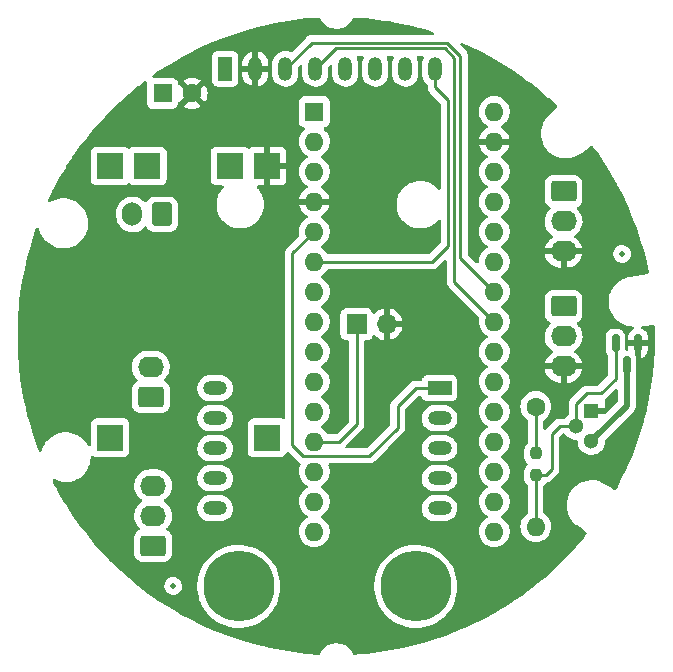
<source format=gbr>
%TF.GenerationSoftware,KiCad,Pcbnew,(5.99.0-11051-gdb19ae226a)*%
%TF.CreationDate,2021-08-12T21:18:39+02:00*%
%TF.ProjectId,boitarire,626f6974-6172-4697-9265-2e6b69636164,rev?*%
%TF.SameCoordinates,Original*%
%TF.FileFunction,Copper,L2,Bot*%
%TF.FilePolarity,Positive*%
%FSLAX46Y46*%
G04 Gerber Fmt 4.6, Leading zero omitted, Abs format (unit mm)*
G04 Created by KiCad (PCBNEW (5.99.0-11051-gdb19ae226a)) date 2021-08-12 21:18:39*
%MOMM*%
%LPD*%
G01*
G04 APERTURE LIST*
G04 Aperture macros list*
%AMRoundRect*
0 Rectangle with rounded corners*
0 $1 Rounding radius*
0 $2 $3 $4 $5 $6 $7 $8 $9 X,Y pos of 4 corners*
0 Add a 4 corners polygon primitive as box body*
4,1,4,$2,$3,$4,$5,$6,$7,$8,$9,$2,$3,0*
0 Add four circle primitives for the rounded corners*
1,1,$1+$1,$2,$3*
1,1,$1+$1,$4,$5*
1,1,$1+$1,$6,$7*
1,1,$1+$1,$8,$9*
0 Add four rect primitives between the rounded corners*
20,1,$1+$1,$2,$3,$4,$5,0*
20,1,$1+$1,$4,$5,$6,$7,0*
20,1,$1+$1,$6,$7,$8,$9,0*
20,1,$1+$1,$8,$9,$2,$3,0*%
G04 Aperture macros list end*
%TA.AperFunction,ComponentPad*%
%ADD10R,2.250000X2.250000*%
%TD*%
%TA.AperFunction,ComponentPad*%
%ADD11R,1.700000X1.700000*%
%TD*%
%TA.AperFunction,ComponentPad*%
%ADD12O,1.700000X1.700000*%
%TD*%
%TA.AperFunction,ComponentPad*%
%ADD13R,1.600000X1.600000*%
%TD*%
%TA.AperFunction,ComponentPad*%
%ADD14O,1.600000X1.600000*%
%TD*%
%TA.AperFunction,ComponentPad*%
%ADD15R,1.200000X2.000000*%
%TD*%
%TA.AperFunction,ComponentPad*%
%ADD16O,1.200000X2.000000*%
%TD*%
%TA.AperFunction,ComponentPad*%
%ADD17RoundRect,0.250000X-0.845000X0.620000X-0.845000X-0.620000X0.845000X-0.620000X0.845000X0.620000X0*%
%TD*%
%TA.AperFunction,ComponentPad*%
%ADD18O,2.190000X1.740000*%
%TD*%
%TA.AperFunction,ComponentPad*%
%ADD19RoundRect,0.250000X0.845000X-0.620000X0.845000X0.620000X-0.845000X0.620000X-0.845000X-0.620000X0*%
%TD*%
%TA.AperFunction,ComponentPad*%
%ADD20RoundRect,0.250000X0.600000X0.750000X-0.600000X0.750000X-0.600000X-0.750000X0.600000X-0.750000X0*%
%TD*%
%TA.AperFunction,ComponentPad*%
%ADD21O,1.700000X2.000000*%
%TD*%
%TA.AperFunction,ComponentPad*%
%ADD22R,1.300000X1.300000*%
%TD*%
%TA.AperFunction,ComponentPad*%
%ADD23C,1.300000*%
%TD*%
%TA.AperFunction,SMDPad,CuDef*%
%ADD24RoundRect,0.237500X-0.237500X0.250000X-0.237500X-0.250000X0.237500X-0.250000X0.237500X0.250000X0*%
%TD*%
%TA.AperFunction,ComponentPad*%
%ADD25C,1.600000*%
%TD*%
%TA.AperFunction,ComponentPad*%
%ADD26R,2.000000X1.200000*%
%TD*%
%TA.AperFunction,ComponentPad*%
%ADD27O,2.000000X1.200000*%
%TD*%
%TA.AperFunction,ComponentPad*%
%ADD28C,6.000000*%
%TD*%
%TA.AperFunction,SMDPad,CuDef*%
%ADD29C,0.500000*%
%TD*%
%TA.AperFunction,SMDPad,CuDef*%
%ADD30RoundRect,0.150000X-0.150000X0.587500X-0.150000X-0.587500X0.150000X-0.587500X0.150000X0.587500X0*%
%TD*%
%TA.AperFunction,Conductor*%
%ADD31C,0.250000*%
%TD*%
%TA.AperFunction,Conductor*%
%ADD32C,0.500000*%
%TD*%
G04 APERTURE END LIST*
D10*
%TO.P,U2,1,USB+*%
%TO.N,+5V*%
X144850000Y-77350000D03*
%TO.P,U2,2,GND*%
%TO.N,GNDPWR*%
X158150000Y-77350000D03*
%TO.P,U2,3,BATT+*%
%TO.N,+BATT*%
X148000000Y-54350000D03*
%TO.P,U2,4,BATT-*%
%TO.N,-BATT*%
X155000000Y-54350000D03*
%TO.P,U2,5,OUT+*%
%TO.N,VCC*%
X144850000Y-54350000D03*
%TO.P,U2,6,OUT-*%
%TO.N,GND*%
X158150000Y-54350000D03*
%TD*%
D11*
%TO.P,SW1,1,1*%
%TO.N,/SENSOR_POSITION*%
X165725000Y-67750000D03*
D12*
%TO.P,SW1,2,2*%
%TO.N,GND*%
X168265000Y-67750000D03*
%TD*%
D13*
%TO.P,A1,1,TX1*%
%TO.N,Net-(A1-Pad1)*%
X162140000Y-49750000D03*
D14*
%TO.P,A1,2,RX1*%
%TO.N,Net-(A1-Pad2)*%
X162140000Y-52290000D03*
%TO.P,A1,3,~{RESET}*%
%TO.N,unconnected-(A1-Pad3)*%
X162140000Y-54830000D03*
%TO.P,A1,4,GND*%
%TO.N,GND*%
X162140000Y-57370000D03*
%TO.P,A1,5,D2*%
%TO.N,/BUSY*%
X162140000Y-59910000D03*
%TO.P,A1,6,D3*%
%TO.N,/INT*%
X162140000Y-62450000D03*
%TO.P,A1,7,D4*%
%TO.N,/TX*%
X162140000Y-64990000D03*
%TO.P,A1,8,D5*%
%TO.N,/CAP_SENSOR_2*%
X162140000Y-67530000D03*
%TO.P,A1,9,D6*%
%TO.N,/RX*%
X162140000Y-70070000D03*
%TO.P,A1,10,D7*%
%TO.N,/GND_AUDIO_SW*%
X162140000Y-72610000D03*
%TO.P,A1,11,D8*%
%TO.N,/CAP_SENSOR_1*%
X162140000Y-75150000D03*
%TO.P,A1,12,D9*%
%TO.N,/SENSOR_POSITION*%
X162140000Y-77690000D03*
%TO.P,A1,13,D10*%
%TO.N,unconnected-(A1-Pad13)*%
X162140000Y-80230000D03*
%TO.P,A1,14,MOSI*%
%TO.N,unconnected-(A1-Pad14)*%
X162140000Y-82770000D03*
%TO.P,A1,15,MISO*%
%TO.N,unconnected-(A1-Pad15)*%
X162140000Y-85310000D03*
%TO.P,A1,16,SCK*%
%TO.N,unconnected-(A1-Pad16)*%
X177380000Y-85310000D03*
%TO.P,A1,17,3V3*%
%TO.N,unconnected-(A1-Pad17)*%
X177380000Y-82770000D03*
%TO.P,A1,18,AREF*%
%TO.N,unconnected-(A1-Pad18)*%
X177380000Y-80230000D03*
%TO.P,A1,19,A0*%
%TO.N,unconnected-(A1-Pad19)*%
X177380000Y-77690000D03*
%TO.P,A1,20,A1*%
%TO.N,unconnected-(A1-Pad20)*%
X177380000Y-75150000D03*
%TO.P,A1,21,A2*%
%TO.N,unconnected-(A1-Pad21)*%
X177380000Y-72610000D03*
%TO.P,A1,22,A3*%
%TO.N,unconnected-(A1-Pad22)*%
X177380000Y-70070000D03*
%TO.P,A1,23,SDA/A4*%
%TO.N,/SDA*%
X177380000Y-67530000D03*
%TO.P,A1,24,SCL/A5*%
%TO.N,/SCL*%
X177380000Y-64990000D03*
%TO.P,A1,25,A6*%
%TO.N,unconnected-(A1-Pad25)*%
X177380000Y-62450000D03*
%TO.P,A1,26,A7*%
%TO.N,unconnected-(A1-Pad26)*%
X177380000Y-59910000D03*
%TO.P,A1,27,+5V*%
%TO.N,VCC*%
X177380000Y-57370000D03*
%TO.P,A1,28,~{RESET}*%
%TO.N,unconnected-(A1-Pad28)*%
X177380000Y-54830000D03*
%TO.P,A1,29,GND*%
%TO.N,GND*%
X177380000Y-52290000D03*
%TO.P,A1,30,VIN*%
%TO.N,unconnected-(A1-Pad30)*%
X177380000Y-49750000D03*
%TD*%
D15*
%TO.P,U1,1,VCC*%
%TO.N,VCC*%
X154610000Y-46125000D03*
D16*
%TO.P,U1,2,GND*%
%TO.N,GND*%
X157150000Y-46125000D03*
%TO.P,U1,3,SCL*%
%TO.N,/SCL*%
X159690000Y-46125000D03*
%TO.P,U1,4,SDA*%
%TO.N,/SDA*%
X162230000Y-46125000D03*
%TO.P,U1,5,XDA*%
%TO.N,unconnected-(U1-Pad5)*%
X164770000Y-46125000D03*
%TO.P,U1,6,XCL*%
%TO.N,unconnected-(U1-Pad6)*%
X167310000Y-46125000D03*
%TO.P,U1,7,AD0*%
%TO.N,unconnected-(U1-Pad7)*%
X169850000Y-46125000D03*
%TO.P,U1,8,INT*%
%TO.N,/INT*%
X172390000Y-46125000D03*
%TD*%
D17*
%TO.P,J4,1,Pin_1*%
%TO.N,VCC*%
X183250000Y-66250000D03*
D18*
%TO.P,J4,2,Pin_2*%
%TO.N,/CAP_SENSOR_1*%
X183250000Y-68790000D03*
%TO.P,J4,3,Pin_3*%
%TO.N,GND*%
X183250000Y-71330000D03*
%TD*%
D19*
%TO.P,J3,1,Pin_1*%
%TO.N,+5V*%
X148300000Y-73900000D03*
D18*
%TO.P,J3,2,Pin_2*%
%TO.N,GNDPWR*%
X148300000Y-71360000D03*
%TD*%
D20*
%TO.P,J1,1,Pin_1*%
%TO.N,-BATT*%
X149250000Y-58450000D03*
D21*
%TO.P,J1,2,Pin_2*%
%TO.N,+BATT*%
X146750000Y-58450000D03*
%TD*%
D19*
%TO.P,J2,1,Pin_1*%
%TO.N,unconnected-(J2-Pad1)*%
X148500000Y-86500000D03*
D18*
%TO.P,J2,2,Pin_2*%
%TO.N,/SP-*%
X148500000Y-83960000D03*
%TO.P,J2,3,Pin_3*%
%TO.N,/SP+*%
X148500000Y-81420000D03*
%TD*%
D22*
%TO.P,Q2,1,S*%
%TO.N,GND*%
X185600000Y-75100000D03*
D23*
%TO.P,Q2,2,G*%
%TO.N,Net-(Q1-Pad1)*%
X184330000Y-76370000D03*
%TO.P,Q2,3,D*%
%TO.N,/GND_AUDIO*%
X185600000Y-77640000D03*
%TD*%
D24*
%TO.P,R1,1*%
%TO.N,/GND_AUDIO_SW*%
X180900000Y-78687500D03*
%TO.P,R1,2*%
%TO.N,Net-(Q1-Pad1)*%
X180900000Y-80512500D03*
%TD*%
D17*
%TO.P,J5,1,Pin_1*%
%TO.N,VCC*%
X183250000Y-56500000D03*
D18*
%TO.P,J5,2,Pin_2*%
%TO.N,/CAP_SENSOR_2*%
X183250000Y-59040000D03*
%TO.P,J5,3,Pin_3*%
%TO.N,GND*%
X183250000Y-61580000D03*
%TD*%
D13*
%TO.P,C1,1*%
%TO.N,VCC*%
X149294888Y-48200000D03*
D25*
%TO.P,C1,2*%
%TO.N,GND*%
X151794888Y-48200000D03*
%TD*%
D26*
%TO.P,U3,1,BUSY*%
%TO.N,/BUSY*%
X172750000Y-73170000D03*
D27*
%TO.P,U3,2,TX*%
%TO.N,/TX*%
X172750000Y-75710000D03*
%TO.P,U3,3,RX*%
%TO.N,/RX*%
X172750000Y-78250000D03*
%TO.P,U3,4,GND*%
%TO.N,/GND_AUDIO*%
X172750000Y-80790000D03*
%TO.P,U3,5,VCC*%
%TO.N,VCC*%
X172750000Y-83330000D03*
%TO.P,U3,6,SP+*%
%TO.N,/SP-*%
X153750000Y-83330000D03*
%TO.P,U3,7,SP-*%
%TO.N,/SP+*%
X153750000Y-80790000D03*
%TO.P,U3,8,DACL*%
%TO.N,unconnected-(U3-Pad8)*%
X153750000Y-78250000D03*
%TO.P,U3,9,DACR*%
%TO.N,unconnected-(U3-Pad9)*%
X153750000Y-75710000D03*
%TO.P,U3,10,ONE*%
%TO.N,unconnected-(U3-Pad10)*%
X153750000Y-73170000D03*
D28*
%TO.P,U3,S1,Screw_term_1*%
%TO.N,unconnected-(U3-PadS1)*%
X170750000Y-89950000D03*
%TO.P,U3,S2,Screw_term_2*%
%TO.N,unconnected-(U3-PadS2)*%
X155750000Y-89950000D03*
%TD*%
D29*
%TO.P,REF\u002A\u002A,*%
%TO.N,*%
X150200000Y-89900000D03*
%TD*%
D25*
%TO.P,R2,1*%
%TO.N,/GND_AUDIO_SW*%
X180900000Y-74720000D03*
D14*
%TO.P,R2,2*%
%TO.N,Net-(Q1-Pad1)*%
X180900000Y-84880000D03*
%TD*%
D30*
%TO.P,Q1,1,G*%
%TO.N,Net-(Q1-Pad1)*%
X187650000Y-69362500D03*
%TO.P,Q1,2,S*%
%TO.N,GND*%
X189550000Y-69362500D03*
%TO.P,Q1,3,D*%
%TO.N,/GND_AUDIO*%
X188600000Y-71237500D03*
%TD*%
D29*
%TO.P,REF\u002A\u002A,*%
%TO.N,*%
X188200000Y-61800000D03*
%TD*%
D31*
%TO.N,/BUSY*%
X170730000Y-73170000D02*
X172750000Y-73170000D01*
X161200000Y-78900000D02*
X166800000Y-78900000D01*
X169200000Y-76500000D02*
X169200000Y-74700000D01*
X166800000Y-78900000D02*
X169200000Y-76500000D01*
X169200000Y-74700000D02*
X170730000Y-73170000D01*
X162140000Y-59910000D02*
X160300000Y-61750000D01*
X160300000Y-61750000D02*
X160300000Y-78000000D01*
X160300000Y-78000000D02*
X161200000Y-78900000D01*
%TO.N,/INT*%
X173500000Y-61100000D02*
X172150000Y-62450000D01*
X173500000Y-48800000D02*
X173500000Y-61100000D01*
X172390000Y-47690000D02*
X173500000Y-48800000D01*
X172390000Y-46125000D02*
X172390000Y-47690000D01*
X172150000Y-62450000D02*
X162140000Y-62450000D01*
%TO.N,/SDA*%
X177380000Y-67530000D02*
X174000000Y-64150000D01*
X174000000Y-64150000D02*
X174000000Y-45200000D01*
X174000000Y-45200000D02*
X173200000Y-44400000D01*
X163955000Y-44400000D02*
X162230000Y-46125000D01*
X173200000Y-44400000D02*
X163955000Y-44400000D01*
%TO.N,/SCL*%
X174500000Y-45000000D02*
X173400000Y-43900000D01*
X173400000Y-43900000D02*
X161915000Y-43900000D01*
X177380000Y-64990000D02*
X174500000Y-62110000D01*
X161915000Y-43900000D02*
X159690000Y-46125000D01*
X174500000Y-62110000D02*
X174500000Y-45000000D01*
%TO.N,/GND_AUDIO_SW*%
X180900000Y-74720000D02*
X180900000Y-78687500D01*
%TO.N,/SENSOR_POSITION*%
X165725000Y-67750000D02*
X165725000Y-76225000D01*
X165725000Y-76225000D02*
X164260000Y-77690000D01*
X164260000Y-77690000D02*
X162140000Y-77690000D01*
D32*
%TO.N,/GND_AUDIO*%
X185600000Y-77640000D02*
X188600000Y-74640000D01*
X188600000Y-74640000D02*
X188600000Y-71237500D01*
D31*
%TO.N,Net-(Q1-Pad1)*%
X184330000Y-74485880D02*
X185215880Y-73600000D01*
X186400000Y-73600000D02*
X187650000Y-72350000D01*
X185215880Y-73600000D02*
X186400000Y-73600000D01*
X182930000Y-76370000D02*
X182250000Y-77050000D01*
X184330000Y-76370000D02*
X182930000Y-76370000D01*
X180900000Y-82500000D02*
X180900000Y-84880000D01*
X184330000Y-76370000D02*
X184330000Y-74485880D01*
X180900000Y-80512500D02*
X180900000Y-82500000D01*
X182250000Y-80050000D02*
X181787500Y-80512500D01*
X182250000Y-77050000D02*
X182250000Y-80050000D01*
X187650000Y-72350000D02*
X187650000Y-69362500D01*
X181787500Y-80512500D02*
X180900000Y-80512500D01*
%TD*%
%TA.AperFunction,Conductor*%
%TO.N,GND*%
G36*
X165514894Y-41783583D02*
G01*
X166447508Y-41852551D01*
X166514376Y-41857496D01*
X166519074Y-41857932D01*
X167519568Y-41969718D01*
X167524247Y-41970330D01*
X168022038Y-42044913D01*
X168519834Y-42119496D01*
X168524476Y-42120280D01*
X168733133Y-42159581D01*
X169513803Y-42306623D01*
X169518423Y-42307583D01*
X170500082Y-42530839D01*
X170504663Y-42531972D01*
X171034508Y-42673532D01*
X171477259Y-42791823D01*
X171481764Y-42793118D01*
X171951723Y-42937735D01*
X172219294Y-43020073D01*
X172278519Y-43059226D01*
X172307175Y-43124182D01*
X172296163Y-43194320D01*
X172248981Y-43247370D01*
X172182236Y-43266500D01*
X161993383Y-43266500D01*
X161982479Y-43265986D01*
X161975088Y-43264334D01*
X161967162Y-43264583D01*
X161967161Y-43264583D01*
X161908134Y-43266438D01*
X161904176Y-43266500D01*
X161875422Y-43266500D01*
X161871155Y-43267039D01*
X161859313Y-43267972D01*
X161827665Y-43268967D01*
X161823040Y-43269112D01*
X161815117Y-43269361D01*
X161795667Y-43275012D01*
X161776305Y-43279022D01*
X161756212Y-43281560D01*
X161722349Y-43294967D01*
X161715108Y-43297834D01*
X161703878Y-43301679D01*
X161669034Y-43311802D01*
X161669032Y-43311803D01*
X161661421Y-43314014D01*
X161646067Y-43323094D01*
X161643989Y-43324323D01*
X161626236Y-43333020D01*
X161607400Y-43340478D01*
X161600985Y-43345139D01*
X161571626Y-43366469D01*
X161561707Y-43372984D01*
X161528758Y-43392471D01*
X161528755Y-43392473D01*
X161523659Y-43395487D01*
X161523241Y-43395855D01*
X161509158Y-43409938D01*
X161494133Y-43422772D01*
X161477917Y-43434554D01*
X161449971Y-43468335D01*
X161441981Y-43477115D01*
X160248704Y-44670392D01*
X160186392Y-44704418D01*
X160118279Y-44700325D01*
X159953719Y-44643180D01*
X159811845Y-44622609D01*
X159750334Y-44613690D01*
X159750331Y-44613690D01*
X159744394Y-44612829D01*
X159533106Y-44622609D01*
X159432476Y-44646861D01*
X159333313Y-44670759D01*
X159333311Y-44670760D01*
X159327480Y-44672165D01*
X159322022Y-44674647D01*
X159322018Y-44674648D01*
X159265545Y-44700325D01*
X159134934Y-44759710D01*
X158962416Y-44882086D01*
X158958267Y-44886420D01*
X158958266Y-44886421D01*
X158820302Y-45030540D01*
X158820298Y-45030545D01*
X158816152Y-45034876D01*
X158812900Y-45039912D01*
X158812898Y-45039915D01*
X158724105Y-45177432D01*
X158701418Y-45212568D01*
X158622354Y-45408749D01*
X158621206Y-45414630D01*
X158621204Y-45414635D01*
X158600547Y-45520416D01*
X158581814Y-45616341D01*
X158581500Y-45622762D01*
X158581500Y-46577406D01*
X158596589Y-46735558D01*
X158598277Y-46741312D01*
X158647287Y-46908370D01*
X158656131Y-46938518D01*
X158658877Y-46943850D01*
X158658878Y-46943852D01*
X158750093Y-47120956D01*
X158752978Y-47126558D01*
X158883635Y-47292891D01*
X158888165Y-47296822D01*
X158888166Y-47296823D01*
X159038856Y-47427587D01*
X159038861Y-47427591D01*
X159043387Y-47431518D01*
X159226471Y-47537434D01*
X159232147Y-47539405D01*
X159420607Y-47604850D01*
X159420610Y-47604851D01*
X159426281Y-47606820D01*
X159541161Y-47623477D01*
X159629666Y-47636310D01*
X159629669Y-47636310D01*
X159635606Y-47637171D01*
X159846894Y-47627391D01*
X160003819Y-47589572D01*
X160046687Y-47579241D01*
X160046689Y-47579240D01*
X160052520Y-47577835D01*
X160057978Y-47575353D01*
X160057982Y-47575352D01*
X160222863Y-47500385D01*
X160245066Y-47490290D01*
X160417584Y-47367914D01*
X160461831Y-47321693D01*
X160559698Y-47219460D01*
X160559702Y-47219455D01*
X160563848Y-47215124D01*
X160567300Y-47209779D01*
X160675330Y-47042469D01*
X160675331Y-47042466D01*
X160678582Y-47037432D01*
X160757646Y-46841251D01*
X160758794Y-46835370D01*
X160758796Y-46835365D01*
X160797315Y-46638117D01*
X160798186Y-46633659D01*
X160798500Y-46627238D01*
X160798500Y-45964594D01*
X160818502Y-45896473D01*
X160835405Y-45875499D01*
X160906405Y-45804499D01*
X160968717Y-45770473D01*
X161039532Y-45775538D01*
X161096368Y-45818085D01*
X161121179Y-45884605D01*
X161121500Y-45893594D01*
X161121500Y-46577406D01*
X161136589Y-46735558D01*
X161138277Y-46741312D01*
X161187287Y-46908370D01*
X161196131Y-46938518D01*
X161198877Y-46943850D01*
X161198878Y-46943852D01*
X161290093Y-47120956D01*
X161292978Y-47126558D01*
X161423635Y-47292891D01*
X161428165Y-47296822D01*
X161428166Y-47296823D01*
X161578856Y-47427587D01*
X161578861Y-47427591D01*
X161583387Y-47431518D01*
X161766471Y-47537434D01*
X161772147Y-47539405D01*
X161960607Y-47604850D01*
X161960610Y-47604851D01*
X161966281Y-47606820D01*
X162081161Y-47623477D01*
X162169666Y-47636310D01*
X162169669Y-47636310D01*
X162175606Y-47637171D01*
X162386894Y-47627391D01*
X162543819Y-47589572D01*
X162586687Y-47579241D01*
X162586689Y-47579240D01*
X162592520Y-47577835D01*
X162597978Y-47575353D01*
X162597982Y-47575352D01*
X162762863Y-47500385D01*
X162785066Y-47490290D01*
X162957584Y-47367914D01*
X163001831Y-47321693D01*
X163099698Y-47219460D01*
X163099702Y-47219455D01*
X163103848Y-47215124D01*
X163107300Y-47209779D01*
X163215330Y-47042469D01*
X163215331Y-47042466D01*
X163218582Y-47037432D01*
X163297646Y-46841251D01*
X163298794Y-46835370D01*
X163298796Y-46835365D01*
X163337315Y-46638117D01*
X163338186Y-46633659D01*
X163338500Y-46627238D01*
X163338500Y-45964594D01*
X163358502Y-45896473D01*
X163375405Y-45875499D01*
X163446405Y-45804499D01*
X163508717Y-45770473D01*
X163579532Y-45775538D01*
X163636368Y-45818085D01*
X163661179Y-45884605D01*
X163661500Y-45893594D01*
X163661500Y-46577406D01*
X163676589Y-46735558D01*
X163678277Y-46741312D01*
X163727287Y-46908370D01*
X163736131Y-46938518D01*
X163738877Y-46943850D01*
X163738878Y-46943852D01*
X163830093Y-47120956D01*
X163832978Y-47126558D01*
X163963635Y-47292891D01*
X163968165Y-47296822D01*
X163968166Y-47296823D01*
X164118856Y-47427587D01*
X164118861Y-47427591D01*
X164123387Y-47431518D01*
X164306471Y-47537434D01*
X164312147Y-47539405D01*
X164500607Y-47604850D01*
X164500610Y-47604851D01*
X164506281Y-47606820D01*
X164621161Y-47623477D01*
X164709666Y-47636310D01*
X164709669Y-47636310D01*
X164715606Y-47637171D01*
X164926894Y-47627391D01*
X165083819Y-47589572D01*
X165126687Y-47579241D01*
X165126689Y-47579240D01*
X165132520Y-47577835D01*
X165137978Y-47575353D01*
X165137982Y-47575352D01*
X165302863Y-47500385D01*
X165325066Y-47490290D01*
X165497584Y-47367914D01*
X165541831Y-47321693D01*
X165639698Y-47219460D01*
X165639702Y-47219455D01*
X165643848Y-47215124D01*
X165647300Y-47209779D01*
X165755330Y-47042469D01*
X165755331Y-47042466D01*
X165758582Y-47037432D01*
X165837646Y-46841251D01*
X165838794Y-46835370D01*
X165838796Y-46835365D01*
X165877315Y-46638117D01*
X165878186Y-46633659D01*
X165878500Y-46627238D01*
X165878500Y-45672594D01*
X165863411Y-45514442D01*
X165803869Y-45311482D01*
X165755305Y-45217190D01*
X165741897Y-45147474D01*
X165768310Y-45081573D01*
X165826158Y-45040414D01*
X165867322Y-45033500D01*
X166207646Y-45033500D01*
X166275767Y-45053502D01*
X166322260Y-45107158D01*
X166332364Y-45177432D01*
X166321127Y-45212451D01*
X166321418Y-45212568D01*
X166242354Y-45408749D01*
X166241206Y-45414630D01*
X166241204Y-45414635D01*
X166220547Y-45520416D01*
X166201814Y-45616341D01*
X166201500Y-45622762D01*
X166201500Y-46577406D01*
X166216589Y-46735558D01*
X166218277Y-46741312D01*
X166267287Y-46908370D01*
X166276131Y-46938518D01*
X166278877Y-46943850D01*
X166278878Y-46943852D01*
X166370093Y-47120956D01*
X166372978Y-47126558D01*
X166503635Y-47292891D01*
X166508165Y-47296822D01*
X166508166Y-47296823D01*
X166658856Y-47427587D01*
X166658861Y-47427591D01*
X166663387Y-47431518D01*
X166846471Y-47537434D01*
X166852147Y-47539405D01*
X167040607Y-47604850D01*
X167040610Y-47604851D01*
X167046281Y-47606820D01*
X167161161Y-47623477D01*
X167249666Y-47636310D01*
X167249669Y-47636310D01*
X167255606Y-47637171D01*
X167466894Y-47627391D01*
X167623819Y-47589572D01*
X167666687Y-47579241D01*
X167666689Y-47579240D01*
X167672520Y-47577835D01*
X167677978Y-47575353D01*
X167677982Y-47575352D01*
X167842863Y-47500385D01*
X167865066Y-47490290D01*
X168037584Y-47367914D01*
X168081831Y-47321693D01*
X168179698Y-47219460D01*
X168179702Y-47219455D01*
X168183848Y-47215124D01*
X168187300Y-47209779D01*
X168295330Y-47042469D01*
X168295331Y-47042466D01*
X168298582Y-47037432D01*
X168377646Y-46841251D01*
X168378794Y-46835370D01*
X168378796Y-46835365D01*
X168417315Y-46638117D01*
X168418186Y-46633659D01*
X168418500Y-46627238D01*
X168418500Y-45672594D01*
X168403411Y-45514442D01*
X168343869Y-45311482D01*
X168295305Y-45217190D01*
X168281897Y-45147474D01*
X168308310Y-45081573D01*
X168366158Y-45040414D01*
X168407322Y-45033500D01*
X168747646Y-45033500D01*
X168815767Y-45053502D01*
X168862260Y-45107158D01*
X168872364Y-45177432D01*
X168861127Y-45212451D01*
X168861418Y-45212568D01*
X168782354Y-45408749D01*
X168781206Y-45414630D01*
X168781204Y-45414635D01*
X168760547Y-45520416D01*
X168741814Y-45616341D01*
X168741500Y-45622762D01*
X168741500Y-46577406D01*
X168756589Y-46735558D01*
X168758277Y-46741312D01*
X168807287Y-46908370D01*
X168816131Y-46938518D01*
X168818877Y-46943850D01*
X168818878Y-46943852D01*
X168910093Y-47120956D01*
X168912978Y-47126558D01*
X169043635Y-47292891D01*
X169048165Y-47296822D01*
X169048166Y-47296823D01*
X169198856Y-47427587D01*
X169198861Y-47427591D01*
X169203387Y-47431518D01*
X169386471Y-47537434D01*
X169392147Y-47539405D01*
X169580607Y-47604850D01*
X169580610Y-47604851D01*
X169586281Y-47606820D01*
X169701161Y-47623477D01*
X169789666Y-47636310D01*
X169789669Y-47636310D01*
X169795606Y-47637171D01*
X170006894Y-47627391D01*
X170163819Y-47589572D01*
X170206687Y-47579241D01*
X170206689Y-47579240D01*
X170212520Y-47577835D01*
X170217978Y-47575353D01*
X170217982Y-47575352D01*
X170382863Y-47500385D01*
X170405066Y-47490290D01*
X170577584Y-47367914D01*
X170621831Y-47321693D01*
X170719698Y-47219460D01*
X170719702Y-47219455D01*
X170723848Y-47215124D01*
X170727300Y-47209779D01*
X170835330Y-47042469D01*
X170835331Y-47042466D01*
X170838582Y-47037432D01*
X170917646Y-46841251D01*
X170918794Y-46835370D01*
X170918796Y-46835365D01*
X170957315Y-46638117D01*
X170958186Y-46633659D01*
X170958500Y-46627238D01*
X170958500Y-45672594D01*
X170943411Y-45514442D01*
X170883869Y-45311482D01*
X170835305Y-45217190D01*
X170821897Y-45147474D01*
X170848310Y-45081573D01*
X170906158Y-45040414D01*
X170947322Y-45033500D01*
X171287646Y-45033500D01*
X171355767Y-45053502D01*
X171402260Y-45107158D01*
X171412364Y-45177432D01*
X171401127Y-45212451D01*
X171401418Y-45212568D01*
X171322354Y-45408749D01*
X171321206Y-45414630D01*
X171321204Y-45414635D01*
X171300547Y-45520416D01*
X171281814Y-45616341D01*
X171281500Y-45622762D01*
X171281500Y-46577406D01*
X171296589Y-46735558D01*
X171298277Y-46741312D01*
X171347287Y-46908370D01*
X171356131Y-46938518D01*
X171358877Y-46943850D01*
X171358878Y-46943852D01*
X171450093Y-47120956D01*
X171452978Y-47126558D01*
X171583635Y-47292891D01*
X171588165Y-47296822D01*
X171588166Y-47296823D01*
X171713081Y-47405220D01*
X171751422Y-47464974D01*
X171756500Y-47500385D01*
X171756500Y-47611616D01*
X171755986Y-47622520D01*
X171754334Y-47629911D01*
X171754583Y-47637837D01*
X171754583Y-47637838D01*
X171756438Y-47696866D01*
X171756500Y-47700823D01*
X171756500Y-47729578D01*
X171756996Y-47733503D01*
X171756996Y-47733504D01*
X171757039Y-47733843D01*
X171757972Y-47745687D01*
X171759361Y-47789883D01*
X171761573Y-47797495D01*
X171765012Y-47809333D01*
X171769022Y-47828695D01*
X171771560Y-47848788D01*
X171774476Y-47856153D01*
X171774477Y-47856157D01*
X171787837Y-47889901D01*
X171791681Y-47901128D01*
X171804014Y-47943578D01*
X171808052Y-47950406D01*
X171814323Y-47961011D01*
X171823019Y-47978762D01*
X171827558Y-47990226D01*
X171830478Y-47997600D01*
X171835139Y-48004015D01*
X171856465Y-48033367D01*
X171862983Y-48043290D01*
X171885486Y-48081341D01*
X171885855Y-48081759D01*
X171899938Y-48095842D01*
X171912772Y-48110867D01*
X171924554Y-48127083D01*
X171958335Y-48155029D01*
X171967115Y-48163019D01*
X172829595Y-49025499D01*
X172863621Y-49087811D01*
X172866500Y-49114594D01*
X172866500Y-56230207D01*
X172846498Y-56298328D01*
X172792842Y-56344821D01*
X172722568Y-56354925D01*
X172657988Y-56325431D01*
X172649863Y-56317734D01*
X172625229Y-56292224D01*
X172558725Y-56223357D01*
X172470348Y-56131840D01*
X172470344Y-56131837D01*
X172467294Y-56128678D01*
X172463830Y-56125972D01*
X172463826Y-56125968D01*
X172249401Y-55958441D01*
X172249402Y-55958441D01*
X172245935Y-55955733D01*
X172044368Y-55839358D01*
X172006480Y-55817483D01*
X172006475Y-55817480D01*
X172002660Y-55815278D01*
X171998576Y-55813628D01*
X171998570Y-55813625D01*
X171804865Y-55735364D01*
X171742206Y-55710048D01*
X171691787Y-55697477D01*
X171473912Y-55643155D01*
X171473914Y-55643155D01*
X171469641Y-55642090D01*
X171465273Y-55641631D01*
X171465268Y-55641630D01*
X171194639Y-55613186D01*
X171194636Y-55613186D01*
X171190270Y-55612727D01*
X171185882Y-55612880D01*
X171185876Y-55612880D01*
X170913929Y-55622376D01*
X170913922Y-55622377D01*
X170909532Y-55622530D01*
X170905208Y-55623293D01*
X170905203Y-55623293D01*
X170792563Y-55643155D01*
X170632890Y-55671310D01*
X170365730Y-55758115D01*
X170361777Y-55760043D01*
X170361772Y-55760045D01*
X170256744Y-55811271D01*
X170113250Y-55881258D01*
X170109611Y-55883713D01*
X170109605Y-55883716D01*
X169981907Y-55969850D01*
X169880366Y-56038340D01*
X169671609Y-56226305D01*
X169611175Y-56298328D01*
X169493872Y-56438123D01*
X169493868Y-56438128D01*
X169491044Y-56441494D01*
X169342185Y-56679719D01*
X169227929Y-56936342D01*
X169226717Y-56940569D01*
X169151810Y-57201803D01*
X169150500Y-57206370D01*
X169149889Y-57210720D01*
X169149888Y-57210723D01*
X169143637Y-57255204D01*
X169111405Y-57484545D01*
X169111405Y-57765455D01*
X169126582Y-57873447D01*
X169148128Y-58026750D01*
X169150500Y-58043630D01*
X169151712Y-58047856D01*
X169151712Y-58047857D01*
X169169234Y-58108963D01*
X169227929Y-58313658D01*
X169229715Y-58317670D01*
X169229716Y-58317672D01*
X169248841Y-58360628D01*
X169342185Y-58570281D01*
X169491044Y-58808506D01*
X169493868Y-58811872D01*
X169493872Y-58811877D01*
X169565433Y-58897159D01*
X169671609Y-59023695D01*
X169880366Y-59211660D01*
X169949419Y-59258237D01*
X170109605Y-59366284D01*
X170109611Y-59366287D01*
X170113250Y-59368742D01*
X170243657Y-59432346D01*
X170361772Y-59489955D01*
X170361777Y-59489957D01*
X170365730Y-59491885D01*
X170632890Y-59578690D01*
X170703979Y-59591225D01*
X170905203Y-59626707D01*
X170905208Y-59626707D01*
X170909532Y-59627470D01*
X170913922Y-59627623D01*
X170913929Y-59627624D01*
X171185876Y-59637120D01*
X171185882Y-59637120D01*
X171190270Y-59637273D01*
X171194636Y-59636814D01*
X171194639Y-59636814D01*
X171465268Y-59608370D01*
X171465273Y-59608369D01*
X171469641Y-59607910D01*
X171640681Y-59565265D01*
X171737935Y-59541017D01*
X171737937Y-59541016D01*
X171742206Y-59539952D01*
X171857808Y-59493246D01*
X171998570Y-59436375D01*
X171998576Y-59436372D01*
X172002660Y-59434722D01*
X172006475Y-59432520D01*
X172006480Y-59432517D01*
X172121198Y-59366284D01*
X172245935Y-59294267D01*
X172298473Y-59253220D01*
X172463826Y-59124032D01*
X172463830Y-59124028D01*
X172467294Y-59121322D01*
X172477170Y-59111096D01*
X172576137Y-59008612D01*
X172649864Y-58932265D01*
X172711572Y-58897159D01*
X172782465Y-58900987D01*
X172840035Y-58942535D01*
X172866003Y-59008612D01*
X172866500Y-59019793D01*
X172866500Y-60785406D01*
X172846498Y-60853527D01*
X172829595Y-60874501D01*
X171924501Y-61779595D01*
X171862189Y-61813621D01*
X171835406Y-61816500D01*
X163359395Y-61816500D01*
X163291274Y-61796498D01*
X163256182Y-61762770D01*
X163149362Y-61610214D01*
X163149357Y-61610208D01*
X163146199Y-61605698D01*
X162984302Y-61443801D01*
X162979794Y-61440644D01*
X162979791Y-61440642D01*
X162801259Y-61315633D01*
X162801257Y-61315632D01*
X162796750Y-61312476D01*
X162791768Y-61310153D01*
X162791763Y-61310150D01*
X162757546Y-61294195D01*
X162704261Y-61247278D01*
X162684800Y-61179001D01*
X162705342Y-61111041D01*
X162757546Y-61065805D01*
X162759734Y-61064785D01*
X162777630Y-61056440D01*
X162791763Y-61049850D01*
X162791768Y-61049847D01*
X162796750Y-61047524D01*
X162801259Y-61044367D01*
X162979791Y-60919358D01*
X162979794Y-60919356D01*
X162984302Y-60916199D01*
X163146199Y-60754302D01*
X163164480Y-60728195D01*
X163274367Y-60571259D01*
X163274368Y-60571257D01*
X163277524Y-60566750D01*
X163279847Y-60561768D01*
X163279850Y-60561763D01*
X163371963Y-60364225D01*
X163371964Y-60364224D01*
X163374286Y-60359243D01*
X163382470Y-60328702D01*
X163432121Y-60143402D01*
X163432121Y-60143400D01*
X163433545Y-60138087D01*
X163453500Y-59910000D01*
X163433545Y-59681913D01*
X163418957Y-59627470D01*
X163375709Y-59466067D01*
X163375708Y-59466065D01*
X163374286Y-59460757D01*
X163365784Y-59442525D01*
X163279850Y-59258237D01*
X163279847Y-59258232D01*
X163277524Y-59253250D01*
X163268931Y-59240978D01*
X163149358Y-59070209D01*
X163149356Y-59070206D01*
X163146199Y-59065698D01*
X162984302Y-58903801D01*
X162979794Y-58900644D01*
X162979791Y-58900642D01*
X162801259Y-58775633D01*
X162801257Y-58775632D01*
X162796750Y-58772476D01*
X162791762Y-58770150D01*
X162756957Y-58753920D01*
X162703672Y-58707002D01*
X162684211Y-58638725D01*
X162704753Y-58570765D01*
X162756958Y-58525530D01*
X162791509Y-58509419D01*
X162801009Y-58503934D01*
X162979469Y-58378975D01*
X162987877Y-58371919D01*
X163141919Y-58217877D01*
X163148975Y-58209469D01*
X163273934Y-58031009D01*
X163279417Y-58021513D01*
X163371491Y-57824057D01*
X163375239Y-57813761D01*
X163421398Y-57641497D01*
X163421062Y-57627401D01*
X163413120Y-57624000D01*
X160872029Y-57624000D01*
X160858498Y-57627973D01*
X160857269Y-57636522D01*
X160904761Y-57813761D01*
X160908509Y-57824057D01*
X161000583Y-58021513D01*
X161006066Y-58031009D01*
X161131025Y-58209469D01*
X161138081Y-58217877D01*
X161292123Y-58371919D01*
X161300531Y-58378975D01*
X161478991Y-58503934D01*
X161488491Y-58509419D01*
X161523042Y-58525530D01*
X161576328Y-58572447D01*
X161595789Y-58640724D01*
X161575247Y-58708684D01*
X161523043Y-58753920D01*
X161488238Y-58770150D01*
X161483250Y-58772476D01*
X161478743Y-58775632D01*
X161478741Y-58775633D01*
X161300209Y-58900642D01*
X161300206Y-58900644D01*
X161295698Y-58903801D01*
X161133801Y-59065698D01*
X161130644Y-59070206D01*
X161130642Y-59070209D01*
X161011069Y-59240978D01*
X161002476Y-59253250D01*
X161000153Y-59258232D01*
X161000150Y-59258237D01*
X160914216Y-59442525D01*
X160905714Y-59460757D01*
X160904292Y-59466065D01*
X160904291Y-59466067D01*
X160861043Y-59627470D01*
X160846455Y-59681913D01*
X160826500Y-59910000D01*
X160846455Y-60138087D01*
X160847879Y-60143400D01*
X160847879Y-60143402D01*
X160863458Y-60201544D01*
X160861768Y-60272521D01*
X160830846Y-60323250D01*
X159907487Y-61246609D01*
X159899399Y-61253969D01*
X159893005Y-61258027D01*
X159887580Y-61263804D01*
X159847131Y-61306878D01*
X159844376Y-61309720D01*
X159824062Y-61330034D01*
X159821417Y-61333445D01*
X159813713Y-61342465D01*
X159783443Y-61374699D01*
X159779626Y-61381643D01*
X159779624Y-61381645D01*
X159773682Y-61392453D01*
X159762828Y-61408977D01*
X159750417Y-61424977D01*
X159747270Y-61432248D01*
X159747270Y-61432249D01*
X159732859Y-61465551D01*
X159727638Y-61476207D01*
X159706338Y-61514952D01*
X159704366Y-61522635D01*
X159704365Y-61522636D01*
X159701301Y-61534568D01*
X159694897Y-61553272D01*
X159690001Y-61564585D01*
X159689999Y-61564592D01*
X159686852Y-61571864D01*
X159685613Y-61579688D01*
X159685612Y-61579691D01*
X159679935Y-61615535D01*
X159677528Y-61627156D01*
X159668013Y-61664218D01*
X159666535Y-61669975D01*
X159666500Y-61670531D01*
X159666500Y-61690452D01*
X159664949Y-61710162D01*
X159661816Y-61729944D01*
X159662562Y-61737836D01*
X159665941Y-61773582D01*
X159666500Y-61785440D01*
X159666500Y-75648964D01*
X159646498Y-75717085D01*
X159592842Y-75763578D01*
X159522568Y-75773682D01*
X159488157Y-75763577D01*
X159427867Y-75736043D01*
X159427864Y-75736042D01*
X159419670Y-75732300D01*
X159410755Y-75731018D01*
X159410754Y-75731018D01*
X159279448Y-75712139D01*
X159279441Y-75712138D01*
X159275000Y-75711500D01*
X157025000Y-75711500D01*
X156951921Y-75716727D01*
X156885220Y-75736312D01*
X156820330Y-75755365D01*
X156820328Y-75755366D01*
X156811684Y-75757904D01*
X156796233Y-75767834D01*
X156696309Y-75832051D01*
X156696306Y-75832053D01*
X156688729Y-75836923D01*
X156682828Y-75843733D01*
X156598918Y-75940569D01*
X156598916Y-75940572D01*
X156593016Y-75947381D01*
X156589272Y-75955579D01*
X156538531Y-76066687D01*
X156532300Y-76080330D01*
X156531018Y-76089245D01*
X156531018Y-76089246D01*
X156512139Y-76220552D01*
X156512138Y-76220559D01*
X156511500Y-76225000D01*
X156511500Y-78475000D01*
X156516727Y-78548079D01*
X156537252Y-78617982D01*
X156550995Y-78664785D01*
X156557904Y-78688316D01*
X156565471Y-78700090D01*
X156632051Y-78803691D01*
X156632053Y-78803694D01*
X156636923Y-78811271D01*
X156643733Y-78817172D01*
X156740569Y-78901082D01*
X156740572Y-78901084D01*
X156747381Y-78906984D01*
X156880330Y-78967700D01*
X156889245Y-78968982D01*
X156889246Y-78968982D01*
X157020552Y-78987861D01*
X157020559Y-78987862D01*
X157025000Y-78988500D01*
X159275000Y-78988500D01*
X159348079Y-78983273D01*
X159427340Y-78960000D01*
X159479670Y-78944635D01*
X159479672Y-78944634D01*
X159488316Y-78942096D01*
X159552135Y-78901082D01*
X159603691Y-78867949D01*
X159603694Y-78867947D01*
X159611271Y-78863077D01*
X159651048Y-78817172D01*
X159701082Y-78759431D01*
X159701084Y-78759428D01*
X159706984Y-78752619D01*
X159728838Y-78704766D01*
X159763959Y-78627862D01*
X159763959Y-78627861D01*
X159767700Y-78619670D01*
X159767957Y-78619787D01*
X159803346Y-78564724D01*
X159867927Y-78535232D01*
X159938201Y-78545337D01*
X159974951Y-78570855D01*
X160696609Y-79292513D01*
X160703969Y-79300601D01*
X160708027Y-79306995D01*
X160713804Y-79312420D01*
X160756878Y-79352869D01*
X160759720Y-79355624D01*
X160780034Y-79375938D01*
X160783445Y-79378583D01*
X160792465Y-79386287D01*
X160824699Y-79416557D01*
X160831643Y-79420374D01*
X160831645Y-79420376D01*
X160842453Y-79426318D01*
X160858977Y-79437172D01*
X160874977Y-79449583D01*
X160882249Y-79452730D01*
X160882256Y-79452734D01*
X160910141Y-79464801D01*
X160964715Y-79510212D01*
X160986074Y-79577920D01*
X160974294Y-79633686D01*
X160905714Y-79780757D01*
X160904292Y-79786065D01*
X160904291Y-79786067D01*
X160847879Y-79996598D01*
X160846455Y-80001913D01*
X160826500Y-80230000D01*
X160846455Y-80458087D01*
X160847879Y-80463400D01*
X160847879Y-80463402D01*
X160894957Y-80639096D01*
X160905714Y-80679243D01*
X160908036Y-80684224D01*
X160908037Y-80684225D01*
X161000150Y-80881763D01*
X161000153Y-80881768D01*
X161002476Y-80886750D01*
X161005632Y-80891257D01*
X161005633Y-80891259D01*
X161126062Y-81063249D01*
X161133801Y-81074302D01*
X161295698Y-81236199D01*
X161300206Y-81239356D01*
X161300209Y-81239358D01*
X161478741Y-81364367D01*
X161483250Y-81367524D01*
X161488232Y-81369847D01*
X161488237Y-81369850D01*
X161522454Y-81385805D01*
X161575739Y-81432722D01*
X161595200Y-81500999D01*
X161574658Y-81568959D01*
X161522454Y-81614195D01*
X161488237Y-81630150D01*
X161488232Y-81630153D01*
X161483250Y-81632476D01*
X161478743Y-81635632D01*
X161478741Y-81635633D01*
X161300209Y-81760642D01*
X161300206Y-81760644D01*
X161295698Y-81763801D01*
X161133801Y-81925698D01*
X161130644Y-81930206D01*
X161130642Y-81930209D01*
X161079402Y-82003388D01*
X161002476Y-82113250D01*
X161000153Y-82118232D01*
X161000150Y-82118237D01*
X160915916Y-82298878D01*
X160905714Y-82320757D01*
X160904292Y-82326065D01*
X160904291Y-82326067D01*
X160847879Y-82536598D01*
X160846455Y-82541913D01*
X160826500Y-82770000D01*
X160846455Y-82998087D01*
X160847879Y-83003400D01*
X160847879Y-83003402D01*
X160894957Y-83179096D01*
X160905714Y-83219243D01*
X160908036Y-83224224D01*
X160908037Y-83224225D01*
X161000150Y-83421763D01*
X161000153Y-83421768D01*
X161002476Y-83426750D01*
X161005632Y-83431257D01*
X161005633Y-83431259D01*
X161123362Y-83599393D01*
X161133801Y-83614302D01*
X161295698Y-83776199D01*
X161300206Y-83779356D01*
X161300209Y-83779358D01*
X161478741Y-83904367D01*
X161483250Y-83907524D01*
X161488232Y-83909847D01*
X161488237Y-83909850D01*
X161522454Y-83925805D01*
X161575739Y-83972722D01*
X161595200Y-84040999D01*
X161574658Y-84108959D01*
X161522454Y-84154195D01*
X161488237Y-84170150D01*
X161488232Y-84170153D01*
X161483250Y-84172476D01*
X161478743Y-84175632D01*
X161478741Y-84175633D01*
X161300209Y-84300642D01*
X161300206Y-84300644D01*
X161295698Y-84303801D01*
X161133801Y-84465698D01*
X161130644Y-84470206D01*
X161130642Y-84470209D01*
X161123432Y-84480506D01*
X161002476Y-84653250D01*
X161000153Y-84658232D01*
X161000150Y-84658237D01*
X160908037Y-84855775D01*
X160905714Y-84860757D01*
X160904292Y-84866065D01*
X160904291Y-84866067D01*
X160850052Y-85068489D01*
X160846455Y-85081913D01*
X160826500Y-85310000D01*
X160846455Y-85538087D01*
X160847879Y-85543400D01*
X160847879Y-85543402D01*
X160896352Y-85724302D01*
X160905714Y-85759243D01*
X160908036Y-85764224D01*
X160908037Y-85764225D01*
X161000150Y-85961763D01*
X161000153Y-85961768D01*
X161002476Y-85966750D01*
X161005632Y-85971257D01*
X161005633Y-85971259D01*
X161105782Y-86114286D01*
X161133801Y-86154302D01*
X161295698Y-86316199D01*
X161300206Y-86319356D01*
X161300209Y-86319358D01*
X161469605Y-86437970D01*
X161483250Y-86447524D01*
X161488232Y-86449847D01*
X161488237Y-86449850D01*
X161685775Y-86541963D01*
X161690757Y-86544286D01*
X161696065Y-86545708D01*
X161696067Y-86545709D01*
X161906598Y-86602121D01*
X161906600Y-86602121D01*
X161911913Y-86603545D01*
X162140000Y-86623500D01*
X162368087Y-86603545D01*
X162373400Y-86602121D01*
X162373402Y-86602121D01*
X162583933Y-86545709D01*
X162583935Y-86545708D01*
X162589243Y-86544286D01*
X162594225Y-86541963D01*
X162791763Y-86449850D01*
X162791768Y-86449847D01*
X162796750Y-86447524D01*
X162810395Y-86437970D01*
X162979791Y-86319358D01*
X162979794Y-86319356D01*
X162984302Y-86316199D01*
X163146199Y-86154302D01*
X163174219Y-86114286D01*
X163274367Y-85971259D01*
X163274368Y-85971257D01*
X163277524Y-85966750D01*
X163279847Y-85961768D01*
X163279850Y-85961763D01*
X163371963Y-85764225D01*
X163371964Y-85764224D01*
X163374286Y-85759243D01*
X163383649Y-85724302D01*
X163432121Y-85543402D01*
X163432121Y-85543400D01*
X163433545Y-85538087D01*
X163453500Y-85310000D01*
X163433545Y-85081913D01*
X163429948Y-85068489D01*
X163375709Y-84866067D01*
X163375708Y-84866065D01*
X163374286Y-84860757D01*
X163371963Y-84855775D01*
X163279850Y-84658237D01*
X163279847Y-84658232D01*
X163277524Y-84653250D01*
X163156568Y-84480506D01*
X163149358Y-84470209D01*
X163149356Y-84470206D01*
X163146199Y-84465698D01*
X162984302Y-84303801D01*
X162979794Y-84300644D01*
X162979791Y-84300642D01*
X162801259Y-84175633D01*
X162801257Y-84175632D01*
X162796750Y-84172476D01*
X162791768Y-84170153D01*
X162791763Y-84170150D01*
X162757546Y-84154195D01*
X162704261Y-84107278D01*
X162684800Y-84039001D01*
X162705342Y-83971041D01*
X162757546Y-83925805D01*
X162791763Y-83909850D01*
X162791768Y-83909847D01*
X162796750Y-83907524D01*
X162801259Y-83904367D01*
X162979791Y-83779358D01*
X162979794Y-83779356D01*
X162984302Y-83776199D01*
X163146199Y-83614302D01*
X163156639Y-83599393D01*
X163274367Y-83431259D01*
X163274368Y-83431257D01*
X163277524Y-83426750D01*
X163279847Y-83421768D01*
X163279850Y-83421763D01*
X163348004Y-83275606D01*
X171237829Y-83275606D01*
X171247609Y-83486894D01*
X171249013Y-83492719D01*
X171249013Y-83492720D01*
X171279254Y-83618199D01*
X171297165Y-83692520D01*
X171299647Y-83697978D01*
X171299648Y-83697982D01*
X171335211Y-83776199D01*
X171384710Y-83885066D01*
X171507086Y-84057584D01*
X171511420Y-84061733D01*
X171511421Y-84061734D01*
X171655540Y-84199698D01*
X171655545Y-84199702D01*
X171659876Y-84203848D01*
X171664912Y-84207100D01*
X171664915Y-84207102D01*
X171832531Y-84315330D01*
X171832534Y-84315331D01*
X171837568Y-84318582D01*
X172033749Y-84397646D01*
X172039630Y-84398794D01*
X172039635Y-84398796D01*
X172151754Y-84420691D01*
X172241341Y-84438186D01*
X172245873Y-84438408D01*
X172245876Y-84438408D01*
X172246220Y-84438425D01*
X172246237Y-84438425D01*
X172247762Y-84438500D01*
X173202406Y-84438500D01*
X173360558Y-84423411D01*
X173394379Y-84413489D01*
X173557765Y-84365557D01*
X173557767Y-84365556D01*
X173563518Y-84363869D01*
X173575762Y-84357563D01*
X173746227Y-84269768D01*
X173746230Y-84269766D01*
X173751558Y-84267022D01*
X173917891Y-84136365D01*
X173970522Y-84075714D01*
X174052587Y-83981144D01*
X174052591Y-83981139D01*
X174056518Y-83976613D01*
X174162434Y-83793529D01*
X174183928Y-83731634D01*
X174229850Y-83599393D01*
X174229851Y-83599390D01*
X174231820Y-83593719D01*
X174262171Y-83384394D01*
X174252391Y-83173106D01*
X174215286Y-83019145D01*
X174204241Y-82973313D01*
X174204240Y-82973311D01*
X174202835Y-82967480D01*
X174192035Y-82943725D01*
X174124561Y-82795324D01*
X174115290Y-82774934D01*
X173992914Y-82602416D01*
X173988579Y-82598266D01*
X173844460Y-82460302D01*
X173844455Y-82460298D01*
X173840124Y-82456152D01*
X173835088Y-82452900D01*
X173835085Y-82452898D01*
X173667469Y-82344670D01*
X173667466Y-82344669D01*
X173662432Y-82341418D01*
X173466251Y-82262354D01*
X173460370Y-82261206D01*
X173460365Y-82261204D01*
X173347600Y-82239183D01*
X173258659Y-82221814D01*
X173254127Y-82221592D01*
X173254124Y-82221592D01*
X173253780Y-82221575D01*
X173253763Y-82221575D01*
X173252238Y-82221500D01*
X172297594Y-82221500D01*
X172139442Y-82236589D01*
X172133688Y-82238277D01*
X171942235Y-82294443D01*
X171942233Y-82294444D01*
X171936482Y-82296131D01*
X171931150Y-82298877D01*
X171931148Y-82298878D01*
X171753773Y-82390232D01*
X171753770Y-82390234D01*
X171748442Y-82392978D01*
X171582109Y-82523635D01*
X171578178Y-82528165D01*
X171578177Y-82528166D01*
X171447413Y-82678856D01*
X171447409Y-82678861D01*
X171443482Y-82683387D01*
X171337566Y-82866471D01*
X171335595Y-82872147D01*
X171276173Y-83043265D01*
X171268180Y-83066281D01*
X171237829Y-83275606D01*
X163348004Y-83275606D01*
X163371963Y-83224225D01*
X163371964Y-83224224D01*
X163374286Y-83219243D01*
X163385044Y-83179096D01*
X163432121Y-83003402D01*
X163432121Y-83003400D01*
X163433545Y-82998087D01*
X163453500Y-82770000D01*
X163433545Y-82541913D01*
X163432121Y-82536598D01*
X163375709Y-82326067D01*
X163375708Y-82326065D01*
X163374286Y-82320757D01*
X163364084Y-82298878D01*
X163279850Y-82118237D01*
X163279847Y-82118232D01*
X163277524Y-82113250D01*
X163200598Y-82003388D01*
X163149358Y-81930209D01*
X163149356Y-81930206D01*
X163146199Y-81925698D01*
X162984302Y-81763801D01*
X162979794Y-81760644D01*
X162979791Y-81760642D01*
X162801259Y-81635633D01*
X162801257Y-81635632D01*
X162796750Y-81632476D01*
X162791768Y-81630153D01*
X162791763Y-81630150D01*
X162757546Y-81614195D01*
X162704261Y-81567278D01*
X162684800Y-81499001D01*
X162705342Y-81431041D01*
X162757546Y-81385805D01*
X162791763Y-81369850D01*
X162791768Y-81369847D01*
X162796750Y-81367524D01*
X162801259Y-81364367D01*
X162979791Y-81239358D01*
X162979794Y-81239356D01*
X162984302Y-81236199D01*
X163146199Y-81074302D01*
X163153939Y-81063249D01*
X163274367Y-80891259D01*
X163274368Y-80891257D01*
X163277524Y-80886750D01*
X163279847Y-80881768D01*
X163279850Y-80881763D01*
X163348004Y-80735606D01*
X171237829Y-80735606D01*
X171247609Y-80946894D01*
X171249013Y-80952719D01*
X171249013Y-80952720D01*
X171295740Y-81146606D01*
X171297165Y-81152520D01*
X171299647Y-81157978D01*
X171299648Y-81157982D01*
X171342120Y-81251394D01*
X171384710Y-81345066D01*
X171507086Y-81517584D01*
X171511420Y-81521733D01*
X171511421Y-81521734D01*
X171655540Y-81659698D01*
X171655545Y-81659702D01*
X171659876Y-81663848D01*
X171664912Y-81667100D01*
X171664915Y-81667102D01*
X171832531Y-81775330D01*
X171832534Y-81775331D01*
X171837568Y-81778582D01*
X172033749Y-81857646D01*
X172039630Y-81858794D01*
X172039635Y-81858796D01*
X172151754Y-81880691D01*
X172241341Y-81898186D01*
X172245873Y-81898408D01*
X172245876Y-81898408D01*
X172246220Y-81898425D01*
X172246237Y-81898425D01*
X172247762Y-81898500D01*
X173202406Y-81898500D01*
X173360558Y-81883411D01*
X173448383Y-81857646D01*
X173557765Y-81825557D01*
X173557767Y-81825556D01*
X173563518Y-81823869D01*
X173575762Y-81817563D01*
X173746227Y-81729768D01*
X173746230Y-81729766D01*
X173751558Y-81727022D01*
X173917891Y-81596365D01*
X173970522Y-81535714D01*
X174052587Y-81441144D01*
X174052591Y-81441139D01*
X174056518Y-81436613D01*
X174162434Y-81253529D01*
X174195614Y-81157982D01*
X174229850Y-81059393D01*
X174229851Y-81059390D01*
X174231820Y-81053719D01*
X174255376Y-80891259D01*
X174261310Y-80850334D01*
X174261310Y-80850331D01*
X174262171Y-80844394D01*
X174252391Y-80633106D01*
X174202835Y-80427480D01*
X174198687Y-80418355D01*
X174134498Y-80277181D01*
X174115290Y-80234934D01*
X173992914Y-80062416D01*
X173971065Y-80041500D01*
X173844460Y-79920302D01*
X173844455Y-79920298D01*
X173840124Y-79916152D01*
X173835088Y-79912900D01*
X173835085Y-79912898D01*
X173667469Y-79804670D01*
X173667466Y-79804669D01*
X173662432Y-79801418D01*
X173466251Y-79722354D01*
X173460370Y-79721206D01*
X173460365Y-79721204D01*
X173348246Y-79699309D01*
X173258659Y-79681814D01*
X173254127Y-79681592D01*
X173254124Y-79681592D01*
X173253780Y-79681575D01*
X173253763Y-79681575D01*
X173252238Y-79681500D01*
X172297594Y-79681500D01*
X172139442Y-79696589D01*
X172133688Y-79698277D01*
X171942235Y-79754443D01*
X171942233Y-79754444D01*
X171936482Y-79756131D01*
X171931150Y-79758877D01*
X171931148Y-79758878D01*
X171753773Y-79850232D01*
X171753770Y-79850234D01*
X171748442Y-79852978D01*
X171582109Y-79983635D01*
X171578178Y-79988165D01*
X171578177Y-79988166D01*
X171447413Y-80138856D01*
X171447409Y-80138861D01*
X171443482Y-80143387D01*
X171337566Y-80326471D01*
X171335595Y-80332147D01*
X171276173Y-80503265D01*
X171268180Y-80526281D01*
X171237829Y-80735606D01*
X163348004Y-80735606D01*
X163371963Y-80684225D01*
X163371964Y-80684224D01*
X163374286Y-80679243D01*
X163385044Y-80639096D01*
X163432121Y-80463402D01*
X163432121Y-80463400D01*
X163433545Y-80458087D01*
X163453500Y-80230000D01*
X163433545Y-80001913D01*
X163432121Y-79996598D01*
X163375709Y-79786067D01*
X163375708Y-79786065D01*
X163374286Y-79780757D01*
X163342574Y-79712750D01*
X163331913Y-79642558D01*
X163360893Y-79577745D01*
X163420313Y-79538889D01*
X163456769Y-79533500D01*
X166721616Y-79533500D01*
X166732520Y-79534014D01*
X166739911Y-79535666D01*
X166747837Y-79535417D01*
X166747838Y-79535417D01*
X166806866Y-79533562D01*
X166810823Y-79533500D01*
X166839578Y-79533500D01*
X166843845Y-79532961D01*
X166855687Y-79532028D01*
X166887335Y-79531033D01*
X166891960Y-79530888D01*
X166899883Y-79530639D01*
X166919334Y-79524988D01*
X166938695Y-79520978D01*
X166941420Y-79520634D01*
X166950930Y-79519433D01*
X166950933Y-79519432D01*
X166958788Y-79518440D01*
X166966153Y-79515524D01*
X166966157Y-79515523D01*
X166999901Y-79502163D01*
X167011130Y-79498318D01*
X167053578Y-79485986D01*
X167060406Y-79481948D01*
X167071011Y-79475677D01*
X167088762Y-79466981D01*
X167100226Y-79462442D01*
X167100229Y-79462440D01*
X167107600Y-79459522D01*
X167143368Y-79433535D01*
X167153291Y-79427016D01*
X167164519Y-79420376D01*
X167191341Y-79404514D01*
X167191759Y-79404145D01*
X167205842Y-79390062D01*
X167220867Y-79377228D01*
X167237083Y-79365446D01*
X167265030Y-79331664D01*
X167273019Y-79322885D01*
X168400298Y-78195606D01*
X171237829Y-78195606D01*
X171247609Y-78406894D01*
X171249013Y-78412719D01*
X171249013Y-78412720D01*
X171293876Y-78598871D01*
X171297165Y-78612520D01*
X171299647Y-78617978D01*
X171299648Y-78617982D01*
X171340510Y-78707853D01*
X171384710Y-78805066D01*
X171507086Y-78977584D01*
X171511420Y-78981733D01*
X171511421Y-78981734D01*
X171655540Y-79119698D01*
X171655545Y-79119702D01*
X171659876Y-79123848D01*
X171664912Y-79127100D01*
X171664915Y-79127102D01*
X171832531Y-79235330D01*
X171832534Y-79235331D01*
X171837568Y-79238582D01*
X172033749Y-79317646D01*
X172039630Y-79318794D01*
X172039635Y-79318796D01*
X172151754Y-79340691D01*
X172241341Y-79358186D01*
X172245873Y-79358408D01*
X172245876Y-79358408D01*
X172246220Y-79358425D01*
X172246237Y-79358425D01*
X172247762Y-79358500D01*
X173202406Y-79358500D01*
X173360558Y-79343411D01*
X173389883Y-79334808D01*
X173557765Y-79285557D01*
X173557767Y-79285556D01*
X173563518Y-79283869D01*
X173571250Y-79279887D01*
X173746227Y-79189768D01*
X173746230Y-79189766D01*
X173751558Y-79187022D01*
X173917891Y-79056365D01*
X173968266Y-78998314D01*
X174052587Y-78901144D01*
X174052591Y-78901139D01*
X174056518Y-78896613D01*
X174162434Y-78713529D01*
X174194987Y-78619787D01*
X174229850Y-78519393D01*
X174229851Y-78519390D01*
X174231820Y-78513719D01*
X174256753Y-78341763D01*
X174261310Y-78310334D01*
X174261310Y-78310331D01*
X174262171Y-78304394D01*
X174252391Y-78093106D01*
X174210211Y-77918087D01*
X174204241Y-77893313D01*
X174204240Y-77893311D01*
X174202835Y-77887480D01*
X174192046Y-77863749D01*
X174117770Y-77700389D01*
X174115290Y-77694934D01*
X173992914Y-77522416D01*
X173935436Y-77467393D01*
X173844460Y-77380302D01*
X173844455Y-77380298D01*
X173840124Y-77376152D01*
X173835088Y-77372900D01*
X173835085Y-77372898D01*
X173667469Y-77264670D01*
X173667466Y-77264669D01*
X173662432Y-77261418D01*
X173466251Y-77182354D01*
X173460370Y-77181206D01*
X173460365Y-77181204D01*
X173348246Y-77159309D01*
X173258659Y-77141814D01*
X173254127Y-77141592D01*
X173254124Y-77141592D01*
X173253780Y-77141575D01*
X173253763Y-77141575D01*
X173252238Y-77141500D01*
X172297594Y-77141500D01*
X172139442Y-77156589D01*
X172133688Y-77158277D01*
X171942235Y-77214443D01*
X171942233Y-77214444D01*
X171936482Y-77216131D01*
X171931150Y-77218877D01*
X171931148Y-77218878D01*
X171753773Y-77310232D01*
X171753770Y-77310234D01*
X171748442Y-77312978D01*
X171582109Y-77443635D01*
X171578178Y-77448165D01*
X171578177Y-77448166D01*
X171447413Y-77598856D01*
X171447409Y-77598861D01*
X171443482Y-77603387D01*
X171337566Y-77786471D01*
X171331056Y-77805217D01*
X171272204Y-77974694D01*
X171268180Y-77986281D01*
X171257783Y-78057988D01*
X171241100Y-78173049D01*
X171237829Y-78195606D01*
X168400298Y-78195606D01*
X169592513Y-77003391D01*
X169600601Y-76996031D01*
X169606995Y-76991973D01*
X169652870Y-76943121D01*
X169655624Y-76940280D01*
X169675938Y-76919966D01*
X169678582Y-76916558D01*
X169686292Y-76907530D01*
X169711132Y-76881078D01*
X169716557Y-76875301D01*
X169726320Y-76857542D01*
X169737163Y-76841035D01*
X169749584Y-76825023D01*
X169767142Y-76784449D01*
X169772364Y-76773789D01*
X169789846Y-76741990D01*
X169789847Y-76741987D01*
X169793662Y-76735048D01*
X169798700Y-76715428D01*
X169805099Y-76696736D01*
X169813148Y-76678135D01*
X169816713Y-76655630D01*
X169820064Y-76634469D01*
X169822471Y-76622844D01*
X169831988Y-76585777D01*
X169833465Y-76580025D01*
X169833500Y-76579469D01*
X169833500Y-76559553D01*
X169835051Y-76539842D01*
X169836945Y-76527884D01*
X169838185Y-76520055D01*
X169834059Y-76476406D01*
X169833500Y-76464549D01*
X169833500Y-75655606D01*
X171237829Y-75655606D01*
X171247609Y-75866894D01*
X171249013Y-75872719D01*
X171249013Y-75872720D01*
X171293186Y-76056008D01*
X171297165Y-76072520D01*
X171299647Y-76077978D01*
X171299648Y-76077982D01*
X171335211Y-76156199D01*
X171384710Y-76265066D01*
X171507086Y-76437584D01*
X171511420Y-76441733D01*
X171511421Y-76441734D01*
X171655540Y-76579698D01*
X171655545Y-76579702D01*
X171659876Y-76583848D01*
X171664912Y-76587100D01*
X171664915Y-76587102D01*
X171832531Y-76695330D01*
X171832534Y-76695331D01*
X171837568Y-76698582D01*
X172033749Y-76777646D01*
X172039630Y-76778794D01*
X172039635Y-76778796D01*
X172151754Y-76800691D01*
X172241341Y-76818186D01*
X172245873Y-76818408D01*
X172245876Y-76818408D01*
X172246220Y-76818425D01*
X172246237Y-76818425D01*
X172247762Y-76818500D01*
X173202406Y-76818500D01*
X173360558Y-76803411D01*
X173425194Y-76784449D01*
X173557765Y-76745557D01*
X173557767Y-76745556D01*
X173563518Y-76743869D01*
X173580645Y-76735048D01*
X173746227Y-76649768D01*
X173746230Y-76649766D01*
X173751558Y-76647022D01*
X173917891Y-76516365D01*
X173921823Y-76511834D01*
X174052587Y-76361144D01*
X174052591Y-76361139D01*
X174056518Y-76356613D01*
X174162434Y-76173529D01*
X174195614Y-76077982D01*
X174229850Y-75979393D01*
X174229851Y-75979390D01*
X174231820Y-75973719D01*
X174255489Y-75810478D01*
X174261310Y-75770334D01*
X174261310Y-75770331D01*
X174262171Y-75764394D01*
X174252391Y-75553106D01*
X174208687Y-75371763D01*
X174204241Y-75353313D01*
X174204240Y-75353311D01*
X174202835Y-75347480D01*
X174196706Y-75333998D01*
X174143174Y-75216262D01*
X174115290Y-75154934D01*
X173992914Y-74982416D01*
X173985274Y-74975102D01*
X173844460Y-74840302D01*
X173844455Y-74840298D01*
X173840124Y-74836152D01*
X173835088Y-74832900D01*
X173835085Y-74832898D01*
X173667469Y-74724670D01*
X173667466Y-74724669D01*
X173662432Y-74721418D01*
X173466251Y-74642354D01*
X173460370Y-74641206D01*
X173460365Y-74641204D01*
X173348246Y-74619309D01*
X173258659Y-74601814D01*
X173254127Y-74601592D01*
X173254124Y-74601592D01*
X173253780Y-74601575D01*
X173253763Y-74601575D01*
X173252238Y-74601500D01*
X172297594Y-74601500D01*
X172139442Y-74616589D01*
X172133688Y-74618277D01*
X171942235Y-74674443D01*
X171942233Y-74674444D01*
X171936482Y-74676131D01*
X171931150Y-74678877D01*
X171931148Y-74678878D01*
X171753773Y-74770232D01*
X171753770Y-74770234D01*
X171748442Y-74772978D01*
X171582109Y-74903635D01*
X171578178Y-74908165D01*
X171578177Y-74908166D01*
X171447413Y-75058856D01*
X171447409Y-75058861D01*
X171443482Y-75063387D01*
X171337566Y-75246471D01*
X171335595Y-75252147D01*
X171273665Y-75430487D01*
X171268180Y-75446281D01*
X171237829Y-75655606D01*
X169833500Y-75655606D01*
X169833500Y-75014594D01*
X169853502Y-74946473D01*
X169870405Y-74925499D01*
X170955499Y-73840405D01*
X171017811Y-73806379D01*
X171044594Y-73803500D01*
X171135783Y-73803500D01*
X171203904Y-73823502D01*
X171250397Y-73877158D01*
X171256679Y-73894002D01*
X171279533Y-73971834D01*
X171282904Y-73983316D01*
X171289896Y-73994195D01*
X171357051Y-74098691D01*
X171357053Y-74098694D01*
X171361923Y-74106271D01*
X171368733Y-74112172D01*
X171465569Y-74196082D01*
X171465572Y-74196084D01*
X171472381Y-74201984D01*
X171480579Y-74205728D01*
X171595709Y-74258306D01*
X171605330Y-74262700D01*
X171614245Y-74263982D01*
X171614246Y-74263982D01*
X171745552Y-74282861D01*
X171745559Y-74282862D01*
X171750000Y-74283500D01*
X173750000Y-74283500D01*
X173823079Y-74278273D01*
X173940195Y-74243885D01*
X173954670Y-74239635D01*
X173954672Y-74239634D01*
X173963316Y-74237096D01*
X174012391Y-74205557D01*
X174078691Y-74162949D01*
X174078694Y-74162947D01*
X174086271Y-74158077D01*
X174104517Y-74137020D01*
X174176082Y-74054431D01*
X174176084Y-74054428D01*
X174181984Y-74047619D01*
X174242700Y-73914670D01*
X174247685Y-73880000D01*
X174262861Y-73774448D01*
X174262862Y-73774441D01*
X174263500Y-73770000D01*
X174263500Y-72570000D01*
X174258273Y-72496921D01*
X174226113Y-72387393D01*
X174219635Y-72365330D01*
X174219634Y-72365328D01*
X174217096Y-72356684D01*
X174168080Y-72280414D01*
X174142949Y-72241309D01*
X174142947Y-72241306D01*
X174138077Y-72233729D01*
X174131267Y-72227828D01*
X174034431Y-72143918D01*
X174034428Y-72143916D01*
X174027619Y-72138016D01*
X174019421Y-72134272D01*
X173902864Y-72081042D01*
X173902863Y-72081042D01*
X173894670Y-72077300D01*
X173885755Y-72076018D01*
X173885754Y-72076018D01*
X173754448Y-72057139D01*
X173754441Y-72057138D01*
X173750000Y-72056500D01*
X171750000Y-72056500D01*
X171676921Y-72061727D01*
X171611140Y-72081042D01*
X171545330Y-72100365D01*
X171545328Y-72100366D01*
X171536684Y-72102904D01*
X171529105Y-72107775D01*
X171421309Y-72177051D01*
X171421306Y-72177053D01*
X171413729Y-72181923D01*
X171407828Y-72188733D01*
X171323918Y-72285569D01*
X171323916Y-72285572D01*
X171318016Y-72292381D01*
X171314272Y-72300579D01*
X171303177Y-72324874D01*
X171257300Y-72425330D01*
X171256017Y-72434253D01*
X171253480Y-72442894D01*
X171250632Y-72442058D01*
X171227361Y-72493012D01*
X171167635Y-72531396D01*
X171132137Y-72536500D01*
X170808396Y-72536500D01*
X170797482Y-72535986D01*
X170790089Y-72534333D01*
X170782164Y-72534582D01*
X170782163Y-72534582D01*
X170723116Y-72536438D01*
X170719158Y-72536500D01*
X170690422Y-72536500D01*
X170686151Y-72537039D01*
X170674322Y-72537971D01*
X170630117Y-72539361D01*
X170622501Y-72541574D01*
X170622499Y-72541574D01*
X170610661Y-72545013D01*
X170591302Y-72549022D01*
X170579079Y-72550566D01*
X170579078Y-72550566D01*
X170571212Y-72551560D01*
X170563836Y-72554480D01*
X170563837Y-72554480D01*
X170530111Y-72567832D01*
X170518882Y-72571677D01*
X170484035Y-72581801D01*
X170484034Y-72581802D01*
X170476422Y-72584013D01*
X170469599Y-72588048D01*
X170458983Y-72594326D01*
X170441231Y-72603022D01*
X170422400Y-72610478D01*
X170408759Y-72620389D01*
X170386629Y-72636467D01*
X170376711Y-72642982D01*
X170338659Y-72665486D01*
X170338241Y-72665855D01*
X170324158Y-72679938D01*
X170309133Y-72692772D01*
X170292917Y-72704554D01*
X170286636Y-72712147D01*
X170264971Y-72738335D01*
X170256981Y-72747115D01*
X168807487Y-74196609D01*
X168799399Y-74203969D01*
X168793005Y-74208027D01*
X168787580Y-74213804D01*
X168747131Y-74256878D01*
X168744376Y-74259720D01*
X168724062Y-74280034D01*
X168721417Y-74283445D01*
X168713713Y-74292465D01*
X168683443Y-74324699D01*
X168679626Y-74331643D01*
X168679624Y-74331645D01*
X168673682Y-74342453D01*
X168662828Y-74358977D01*
X168650417Y-74374977D01*
X168647270Y-74382248D01*
X168647270Y-74382249D01*
X168632859Y-74415551D01*
X168627638Y-74426207D01*
X168606338Y-74464952D01*
X168604366Y-74472635D01*
X168604365Y-74472636D01*
X168601301Y-74484568D01*
X168594897Y-74503272D01*
X168590001Y-74514585D01*
X168589999Y-74514592D01*
X168586852Y-74521864D01*
X168585613Y-74529688D01*
X168585612Y-74529691D01*
X168579935Y-74565535D01*
X168577528Y-74577156D01*
X168571205Y-74601785D01*
X168566535Y-74619975D01*
X168566500Y-74620531D01*
X168566500Y-74640452D01*
X168564949Y-74660162D01*
X168561816Y-74679944D01*
X168565525Y-74719176D01*
X168565941Y-74723582D01*
X168566500Y-74735440D01*
X168566500Y-76185405D01*
X168546498Y-76253526D01*
X168529595Y-76274500D01*
X166574501Y-78229595D01*
X166512189Y-78263620D01*
X166485406Y-78266500D01*
X164883594Y-78266500D01*
X164815473Y-78246498D01*
X164768980Y-78192842D01*
X164758876Y-78122568D01*
X164788370Y-78057988D01*
X164794499Y-78051405D01*
X166117513Y-76728391D01*
X166125601Y-76721031D01*
X166131995Y-76716973D01*
X166163146Y-76683801D01*
X166177869Y-76668122D01*
X166180624Y-76665280D01*
X166200938Y-76644966D01*
X166203583Y-76641555D01*
X166211289Y-76632533D01*
X166236133Y-76606077D01*
X166241557Y-76600301D01*
X166245376Y-76593355D01*
X166251318Y-76582547D01*
X166262172Y-76566023D01*
X166269725Y-76556286D01*
X166269725Y-76556285D01*
X166274583Y-76550023D01*
X166292142Y-76509447D01*
X166297363Y-76498790D01*
X166318662Y-76460048D01*
X166320635Y-76452364D01*
X166323699Y-76440432D01*
X166330103Y-76421728D01*
X166334999Y-76410415D01*
X166335001Y-76410408D01*
X166338148Y-76403136D01*
X166345065Y-76359465D01*
X166347472Y-76347844D01*
X166356987Y-76310782D01*
X166356987Y-76310781D01*
X166358465Y-76305025D01*
X166358500Y-76304469D01*
X166358500Y-76284548D01*
X166360051Y-76264838D01*
X166361944Y-76252886D01*
X166361944Y-76252885D01*
X166363184Y-76245056D01*
X166359059Y-76201417D01*
X166358500Y-76189560D01*
X166358500Y-69239500D01*
X166378502Y-69171379D01*
X166432158Y-69124886D01*
X166484500Y-69113500D01*
X166575000Y-69113500D01*
X166648079Y-69108273D01*
X166740636Y-69081096D01*
X166779670Y-69069635D01*
X166779672Y-69069634D01*
X166788316Y-69067096D01*
X166861376Y-69020143D01*
X166903691Y-68992949D01*
X166903694Y-68992947D01*
X166911271Y-68988077D01*
X166917172Y-68981267D01*
X167001082Y-68884431D01*
X167001084Y-68884428D01*
X167006984Y-68877619D01*
X167067700Y-68744670D01*
X167068373Y-68739987D01*
X167105589Y-68682079D01*
X167170171Y-68652586D01*
X167240444Y-68662691D01*
X167272493Y-68683741D01*
X167436967Y-68832094D01*
X167445444Y-68838528D01*
X167631122Y-68956136D01*
X167640567Y-68961053D01*
X167843406Y-69045694D01*
X167853545Y-69048950D01*
X167993345Y-69081096D01*
X168007422Y-69080257D01*
X168011000Y-69070999D01*
X168011000Y-68017548D01*
X168519000Y-68017548D01*
X168519000Y-69069941D01*
X168523151Y-69084079D01*
X168533798Y-69085774D01*
X168537192Y-69085096D01*
X168748333Y-69023954D01*
X168758259Y-69020143D01*
X168956065Y-68924307D01*
X168965212Y-68918876D01*
X169144041Y-68791083D01*
X169152149Y-68784182D01*
X169306893Y-68628082D01*
X169313706Y-68619933D01*
X169439940Y-68439988D01*
X169445295Y-68430787D01*
X169539399Y-68232156D01*
X169543123Y-68222197D01*
X169600968Y-68015718D01*
X169599430Y-68007351D01*
X169587137Y-68004000D01*
X168537115Y-68004000D01*
X168521876Y-68008475D01*
X168520671Y-68009865D01*
X168519000Y-68017548D01*
X168011000Y-68017548D01*
X168011000Y-66433717D01*
X168010328Y-66431430D01*
X168519000Y-66431430D01*
X168519000Y-67477885D01*
X168523475Y-67493124D01*
X168524865Y-67494329D01*
X168532548Y-67496000D01*
X169584079Y-67496000D01*
X169597610Y-67492027D01*
X169598876Y-67483218D01*
X169551954Y-67302433D01*
X169548419Y-67292395D01*
X169458147Y-67091998D01*
X169452967Y-67082692D01*
X169330218Y-66900366D01*
X169323557Y-66892080D01*
X169171830Y-66733030D01*
X169163873Y-66725990D01*
X168987523Y-66594782D01*
X168978486Y-66589178D01*
X168782550Y-66489559D01*
X168772699Y-66485559D01*
X168562778Y-66420378D01*
X168552396Y-66418095D01*
X168536959Y-66416049D01*
X168522792Y-66418246D01*
X168519000Y-66431430D01*
X168010328Y-66431430D01*
X168007027Y-66420186D01*
X167996420Y-66418661D01*
X167878554Y-66443391D01*
X167868358Y-66446451D01*
X167663932Y-66527182D01*
X167654396Y-66531916D01*
X167466486Y-66645942D01*
X167457896Y-66652206D01*
X167291884Y-66796264D01*
X167284472Y-66803886D01*
X167282513Y-66806276D01*
X167281431Y-66807014D01*
X167280749Y-66807715D01*
X167280606Y-66807576D01*
X167223855Y-66846273D01*
X167152885Y-66848209D01*
X167092135Y-66811468D01*
X167064178Y-66761888D01*
X167044635Y-66695330D01*
X167044634Y-66695328D01*
X167042096Y-66686684D01*
X166983034Y-66594782D01*
X166967949Y-66571309D01*
X166967947Y-66571306D01*
X166963077Y-66563729D01*
X166926363Y-66531916D01*
X166859431Y-66473918D01*
X166859428Y-66473916D01*
X166852619Y-66468016D01*
X166844421Y-66464272D01*
X166727864Y-66411042D01*
X166727863Y-66411042D01*
X166719670Y-66407300D01*
X166710755Y-66406018D01*
X166710754Y-66406018D01*
X166579448Y-66387139D01*
X166579441Y-66387138D01*
X166575000Y-66386500D01*
X164875000Y-66386500D01*
X164801921Y-66391727D01*
X164748884Y-66407300D01*
X164670330Y-66430365D01*
X164670328Y-66430366D01*
X164661684Y-66432904D01*
X164654105Y-66437775D01*
X164546309Y-66507051D01*
X164546306Y-66507053D01*
X164538729Y-66511923D01*
X164532828Y-66518733D01*
X164448918Y-66615569D01*
X164448916Y-66615572D01*
X164443016Y-66622381D01*
X164382300Y-66755330D01*
X164381018Y-66764245D01*
X164381018Y-66764246D01*
X164362139Y-66895552D01*
X164362138Y-66895559D01*
X164361500Y-66900000D01*
X164361500Y-68600000D01*
X164366727Y-68673079D01*
X164378739Y-68713989D01*
X164403701Y-68799001D01*
X164407904Y-68813316D01*
X164424107Y-68838528D01*
X164482051Y-68928691D01*
X164482053Y-68928694D01*
X164486923Y-68936271D01*
X164493733Y-68942172D01*
X164590569Y-69026082D01*
X164590572Y-69026084D01*
X164597381Y-69031984D01*
X164605579Y-69035728D01*
X164713680Y-69085096D01*
X164730330Y-69092700D01*
X164739245Y-69093982D01*
X164739246Y-69093982D01*
X164870552Y-69112861D01*
X164870559Y-69112862D01*
X164875000Y-69113500D01*
X164965500Y-69113500D01*
X165033621Y-69133502D01*
X165080114Y-69187158D01*
X165091500Y-69239500D01*
X165091500Y-75910406D01*
X165071498Y-75978527D01*
X165054595Y-75999501D01*
X164034501Y-77019595D01*
X163972189Y-77053621D01*
X163945406Y-77056500D01*
X163359395Y-77056500D01*
X163291274Y-77036498D01*
X163256182Y-77002770D01*
X163149362Y-76850214D01*
X163149357Y-76850208D01*
X163146199Y-76845698D01*
X162984302Y-76683801D01*
X162979794Y-76680644D01*
X162979791Y-76680642D01*
X162801259Y-76555633D01*
X162801257Y-76555632D01*
X162796750Y-76552476D01*
X162791768Y-76550153D01*
X162791763Y-76550150D01*
X162757546Y-76534195D01*
X162704261Y-76487278D01*
X162684800Y-76419001D01*
X162705342Y-76351041D01*
X162757546Y-76305805D01*
X162791763Y-76289850D01*
X162791768Y-76289847D01*
X162796750Y-76287524D01*
X162815163Y-76274631D01*
X162979791Y-76159358D01*
X162979794Y-76159356D01*
X162984302Y-76156199D01*
X163146199Y-75994302D01*
X163156639Y-75979393D01*
X163274367Y-75811259D01*
X163274368Y-75811257D01*
X163277524Y-75806750D01*
X163279847Y-75801768D01*
X163279850Y-75801763D01*
X163371963Y-75604225D01*
X163371964Y-75604224D01*
X163374286Y-75599243D01*
X163383649Y-75564302D01*
X163432121Y-75383402D01*
X163432121Y-75383400D01*
X163433545Y-75378087D01*
X163453500Y-75150000D01*
X163433545Y-74921913D01*
X163431063Y-74912651D01*
X163375709Y-74706067D01*
X163375708Y-74706065D01*
X163374286Y-74700757D01*
X163355356Y-74660162D01*
X163279850Y-74498237D01*
X163279847Y-74498232D01*
X163277524Y-74493250D01*
X163252838Y-74457994D01*
X163149358Y-74310209D01*
X163149356Y-74310206D01*
X163146199Y-74305698D01*
X162984302Y-74143801D01*
X162979794Y-74140644D01*
X162979791Y-74140642D01*
X162801259Y-74015633D01*
X162801257Y-74015632D01*
X162796750Y-74012476D01*
X162791768Y-74010153D01*
X162791763Y-74010150D01*
X162757546Y-73994195D01*
X162704261Y-73947278D01*
X162684800Y-73879001D01*
X162705342Y-73811041D01*
X162757546Y-73765805D01*
X162791763Y-73749850D01*
X162791768Y-73749847D01*
X162796750Y-73747524D01*
X162821844Y-73729953D01*
X162979791Y-73619358D01*
X162979794Y-73619356D01*
X162984302Y-73616199D01*
X163146199Y-73454302D01*
X163156639Y-73439393D01*
X163274367Y-73271259D01*
X163274368Y-73271257D01*
X163277524Y-73266750D01*
X163279847Y-73261768D01*
X163279850Y-73261763D01*
X163371963Y-73064225D01*
X163371964Y-73064224D01*
X163374286Y-73059243D01*
X163384395Y-73021518D01*
X163432121Y-72843402D01*
X163432121Y-72843400D01*
X163433545Y-72838087D01*
X163453500Y-72610000D01*
X163433545Y-72381913D01*
X163432121Y-72376598D01*
X163375709Y-72166067D01*
X163375708Y-72166065D01*
X163374286Y-72160757D01*
X163371963Y-72155775D01*
X163279850Y-71958237D01*
X163279847Y-71958232D01*
X163277524Y-71953250D01*
X163229921Y-71885265D01*
X163149358Y-71770209D01*
X163149356Y-71770206D01*
X163146199Y-71765698D01*
X162984302Y-71603801D01*
X162979794Y-71600644D01*
X162979791Y-71600642D01*
X162801259Y-71475633D01*
X162801257Y-71475632D01*
X162796750Y-71472476D01*
X162791768Y-71470153D01*
X162791763Y-71470150D01*
X162757546Y-71454195D01*
X162704261Y-71407278D01*
X162684800Y-71339001D01*
X162705342Y-71271041D01*
X162757546Y-71225805D01*
X162791763Y-71209850D01*
X162791768Y-71209847D01*
X162796750Y-71207524D01*
X162827237Y-71186177D01*
X162979791Y-71079358D01*
X162979794Y-71079356D01*
X162984302Y-71076199D01*
X163146199Y-70914302D01*
X163201913Y-70834735D01*
X163274367Y-70731259D01*
X163274368Y-70731257D01*
X163277524Y-70726750D01*
X163279847Y-70721768D01*
X163279850Y-70721763D01*
X163371963Y-70524225D01*
X163371964Y-70524224D01*
X163374286Y-70519243D01*
X163394645Y-70443265D01*
X163432121Y-70303402D01*
X163432121Y-70303400D01*
X163433545Y-70298087D01*
X163453500Y-70070000D01*
X163433545Y-69841913D01*
X163374286Y-69620757D01*
X163326856Y-69519043D01*
X163279850Y-69418237D01*
X163279847Y-69418232D01*
X163277524Y-69413250D01*
X163274367Y-69408741D01*
X163149358Y-69230209D01*
X163149356Y-69230206D01*
X163146199Y-69225698D01*
X162984302Y-69063801D01*
X162979794Y-69060644D01*
X162979791Y-69060642D01*
X162801259Y-68935633D01*
X162801257Y-68935632D01*
X162796750Y-68932476D01*
X162791768Y-68930153D01*
X162791763Y-68930150D01*
X162757546Y-68914195D01*
X162704261Y-68867278D01*
X162684800Y-68799001D01*
X162705342Y-68731041D01*
X162757546Y-68685805D01*
X162791763Y-68669850D01*
X162791768Y-68669847D01*
X162796750Y-68667524D01*
X162801259Y-68664367D01*
X162979791Y-68539358D01*
X162979794Y-68539356D01*
X162984302Y-68536199D01*
X163146199Y-68374302D01*
X163179169Y-68327217D01*
X163274367Y-68191259D01*
X163274368Y-68191257D01*
X163277524Y-68186750D01*
X163279847Y-68181768D01*
X163279850Y-68181763D01*
X163371963Y-67984225D01*
X163371964Y-67984224D01*
X163374286Y-67979243D01*
X163385223Y-67938428D01*
X163432121Y-67763402D01*
X163432121Y-67763400D01*
X163433545Y-67758087D01*
X163453500Y-67530000D01*
X163433545Y-67301913D01*
X163425062Y-67270253D01*
X163375709Y-67086067D01*
X163375708Y-67086065D01*
X163374286Y-67080757D01*
X163371963Y-67075775D01*
X163279850Y-66878237D01*
X163279847Y-66878232D01*
X163277524Y-66873250D01*
X163272970Y-66866746D01*
X163149358Y-66690209D01*
X163149356Y-66690206D01*
X163146199Y-66685698D01*
X162984302Y-66523801D01*
X162979794Y-66520644D01*
X162979791Y-66520642D01*
X162801259Y-66395633D01*
X162801257Y-66395632D01*
X162796750Y-66392476D01*
X162791768Y-66390153D01*
X162791763Y-66390150D01*
X162757546Y-66374195D01*
X162704261Y-66327278D01*
X162684800Y-66259001D01*
X162705342Y-66191041D01*
X162757546Y-66145805D01*
X162791763Y-66129850D01*
X162791768Y-66129847D01*
X162796750Y-66127524D01*
X162801259Y-66124367D01*
X162979791Y-65999358D01*
X162979794Y-65999356D01*
X162984302Y-65996199D01*
X163146199Y-65834302D01*
X163210447Y-65742547D01*
X163274367Y-65651259D01*
X163274368Y-65651257D01*
X163277524Y-65646750D01*
X163279847Y-65641768D01*
X163279850Y-65641763D01*
X163371963Y-65444225D01*
X163371964Y-65444224D01*
X163374286Y-65439243D01*
X163433545Y-65218087D01*
X163453500Y-64990000D01*
X163433545Y-64761913D01*
X163384982Y-64580673D01*
X163375709Y-64546067D01*
X163375708Y-64546065D01*
X163374286Y-64540757D01*
X163358499Y-64506901D01*
X163279850Y-64338237D01*
X163279847Y-64338232D01*
X163277524Y-64333250D01*
X163270234Y-64322839D01*
X163149358Y-64150209D01*
X163149356Y-64150206D01*
X163146199Y-64145698D01*
X162984302Y-63983801D01*
X162979794Y-63980644D01*
X162979791Y-63980642D01*
X162801259Y-63855633D01*
X162801257Y-63855632D01*
X162796750Y-63852476D01*
X162791768Y-63850153D01*
X162791763Y-63850150D01*
X162757546Y-63834195D01*
X162704261Y-63787278D01*
X162684800Y-63719001D01*
X162705342Y-63651041D01*
X162757546Y-63605805D01*
X162791763Y-63589850D01*
X162791768Y-63589847D01*
X162796750Y-63587524D01*
X162801259Y-63584367D01*
X162979791Y-63459358D01*
X162979794Y-63459356D01*
X162984302Y-63456199D01*
X163146199Y-63294302D01*
X163149358Y-63289791D01*
X163149362Y-63289786D01*
X163256182Y-63137230D01*
X163311639Y-63092901D01*
X163359395Y-63083500D01*
X172071616Y-63083500D01*
X172082520Y-63084014D01*
X172089911Y-63085666D01*
X172097837Y-63085417D01*
X172097838Y-63085417D01*
X172156866Y-63083562D01*
X172160823Y-63083500D01*
X172189578Y-63083500D01*
X172193845Y-63082961D01*
X172205687Y-63082028D01*
X172237335Y-63081033D01*
X172241960Y-63080888D01*
X172249883Y-63080639D01*
X172269334Y-63074988D01*
X172288695Y-63070978D01*
X172291420Y-63070634D01*
X172300930Y-63069433D01*
X172300933Y-63069432D01*
X172308788Y-63068440D01*
X172316153Y-63065524D01*
X172316157Y-63065523D01*
X172349901Y-63052163D01*
X172361130Y-63048318D01*
X172403578Y-63035986D01*
X172410406Y-63031948D01*
X172421011Y-63025677D01*
X172438762Y-63016981D01*
X172450226Y-63012442D01*
X172450229Y-63012440D01*
X172457600Y-63009522D01*
X172493368Y-62983535D01*
X172503291Y-62977016D01*
X172541341Y-62954514D01*
X172541759Y-62954145D01*
X172555842Y-62940062D01*
X172570867Y-62927228D01*
X172587083Y-62915446D01*
X172615030Y-62881664D01*
X172623019Y-62872885D01*
X173151405Y-62344499D01*
X173213717Y-62310473D01*
X173284532Y-62315538D01*
X173341368Y-62358085D01*
X173366179Y-62424605D01*
X173366500Y-62433594D01*
X173366500Y-64071616D01*
X173365986Y-64082520D01*
X173364334Y-64089911D01*
X173364583Y-64097837D01*
X173364583Y-64097838D01*
X173366438Y-64156866D01*
X173366500Y-64160823D01*
X173366500Y-64189578D01*
X173366996Y-64193503D01*
X173366996Y-64193504D01*
X173367039Y-64193843D01*
X173367972Y-64205687D01*
X173369361Y-64249883D01*
X173375012Y-64269333D01*
X173379022Y-64288695D01*
X173381560Y-64308788D01*
X173384476Y-64316153D01*
X173384477Y-64316157D01*
X173397837Y-64349901D01*
X173401681Y-64361128D01*
X173414014Y-64403578D01*
X173418052Y-64410406D01*
X173424323Y-64421011D01*
X173433019Y-64438762D01*
X173437558Y-64450226D01*
X173440478Y-64457600D01*
X173445139Y-64464015D01*
X173466465Y-64493367D01*
X173472983Y-64503290D01*
X173495486Y-64541341D01*
X173495855Y-64541759D01*
X173509938Y-64555842D01*
X173522772Y-64570867D01*
X173534554Y-64587083D01*
X173568335Y-64615029D01*
X173577115Y-64623019D01*
X176070846Y-67116750D01*
X176104872Y-67179062D01*
X176103458Y-67238456D01*
X176086455Y-67301913D01*
X176066500Y-67530000D01*
X176086455Y-67758087D01*
X176087879Y-67763400D01*
X176087879Y-67763402D01*
X176134778Y-67938428D01*
X176145714Y-67979243D01*
X176148036Y-67984224D01*
X176148037Y-67984225D01*
X176240150Y-68181763D01*
X176240153Y-68181768D01*
X176242476Y-68186750D01*
X176245632Y-68191257D01*
X176245633Y-68191259D01*
X176340832Y-68327217D01*
X176373801Y-68374302D01*
X176535698Y-68536199D01*
X176540206Y-68539356D01*
X176540209Y-68539358D01*
X176718741Y-68664367D01*
X176723250Y-68667524D01*
X176728232Y-68669847D01*
X176728237Y-68669850D01*
X176762454Y-68685805D01*
X176815739Y-68732722D01*
X176835200Y-68800999D01*
X176814658Y-68868959D01*
X176762454Y-68914195D01*
X176728237Y-68930150D01*
X176728232Y-68930153D01*
X176723250Y-68932476D01*
X176718743Y-68935632D01*
X176718741Y-68935633D01*
X176540209Y-69060642D01*
X176540206Y-69060644D01*
X176535698Y-69063801D01*
X176373801Y-69225698D01*
X176370644Y-69230206D01*
X176370642Y-69230209D01*
X176245633Y-69408741D01*
X176242476Y-69413250D01*
X176240153Y-69418232D01*
X176240150Y-69418237D01*
X176193144Y-69519043D01*
X176145714Y-69620757D01*
X176086455Y-69841913D01*
X176066500Y-70070000D01*
X176086455Y-70298087D01*
X176087879Y-70303400D01*
X176087879Y-70303402D01*
X176125356Y-70443265D01*
X176145714Y-70519243D01*
X176148036Y-70524224D01*
X176148037Y-70524225D01*
X176240150Y-70721763D01*
X176240153Y-70721768D01*
X176242476Y-70726750D01*
X176245632Y-70731257D01*
X176245633Y-70731259D01*
X176318088Y-70834735D01*
X176373801Y-70914302D01*
X176535698Y-71076199D01*
X176540206Y-71079356D01*
X176540209Y-71079358D01*
X176692763Y-71186177D01*
X176723250Y-71207524D01*
X176728232Y-71209847D01*
X176728237Y-71209850D01*
X176762454Y-71225805D01*
X176815739Y-71272722D01*
X176835200Y-71340999D01*
X176814658Y-71408959D01*
X176762454Y-71454195D01*
X176728237Y-71470150D01*
X176728232Y-71470153D01*
X176723250Y-71472476D01*
X176718743Y-71475632D01*
X176718741Y-71475633D01*
X176540209Y-71600642D01*
X176540206Y-71600644D01*
X176535698Y-71603801D01*
X176373801Y-71765698D01*
X176370644Y-71770206D01*
X176370642Y-71770209D01*
X176290079Y-71885265D01*
X176242476Y-71953250D01*
X176240153Y-71958232D01*
X176240150Y-71958237D01*
X176148037Y-72155775D01*
X176145714Y-72160757D01*
X176144292Y-72166065D01*
X176144291Y-72166067D01*
X176087879Y-72376598D01*
X176086455Y-72381913D01*
X176066500Y-72610000D01*
X176086455Y-72838087D01*
X176087879Y-72843400D01*
X176087879Y-72843402D01*
X176135606Y-73021518D01*
X176145714Y-73059243D01*
X176148036Y-73064224D01*
X176148037Y-73064225D01*
X176240150Y-73261763D01*
X176240153Y-73261768D01*
X176242476Y-73266750D01*
X176245632Y-73271257D01*
X176245633Y-73271259D01*
X176363362Y-73439393D01*
X176373801Y-73454302D01*
X176535698Y-73616199D01*
X176540206Y-73619356D01*
X176540209Y-73619358D01*
X176698156Y-73729953D01*
X176723250Y-73747524D01*
X176728232Y-73749847D01*
X176728237Y-73749850D01*
X176762454Y-73765805D01*
X176815739Y-73812722D01*
X176835200Y-73880999D01*
X176814658Y-73948959D01*
X176762454Y-73994195D01*
X176728237Y-74010150D01*
X176728232Y-74010153D01*
X176723250Y-74012476D01*
X176718743Y-74015632D01*
X176718741Y-74015633D01*
X176540209Y-74140642D01*
X176540206Y-74140644D01*
X176535698Y-74143801D01*
X176373801Y-74305698D01*
X176370644Y-74310206D01*
X176370642Y-74310209D01*
X176267162Y-74457994D01*
X176242476Y-74493250D01*
X176240153Y-74498232D01*
X176240150Y-74498237D01*
X176164644Y-74660162D01*
X176145714Y-74700757D01*
X176144292Y-74706065D01*
X176144291Y-74706067D01*
X176088937Y-74912651D01*
X176086455Y-74921913D01*
X176066500Y-75150000D01*
X176086455Y-75378087D01*
X176087879Y-75383400D01*
X176087879Y-75383402D01*
X176136352Y-75564302D01*
X176145714Y-75599243D01*
X176148036Y-75604224D01*
X176148037Y-75604225D01*
X176240150Y-75801763D01*
X176240153Y-75801768D01*
X176242476Y-75806750D01*
X176245632Y-75811257D01*
X176245633Y-75811259D01*
X176363362Y-75979393D01*
X176373801Y-75994302D01*
X176535698Y-76156199D01*
X176540206Y-76159356D01*
X176540209Y-76159358D01*
X176704837Y-76274631D01*
X176723250Y-76287524D01*
X176728232Y-76289847D01*
X176728237Y-76289850D01*
X176762454Y-76305805D01*
X176815739Y-76352722D01*
X176835200Y-76420999D01*
X176814658Y-76488959D01*
X176762454Y-76534195D01*
X176728237Y-76550150D01*
X176728232Y-76550153D01*
X176723250Y-76552476D01*
X176718743Y-76555632D01*
X176718741Y-76555633D01*
X176540209Y-76680642D01*
X176540206Y-76680644D01*
X176535698Y-76683801D01*
X176373801Y-76845698D01*
X176370644Y-76850206D01*
X176370642Y-76850209D01*
X176245633Y-77028741D01*
X176242476Y-77033250D01*
X176240153Y-77038232D01*
X176240150Y-77038237D01*
X176171902Y-77184596D01*
X176145714Y-77240757D01*
X176144292Y-77246065D01*
X176144291Y-77246067D01*
X176087879Y-77456598D01*
X176086455Y-77461913D01*
X176066500Y-77690000D01*
X176086455Y-77918087D01*
X176087879Y-77923400D01*
X176087879Y-77923402D01*
X176143696Y-78131710D01*
X176145714Y-78139243D01*
X176148036Y-78144224D01*
X176148037Y-78144225D01*
X176240150Y-78341763D01*
X176240153Y-78341768D01*
X176242476Y-78346750D01*
X176245632Y-78351257D01*
X176245633Y-78351259D01*
X176363362Y-78519393D01*
X176373801Y-78534302D01*
X176535698Y-78696199D01*
X176540206Y-78699356D01*
X176540209Y-78699358D01*
X176718741Y-78824367D01*
X176723250Y-78827524D01*
X176728232Y-78829847D01*
X176728237Y-78829850D01*
X176762454Y-78845805D01*
X176815739Y-78892722D01*
X176835200Y-78960999D01*
X176814658Y-79028959D01*
X176762454Y-79074195D01*
X176728237Y-79090150D01*
X176728232Y-79090153D01*
X176723250Y-79092476D01*
X176718743Y-79095632D01*
X176718741Y-79095633D01*
X176540209Y-79220642D01*
X176540206Y-79220644D01*
X176535698Y-79223801D01*
X176373801Y-79385698D01*
X176370644Y-79390206D01*
X176370642Y-79390209D01*
X176266564Y-79538849D01*
X176242476Y-79573250D01*
X176240153Y-79578232D01*
X176240150Y-79578237D01*
X176171902Y-79724596D01*
X176145714Y-79780757D01*
X176144292Y-79786065D01*
X176144291Y-79786067D01*
X176087879Y-79996598D01*
X176086455Y-80001913D01*
X176066500Y-80230000D01*
X176086455Y-80458087D01*
X176087879Y-80463400D01*
X176087879Y-80463402D01*
X176134957Y-80639096D01*
X176145714Y-80679243D01*
X176148036Y-80684224D01*
X176148037Y-80684225D01*
X176240150Y-80881763D01*
X176240153Y-80881768D01*
X176242476Y-80886750D01*
X176245632Y-80891257D01*
X176245633Y-80891259D01*
X176366062Y-81063249D01*
X176373801Y-81074302D01*
X176535698Y-81236199D01*
X176540206Y-81239356D01*
X176540209Y-81239358D01*
X176718741Y-81364367D01*
X176723250Y-81367524D01*
X176728232Y-81369847D01*
X176728237Y-81369850D01*
X176762454Y-81385805D01*
X176815739Y-81432722D01*
X176835200Y-81500999D01*
X176814658Y-81568959D01*
X176762454Y-81614195D01*
X176728237Y-81630150D01*
X176728232Y-81630153D01*
X176723250Y-81632476D01*
X176718743Y-81635632D01*
X176718741Y-81635633D01*
X176540209Y-81760642D01*
X176540206Y-81760644D01*
X176535698Y-81763801D01*
X176373801Y-81925698D01*
X176370644Y-81930206D01*
X176370642Y-81930209D01*
X176319402Y-82003388D01*
X176242476Y-82113250D01*
X176240153Y-82118232D01*
X176240150Y-82118237D01*
X176155916Y-82298878D01*
X176145714Y-82320757D01*
X176144292Y-82326065D01*
X176144291Y-82326067D01*
X176087879Y-82536598D01*
X176086455Y-82541913D01*
X176066500Y-82770000D01*
X176086455Y-82998087D01*
X176087879Y-83003400D01*
X176087879Y-83003402D01*
X176134957Y-83179096D01*
X176145714Y-83219243D01*
X176148036Y-83224224D01*
X176148037Y-83224225D01*
X176240150Y-83421763D01*
X176240153Y-83421768D01*
X176242476Y-83426750D01*
X176245632Y-83431257D01*
X176245633Y-83431259D01*
X176363362Y-83599393D01*
X176373801Y-83614302D01*
X176535698Y-83776199D01*
X176540206Y-83779356D01*
X176540209Y-83779358D01*
X176718741Y-83904367D01*
X176723250Y-83907524D01*
X176728232Y-83909847D01*
X176728237Y-83909850D01*
X176762454Y-83925805D01*
X176815739Y-83972722D01*
X176835200Y-84040999D01*
X176814658Y-84108959D01*
X176762454Y-84154195D01*
X176728237Y-84170150D01*
X176728232Y-84170153D01*
X176723250Y-84172476D01*
X176718743Y-84175632D01*
X176718741Y-84175633D01*
X176540209Y-84300642D01*
X176540206Y-84300644D01*
X176535698Y-84303801D01*
X176373801Y-84465698D01*
X176370644Y-84470206D01*
X176370642Y-84470209D01*
X176363432Y-84480506D01*
X176242476Y-84653250D01*
X176240153Y-84658232D01*
X176240150Y-84658237D01*
X176148037Y-84855775D01*
X176145714Y-84860757D01*
X176144292Y-84866065D01*
X176144291Y-84866067D01*
X176090052Y-85068489D01*
X176086455Y-85081913D01*
X176066500Y-85310000D01*
X176086455Y-85538087D01*
X176087879Y-85543400D01*
X176087879Y-85543402D01*
X176136352Y-85724302D01*
X176145714Y-85759243D01*
X176148036Y-85764224D01*
X176148037Y-85764225D01*
X176240150Y-85961763D01*
X176240153Y-85961768D01*
X176242476Y-85966750D01*
X176245632Y-85971257D01*
X176245633Y-85971259D01*
X176345782Y-86114286D01*
X176373801Y-86154302D01*
X176535698Y-86316199D01*
X176540206Y-86319356D01*
X176540209Y-86319358D01*
X176709605Y-86437970D01*
X176723250Y-86447524D01*
X176728232Y-86449847D01*
X176728237Y-86449850D01*
X176925775Y-86541963D01*
X176930757Y-86544286D01*
X176936065Y-86545708D01*
X176936067Y-86545709D01*
X177146598Y-86602121D01*
X177146600Y-86602121D01*
X177151913Y-86603545D01*
X177380000Y-86623500D01*
X177608087Y-86603545D01*
X177613400Y-86602121D01*
X177613402Y-86602121D01*
X177823933Y-86545709D01*
X177823935Y-86545708D01*
X177829243Y-86544286D01*
X177834225Y-86541963D01*
X178031763Y-86449850D01*
X178031768Y-86449847D01*
X178036750Y-86447524D01*
X178050395Y-86437970D01*
X178219791Y-86319358D01*
X178219794Y-86319356D01*
X178224302Y-86316199D01*
X178386199Y-86154302D01*
X178414219Y-86114286D01*
X178514367Y-85971259D01*
X178514368Y-85971257D01*
X178517524Y-85966750D01*
X178519847Y-85961768D01*
X178519850Y-85961763D01*
X178611963Y-85764225D01*
X178611964Y-85764224D01*
X178614286Y-85759243D01*
X178623649Y-85724302D01*
X178672121Y-85543402D01*
X178672121Y-85543400D01*
X178673545Y-85538087D01*
X178693500Y-85310000D01*
X178673545Y-85081913D01*
X178669948Y-85068489D01*
X178615709Y-84866067D01*
X178615708Y-84866065D01*
X178614286Y-84860757D01*
X178611963Y-84855775D01*
X178519850Y-84658237D01*
X178519847Y-84658232D01*
X178517524Y-84653250D01*
X178396568Y-84480506D01*
X178389358Y-84470209D01*
X178389356Y-84470206D01*
X178386199Y-84465698D01*
X178224302Y-84303801D01*
X178219794Y-84300644D01*
X178219791Y-84300642D01*
X178041259Y-84175633D01*
X178041257Y-84175632D01*
X178036750Y-84172476D01*
X178031768Y-84170153D01*
X178031763Y-84170150D01*
X177997546Y-84154195D01*
X177944261Y-84107278D01*
X177924800Y-84039001D01*
X177945342Y-83971041D01*
X177997546Y-83925805D01*
X178031763Y-83909850D01*
X178031768Y-83909847D01*
X178036750Y-83907524D01*
X178041259Y-83904367D01*
X178219791Y-83779358D01*
X178219794Y-83779356D01*
X178224302Y-83776199D01*
X178386199Y-83614302D01*
X178396639Y-83599393D01*
X178514367Y-83431259D01*
X178514368Y-83431257D01*
X178517524Y-83426750D01*
X178519847Y-83421768D01*
X178519850Y-83421763D01*
X178611963Y-83224225D01*
X178611964Y-83224224D01*
X178614286Y-83219243D01*
X178625044Y-83179096D01*
X178672121Y-83003402D01*
X178672121Y-83003400D01*
X178673545Y-82998087D01*
X178693500Y-82770000D01*
X178673545Y-82541913D01*
X178672121Y-82536598D01*
X178615709Y-82326067D01*
X178615708Y-82326065D01*
X178614286Y-82320757D01*
X178604084Y-82298878D01*
X178519850Y-82118237D01*
X178519847Y-82118232D01*
X178517524Y-82113250D01*
X178440598Y-82003388D01*
X178389358Y-81930209D01*
X178389356Y-81930206D01*
X178386199Y-81925698D01*
X178224302Y-81763801D01*
X178219794Y-81760644D01*
X178219791Y-81760642D01*
X178041259Y-81635633D01*
X178041257Y-81635632D01*
X178036750Y-81632476D01*
X178031768Y-81630153D01*
X178031763Y-81630150D01*
X177997546Y-81614195D01*
X177944261Y-81567278D01*
X177924800Y-81499001D01*
X177945342Y-81431041D01*
X177997546Y-81385805D01*
X178031763Y-81369850D01*
X178031768Y-81369847D01*
X178036750Y-81367524D01*
X178041259Y-81364367D01*
X178219791Y-81239358D01*
X178219794Y-81239356D01*
X178224302Y-81236199D01*
X178386199Y-81074302D01*
X178393939Y-81063249D01*
X178514367Y-80891259D01*
X178514368Y-80891257D01*
X178517524Y-80886750D01*
X178519847Y-80881768D01*
X178519850Y-80881763D01*
X178611963Y-80684225D01*
X178611964Y-80684224D01*
X178614286Y-80679243D01*
X178625044Y-80639096D01*
X178672121Y-80463402D01*
X178672121Y-80463400D01*
X178673545Y-80458087D01*
X178693500Y-80230000D01*
X178673545Y-80001913D01*
X178672121Y-79996598D01*
X178615709Y-79786067D01*
X178615708Y-79786065D01*
X178614286Y-79780757D01*
X178588098Y-79724596D01*
X178519850Y-79578237D01*
X178519847Y-79578232D01*
X178517524Y-79573250D01*
X178493436Y-79538849D01*
X178389358Y-79390209D01*
X178389356Y-79390206D01*
X178386199Y-79385698D01*
X178224302Y-79223801D01*
X178219794Y-79220644D01*
X178219791Y-79220642D01*
X178041259Y-79095633D01*
X178041257Y-79095632D01*
X178036750Y-79092476D01*
X178031768Y-79090153D01*
X178031763Y-79090150D01*
X177997546Y-79074195D01*
X177944261Y-79027278D01*
X177924800Y-78959001D01*
X177945342Y-78891041D01*
X177997546Y-78845805D01*
X178031763Y-78829850D01*
X178031768Y-78829847D01*
X178036750Y-78827524D01*
X178041259Y-78824367D01*
X178219791Y-78699358D01*
X178219794Y-78699356D01*
X178224302Y-78696199D01*
X178386199Y-78534302D01*
X178396639Y-78519393D01*
X178514367Y-78351259D01*
X178514368Y-78351257D01*
X178517524Y-78346750D01*
X178519847Y-78341768D01*
X178519850Y-78341763D01*
X178611963Y-78144225D01*
X178611964Y-78144224D01*
X178614286Y-78139243D01*
X178616305Y-78131710D01*
X178672121Y-77923402D01*
X178672121Y-77923400D01*
X178673545Y-77918087D01*
X178693500Y-77690000D01*
X178673545Y-77461913D01*
X178672121Y-77456598D01*
X178615709Y-77246067D01*
X178615708Y-77246065D01*
X178614286Y-77240757D01*
X178588098Y-77184596D01*
X178519850Y-77038237D01*
X178519847Y-77038232D01*
X178517524Y-77033250D01*
X178514367Y-77028741D01*
X178389358Y-76850209D01*
X178389356Y-76850206D01*
X178386199Y-76845698D01*
X178224302Y-76683801D01*
X178219794Y-76680644D01*
X178219791Y-76680642D01*
X178041259Y-76555633D01*
X178041257Y-76555632D01*
X178036750Y-76552476D01*
X178031768Y-76550153D01*
X178031763Y-76550150D01*
X177997546Y-76534195D01*
X177944261Y-76487278D01*
X177924800Y-76419001D01*
X177945342Y-76351041D01*
X177997546Y-76305805D01*
X178031763Y-76289850D01*
X178031768Y-76289847D01*
X178036750Y-76287524D01*
X178055163Y-76274631D01*
X178219791Y-76159358D01*
X178219794Y-76159356D01*
X178224302Y-76156199D01*
X178386199Y-75994302D01*
X178396639Y-75979393D01*
X178514367Y-75811259D01*
X178514368Y-75811257D01*
X178517524Y-75806750D01*
X178519847Y-75801768D01*
X178519850Y-75801763D01*
X178611963Y-75604225D01*
X178611964Y-75604224D01*
X178614286Y-75599243D01*
X178623649Y-75564302D01*
X178672121Y-75383402D01*
X178672121Y-75383400D01*
X178673545Y-75378087D01*
X178693500Y-75150000D01*
X178673545Y-74921913D01*
X178671063Y-74912651D01*
X178619442Y-74720000D01*
X179586500Y-74720000D01*
X179606455Y-74948087D01*
X179607879Y-74953400D01*
X179607879Y-74953402D01*
X179663342Y-75160389D01*
X179665714Y-75169243D01*
X179668036Y-75174224D01*
X179668037Y-75174225D01*
X179760150Y-75371763D01*
X179760153Y-75371768D01*
X179762476Y-75376750D01*
X179765632Y-75381257D01*
X179765633Y-75381259D01*
X179890156Y-75559096D01*
X179893801Y-75564302D01*
X180055698Y-75726199D01*
X180060208Y-75729357D01*
X180060214Y-75729362D01*
X180212770Y-75836182D01*
X180257099Y-75891639D01*
X180266500Y-75939395D01*
X180266500Y-77737096D01*
X180246498Y-77805217D01*
X180209585Y-77842468D01*
X180180771Y-77861359D01*
X180061151Y-77987633D01*
X180013356Y-78069918D01*
X179985956Y-78117091D01*
X179973788Y-78138039D01*
X179971667Y-78145043D01*
X179971665Y-78145047D01*
X179954536Y-78201603D01*
X179923369Y-78304509D01*
X179922794Y-78310948D01*
X179922794Y-78310950D01*
X179916989Y-78376000D01*
X179916500Y-78381475D01*
X179916500Y-78980385D01*
X179916924Y-78984019D01*
X179916924Y-78984024D01*
X179929569Y-79092476D01*
X179931643Y-79110267D01*
X179990990Y-79273767D01*
X180086359Y-79419229D01*
X180098883Y-79431093D01*
X180178268Y-79506295D01*
X180213966Y-79567664D01*
X180210819Y-79638591D01*
X180179088Y-79684765D01*
X180180771Y-79686359D01*
X180061151Y-79812633D01*
X179973788Y-79963039D01*
X179971667Y-79970043D01*
X179971665Y-79970047D01*
X179942208Y-80067308D01*
X179923369Y-80129509D01*
X179922794Y-80135948D01*
X179922794Y-80135950D01*
X179918465Y-80184462D01*
X179916500Y-80206475D01*
X179916500Y-80805385D01*
X179916924Y-80809019D01*
X179916924Y-80809024D01*
X179925801Y-80885162D01*
X179931643Y-80935267D01*
X179934141Y-80942149D01*
X179986267Y-81085754D01*
X179990990Y-81098767D01*
X180086359Y-81244229D01*
X180091671Y-81249261D01*
X180205964Y-81357531D01*
X180212633Y-81363849D01*
X180216637Y-81366175D01*
X180258541Y-81422112D01*
X180266500Y-81466184D01*
X180266500Y-83660605D01*
X180246498Y-83728726D01*
X180212770Y-83763818D01*
X180060214Y-83870638D01*
X180060208Y-83870643D01*
X180055698Y-83873801D01*
X179893801Y-84035698D01*
X179890644Y-84040206D01*
X179890642Y-84040209D01*
X179778967Y-84199698D01*
X179762476Y-84223250D01*
X179760153Y-84228232D01*
X179760150Y-84228237D01*
X179669139Y-84423411D01*
X179665714Y-84430757D01*
X179664292Y-84436065D01*
X179664291Y-84436067D01*
X179627023Y-84575153D01*
X179606455Y-84651913D01*
X179586500Y-84880000D01*
X179606455Y-85108087D01*
X179607879Y-85113400D01*
X179607879Y-85113402D01*
X179655268Y-85290257D01*
X179665714Y-85329243D01*
X179668036Y-85334224D01*
X179668037Y-85334225D01*
X179760150Y-85531763D01*
X179760153Y-85531768D01*
X179762476Y-85536750D01*
X179765632Y-85541257D01*
X179765633Y-85541259D01*
X179815276Y-85612156D01*
X179893801Y-85724302D01*
X180055698Y-85886199D01*
X180060206Y-85889356D01*
X180060209Y-85889358D01*
X180238741Y-86014367D01*
X180243250Y-86017524D01*
X180248232Y-86019847D01*
X180248237Y-86019850D01*
X180445775Y-86111963D01*
X180450757Y-86114286D01*
X180456065Y-86115708D01*
X180456067Y-86115709D01*
X180666598Y-86172121D01*
X180666600Y-86172121D01*
X180671913Y-86173545D01*
X180900000Y-86193500D01*
X181128087Y-86173545D01*
X181133400Y-86172121D01*
X181133402Y-86172121D01*
X181343933Y-86115709D01*
X181343935Y-86115708D01*
X181349243Y-86114286D01*
X181354225Y-86111963D01*
X181551763Y-86019850D01*
X181551768Y-86019847D01*
X181556750Y-86017524D01*
X181561259Y-86014367D01*
X181739791Y-85889358D01*
X181739794Y-85889356D01*
X181744302Y-85886199D01*
X181906199Y-85724302D01*
X181984725Y-85612156D01*
X182034367Y-85541259D01*
X182034368Y-85541257D01*
X182037524Y-85536750D01*
X182039847Y-85531768D01*
X182039850Y-85531763D01*
X182131963Y-85334225D01*
X182131964Y-85334224D01*
X182134286Y-85329243D01*
X182144733Y-85290257D01*
X182192121Y-85113402D01*
X182192121Y-85113400D01*
X182193545Y-85108087D01*
X182213500Y-84880000D01*
X182193545Y-84651913D01*
X182172977Y-84575153D01*
X182135709Y-84436067D01*
X182135708Y-84436065D01*
X182134286Y-84430757D01*
X182130861Y-84423411D01*
X182039850Y-84228237D01*
X182039847Y-84228232D01*
X182037524Y-84223250D01*
X182021033Y-84199698D01*
X181909358Y-84040209D01*
X181909356Y-84040206D01*
X181906199Y-84035698D01*
X181744302Y-83873801D01*
X181739792Y-83870643D01*
X181739786Y-83870638D01*
X181587230Y-83763818D01*
X181542901Y-83708361D01*
X181533500Y-83660605D01*
X181533500Y-81462904D01*
X181553502Y-81394783D01*
X181590415Y-81357532D01*
X181619229Y-81338641D01*
X181738849Y-81212367D01*
X181742526Y-81206036D01*
X181746910Y-81200176D01*
X181748185Y-81201130D01*
X181793444Y-81158202D01*
X181846926Y-81144410D01*
X181869721Y-81143694D01*
X181879460Y-81143388D01*
X181887383Y-81143139D01*
X181906834Y-81137488D01*
X181926195Y-81133478D01*
X181928920Y-81133134D01*
X181938430Y-81131933D01*
X181938433Y-81131932D01*
X181946288Y-81130940D01*
X181953653Y-81128024D01*
X181953657Y-81128023D01*
X181987401Y-81114663D01*
X181998630Y-81110818D01*
X181999367Y-81110604D01*
X182041078Y-81098486D01*
X182052235Y-81091888D01*
X182058511Y-81088177D01*
X182076262Y-81079481D01*
X182087726Y-81074942D01*
X182087729Y-81074940D01*
X182095100Y-81072022D01*
X182130868Y-81046035D01*
X182140791Y-81039516D01*
X182160849Y-81027654D01*
X182178841Y-81017014D01*
X182179259Y-81016645D01*
X182193342Y-81002562D01*
X182208367Y-80989728D01*
X182224583Y-80977946D01*
X182252530Y-80944164D01*
X182260519Y-80935385D01*
X182642513Y-80553391D01*
X182650601Y-80546031D01*
X182656995Y-80541973D01*
X182702870Y-80493121D01*
X182705624Y-80490280D01*
X182725938Y-80469966D01*
X182728583Y-80466555D01*
X182736289Y-80457533D01*
X182761133Y-80431077D01*
X182766557Y-80425301D01*
X182770376Y-80418355D01*
X182776318Y-80407547D01*
X182787172Y-80391023D01*
X182794725Y-80381286D01*
X182794725Y-80381285D01*
X182799583Y-80375023D01*
X182802946Y-80367253D01*
X182817141Y-80334449D01*
X182822363Y-80323790D01*
X182823747Y-80321272D01*
X182843662Y-80285048D01*
X182845682Y-80277181D01*
X182848699Y-80265432D01*
X182855103Y-80246728D01*
X182859998Y-80235417D01*
X182860000Y-80235410D01*
X182863148Y-80228136D01*
X182870065Y-80184462D01*
X182872473Y-80172837D01*
X182881987Y-80135782D01*
X182881987Y-80135780D01*
X182883465Y-80130025D01*
X182883500Y-80129469D01*
X182883500Y-80109554D01*
X182885051Y-80089843D01*
X182886945Y-80077885D01*
X182888185Y-80070056D01*
X182884059Y-80026410D01*
X182883500Y-80014552D01*
X182883500Y-77364594D01*
X182903502Y-77296473D01*
X182920405Y-77275499D01*
X183155499Y-77040405D01*
X183217811Y-77006379D01*
X183244594Y-77003500D01*
X183293710Y-77003500D01*
X183361831Y-77023502D01*
X183396606Y-77056779D01*
X183437878Y-77115176D01*
X183445268Y-77125633D01*
X183449410Y-77129668D01*
X183502313Y-77181204D01*
X183597786Y-77274209D01*
X183774826Y-77392504D01*
X183780134Y-77394785D01*
X183780135Y-77394785D01*
X183965156Y-77474276D01*
X183965159Y-77474277D01*
X183970459Y-77476554D01*
X183976088Y-77477828D01*
X183976089Y-77477828D01*
X184172497Y-77522271D01*
X184172500Y-77522271D01*
X184178133Y-77523546D01*
X184183904Y-77523773D01*
X184183906Y-77523773D01*
X184318553Y-77529063D01*
X184385836Y-77551724D01*
X184430186Y-77607164D01*
X184439336Y-77646725D01*
X184441814Y-77684525D01*
X184450825Y-77822012D01*
X184503237Y-78028384D01*
X184592379Y-78221750D01*
X184595710Y-78226463D01*
X184595711Y-78226465D01*
X184677196Y-78341763D01*
X184715268Y-78395633D01*
X184867786Y-78544209D01*
X185044826Y-78662504D01*
X185050134Y-78664785D01*
X185050135Y-78664785D01*
X185235156Y-78744276D01*
X185235159Y-78744277D01*
X185240459Y-78746554D01*
X185246088Y-78747828D01*
X185246089Y-78747828D01*
X185442497Y-78792271D01*
X185442500Y-78792271D01*
X185448133Y-78793546D01*
X185453904Y-78793773D01*
X185453906Y-78793773D01*
X185519998Y-78796369D01*
X185660893Y-78801905D01*
X185766254Y-78786628D01*
X185865900Y-78772181D01*
X185865905Y-78772180D01*
X185871614Y-78771352D01*
X185877078Y-78769497D01*
X185877083Y-78769496D01*
X186067770Y-78704766D01*
X186073238Y-78702910D01*
X186259014Y-78598871D01*
X186422719Y-78462719D01*
X186558871Y-78299014D01*
X186662910Y-78113238D01*
X186690322Y-78032484D01*
X186729496Y-77917083D01*
X186729497Y-77917078D01*
X186731352Y-77911614D01*
X186732180Y-77905905D01*
X186732181Y-77905900D01*
X186761372Y-77704567D01*
X186761905Y-77700893D01*
X186763500Y-77640000D01*
X186763161Y-77636315D01*
X186763161Y-77636304D01*
X186761264Y-77615665D01*
X186774949Y-77546000D01*
X186797640Y-77515041D01*
X189089678Y-75223003D01*
X189104089Y-75210618D01*
X189120706Y-75198389D01*
X189153618Y-75159649D01*
X189160548Y-75152133D01*
X189166666Y-75146015D01*
X189185169Y-75122628D01*
X189187941Y-75119248D01*
X189230456Y-75069205D01*
X189230457Y-75069203D01*
X189235197Y-75063624D01*
X189238527Y-75057103D01*
X189241855Y-75052112D01*
X189245047Y-75046943D01*
X189249594Y-75041197D01*
X189280491Y-74975090D01*
X189282416Y-74971151D01*
X189312288Y-74912651D01*
X189312289Y-74912649D01*
X189315615Y-74906135D01*
X189317354Y-74899030D01*
X189319456Y-74893377D01*
X189321369Y-74887627D01*
X189324467Y-74880998D01*
X189325956Y-74873838D01*
X189325960Y-74873827D01*
X189339339Y-74809507D01*
X189340309Y-74805220D01*
X189356310Y-74739828D01*
X189356311Y-74739822D01*
X189357645Y-74734370D01*
X189358414Y-74721976D01*
X189358671Y-74718579D01*
X189358987Y-74715039D01*
X189360478Y-74707871D01*
X189358546Y-74636483D01*
X189358500Y-74633075D01*
X189358500Y-72106067D01*
X189370492Y-72052419D01*
X189377650Y-72037207D01*
X189381026Y-72030033D01*
X189382511Y-72022250D01*
X189382512Y-72022246D01*
X189407386Y-71891852D01*
X189407386Y-71891849D01*
X189408500Y-71886011D01*
X189408500Y-70610421D01*
X189396311Y-70513933D01*
X189393649Y-70492859D01*
X189393648Y-70492856D01*
X189392655Y-70484994D01*
X189377827Y-70447543D01*
X189334347Y-70337725D01*
X189334346Y-70337723D01*
X189331429Y-70330356D01*
X189320063Y-70314712D01*
X189296000Y-70240652D01*
X189296000Y-69634615D01*
X189294659Y-69630048D01*
X189804000Y-69630048D01*
X189804000Y-70581747D01*
X189808075Y-70595624D01*
X189821426Y-70597661D01*
X189857016Y-70593165D01*
X189872249Y-70589254D01*
X190012034Y-70533909D01*
X190025816Y-70526332D01*
X190147441Y-70437966D01*
X190158908Y-70427198D01*
X190254736Y-70311361D01*
X190263165Y-70298079D01*
X190327173Y-70162055D01*
X190332036Y-70147087D01*
X190356886Y-70016824D01*
X190358000Y-70005039D01*
X190358000Y-69634615D01*
X190353525Y-69619376D01*
X190352135Y-69618171D01*
X190344452Y-69616500D01*
X189822115Y-69616500D01*
X189806876Y-69620975D01*
X189805671Y-69622365D01*
X189804000Y-69630048D01*
X189294659Y-69630048D01*
X189291525Y-69619376D01*
X189290135Y-69618171D01*
X189282452Y-69616500D01*
X188760115Y-69616500D01*
X188744876Y-69620975D01*
X188743671Y-69622365D01*
X188742000Y-69630048D01*
X188742000Y-69865500D01*
X188721998Y-69933621D01*
X188668342Y-69980114D01*
X188616000Y-69991500D01*
X188584500Y-69991500D01*
X188516379Y-69971498D01*
X188469886Y-69917842D01*
X188458500Y-69865500D01*
X188458500Y-68735421D01*
X188444769Y-68626725D01*
X188443649Y-68617859D01*
X188443648Y-68617856D01*
X188442655Y-68609994D01*
X188438698Y-68600000D01*
X188384347Y-68462725D01*
X188384346Y-68462723D01*
X188381429Y-68455356D01*
X188325372Y-68378199D01*
X188288331Y-68327217D01*
X188283671Y-68320803D01*
X188155521Y-68214788D01*
X188005033Y-68143974D01*
X187997250Y-68142489D01*
X187997246Y-68142488D01*
X187866852Y-68117614D01*
X187866849Y-68117614D01*
X187861011Y-68116500D01*
X187460421Y-68116500D01*
X187401307Y-68123968D01*
X187342859Y-68131351D01*
X187342856Y-68131352D01*
X187334994Y-68132345D01*
X187327628Y-68135262D01*
X187327626Y-68135262D01*
X187187725Y-68190653D01*
X187187723Y-68190654D01*
X187180356Y-68193571D01*
X187173945Y-68198229D01*
X187173943Y-68198230D01*
X187127248Y-68232156D01*
X187045803Y-68291329D01*
X186939788Y-68419479D01*
X186868974Y-68569967D01*
X186867489Y-68577750D01*
X186867488Y-68577754D01*
X186849920Y-68669850D01*
X186841500Y-68713989D01*
X186841500Y-69989579D01*
X186848616Y-70045910D01*
X186856300Y-70106733D01*
X186857345Y-70115006D01*
X186860262Y-70122372D01*
X186860262Y-70122374D01*
X186910476Y-70249198D01*
X186918571Y-70269644D01*
X186923229Y-70276055D01*
X186923230Y-70276057D01*
X186992436Y-70371311D01*
X187016500Y-70445372D01*
X187016500Y-72035406D01*
X186996498Y-72103527D01*
X186979595Y-72124501D01*
X186174501Y-72929595D01*
X186112189Y-72963621D01*
X186085406Y-72966500D01*
X185294281Y-72966500D01*
X185283361Y-72965985D01*
X185275969Y-72964333D01*
X185268046Y-72964582D01*
X185208996Y-72966438D01*
X185205038Y-72966500D01*
X185176302Y-72966500D01*
X185172031Y-72967039D01*
X185160202Y-72967971D01*
X185115997Y-72969361D01*
X185108381Y-72971574D01*
X185108379Y-72971574D01*
X185096541Y-72975013D01*
X185077182Y-72979022D01*
X185064959Y-72980566D01*
X185064958Y-72980566D01*
X185057092Y-72981560D01*
X185049716Y-72984480D01*
X185049717Y-72984480D01*
X185015991Y-72997832D01*
X185004762Y-73001677D01*
X184969915Y-73011801D01*
X184969914Y-73011802D01*
X184962302Y-73014013D01*
X184955479Y-73018048D01*
X184944863Y-73024326D01*
X184927111Y-73033022D01*
X184908280Y-73040478D01*
X184889761Y-73053933D01*
X184872509Y-73066467D01*
X184862591Y-73072982D01*
X184824539Y-73095486D01*
X184824121Y-73095854D01*
X184810038Y-73109937D01*
X184795005Y-73122778D01*
X184778797Y-73134554D01*
X184773748Y-73140657D01*
X184773747Y-73140658D01*
X184750855Y-73168330D01*
X184742866Y-73177109D01*
X184339826Y-73580150D01*
X183937482Y-73982494D01*
X183929398Y-73989850D01*
X183923005Y-73993907D01*
X183917580Y-73999684D01*
X183877131Y-74042758D01*
X183874376Y-74045600D01*
X183854062Y-74065914D01*
X183851417Y-74069325D01*
X183843713Y-74078345D01*
X183813443Y-74110579D01*
X183809626Y-74117523D01*
X183809624Y-74117525D01*
X183803682Y-74128333D01*
X183792828Y-74144857D01*
X183780417Y-74160857D01*
X183777270Y-74168128D01*
X183777270Y-74168129D01*
X183762859Y-74201431D01*
X183757638Y-74212087D01*
X183736338Y-74250832D01*
X183734366Y-74258515D01*
X183734365Y-74258516D01*
X183731301Y-74270448D01*
X183724897Y-74289152D01*
X183720001Y-74300465D01*
X183719999Y-74300472D01*
X183716852Y-74307744D01*
X183715613Y-74315568D01*
X183715612Y-74315571D01*
X183709935Y-74351415D01*
X183707528Y-74363036D01*
X183702215Y-74383731D01*
X183696535Y-74405855D01*
X183696500Y-74406411D01*
X183696500Y-74426332D01*
X183694949Y-74446042D01*
X183694679Y-74447750D01*
X183691816Y-74465824D01*
X183694409Y-74493250D01*
X183695941Y-74509462D01*
X183696500Y-74521320D01*
X183696500Y-75328553D01*
X183676498Y-75396674D01*
X183646411Y-75428531D01*
X183646112Y-75428709D01*
X183641772Y-75432515D01*
X183641768Y-75432518D01*
X183625331Y-75446933D01*
X183486027Y-75569099D01*
X183482460Y-75573624D01*
X183482455Y-75573629D01*
X183391894Y-75688506D01*
X183334013Y-75729619D01*
X183292944Y-75736500D01*
X183008383Y-75736500D01*
X182997479Y-75735986D01*
X182990088Y-75734334D01*
X182982162Y-75734583D01*
X182982161Y-75734583D01*
X182923134Y-75736438D01*
X182919176Y-75736500D01*
X182890422Y-75736500D01*
X182886155Y-75737039D01*
X182874313Y-75737972D01*
X182842665Y-75738967D01*
X182838040Y-75739112D01*
X182830117Y-75739361D01*
X182810667Y-75745012D01*
X182791305Y-75749022D01*
X182771212Y-75751560D01*
X182753944Y-75758397D01*
X182730108Y-75767834D01*
X182718878Y-75771679D01*
X182684034Y-75781802D01*
X182684032Y-75781803D01*
X182676421Y-75784014D01*
X182661199Y-75793016D01*
X182658989Y-75794323D01*
X182641236Y-75803020D01*
X182622400Y-75810478D01*
X182615985Y-75815139D01*
X182586626Y-75836469D01*
X182576707Y-75842984D01*
X182543758Y-75862471D01*
X182543755Y-75862473D01*
X182538659Y-75865487D01*
X182538241Y-75865855D01*
X182524158Y-75879938D01*
X182509133Y-75892772D01*
X182492917Y-75904554D01*
X182464971Y-75938335D01*
X182456981Y-75947115D01*
X181857487Y-76546609D01*
X181849399Y-76553969D01*
X181843005Y-76558027D01*
X181837580Y-76563804D01*
X181797131Y-76606878D01*
X181794376Y-76609720D01*
X181774062Y-76630034D01*
X181771417Y-76633445D01*
X181763713Y-76642465D01*
X181758731Y-76647770D01*
X181751350Y-76655630D01*
X181690137Y-76691596D01*
X181619197Y-76688757D01*
X181561053Y-76648017D01*
X181534165Y-76582308D01*
X181533500Y-76569377D01*
X181533500Y-75939395D01*
X181553502Y-75871274D01*
X181587230Y-75836182D01*
X181739786Y-75729362D01*
X181739792Y-75729357D01*
X181744302Y-75726199D01*
X181906199Y-75564302D01*
X181909845Y-75559096D01*
X182034367Y-75381259D01*
X182034368Y-75381257D01*
X182037524Y-75376750D01*
X182039847Y-75371768D01*
X182039850Y-75371763D01*
X182131963Y-75174225D01*
X182131964Y-75174224D01*
X182134286Y-75169243D01*
X182136659Y-75160389D01*
X182192121Y-74953402D01*
X182192121Y-74953400D01*
X182193545Y-74948087D01*
X182213500Y-74720000D01*
X182193545Y-74491913D01*
X182188380Y-74472636D01*
X182135709Y-74276067D01*
X182135708Y-74276065D01*
X182134286Y-74270757D01*
X182130529Y-74262700D01*
X182039850Y-74068237D01*
X182039847Y-74068232D01*
X182037524Y-74063250D01*
X182026217Y-74047102D01*
X181909358Y-73880209D01*
X181909356Y-73880206D01*
X181906199Y-73875698D01*
X181744302Y-73713801D01*
X181739794Y-73710644D01*
X181739791Y-73710642D01*
X181561259Y-73585633D01*
X181561257Y-73585632D01*
X181556750Y-73582476D01*
X181551768Y-73580153D01*
X181551763Y-73580150D01*
X181354225Y-73488037D01*
X181354224Y-73488036D01*
X181349243Y-73485714D01*
X181343935Y-73484292D01*
X181343933Y-73484291D01*
X181133402Y-73427879D01*
X181133400Y-73427879D01*
X181128087Y-73426455D01*
X180900000Y-73406500D01*
X180671913Y-73426455D01*
X180666600Y-73427879D01*
X180666598Y-73427879D01*
X180456067Y-73484291D01*
X180456065Y-73484292D01*
X180450757Y-73485714D01*
X180445776Y-73488036D01*
X180445775Y-73488037D01*
X180248237Y-73580150D01*
X180248232Y-73580153D01*
X180243250Y-73582476D01*
X180238743Y-73585632D01*
X180238741Y-73585633D01*
X180060209Y-73710642D01*
X180060206Y-73710644D01*
X180055698Y-73713801D01*
X179893801Y-73875698D01*
X179890644Y-73880206D01*
X179890642Y-73880209D01*
X179773783Y-74047102D01*
X179762476Y-74063250D01*
X179760153Y-74068232D01*
X179760150Y-74068237D01*
X179669471Y-74262700D01*
X179665714Y-74270757D01*
X179664292Y-74276065D01*
X179664291Y-74276067D01*
X179611620Y-74472636D01*
X179606455Y-74491913D01*
X179586500Y-74720000D01*
X178619442Y-74720000D01*
X178615709Y-74706067D01*
X178615708Y-74706065D01*
X178614286Y-74700757D01*
X178595356Y-74660162D01*
X178519850Y-74498237D01*
X178519847Y-74498232D01*
X178517524Y-74493250D01*
X178492838Y-74457994D01*
X178389358Y-74310209D01*
X178389356Y-74310206D01*
X178386199Y-74305698D01*
X178224302Y-74143801D01*
X178219794Y-74140644D01*
X178219791Y-74140642D01*
X178041259Y-74015633D01*
X178041257Y-74015632D01*
X178036750Y-74012476D01*
X178031768Y-74010153D01*
X178031763Y-74010150D01*
X177997546Y-73994195D01*
X177944261Y-73947278D01*
X177924800Y-73879001D01*
X177945342Y-73811041D01*
X177997546Y-73765805D01*
X178031763Y-73749850D01*
X178031768Y-73749847D01*
X178036750Y-73747524D01*
X178061844Y-73729953D01*
X178219791Y-73619358D01*
X178219794Y-73619356D01*
X178224302Y-73616199D01*
X178386199Y-73454302D01*
X178396639Y-73439393D01*
X178514367Y-73271259D01*
X178514368Y-73271257D01*
X178517524Y-73266750D01*
X178519847Y-73261768D01*
X178519850Y-73261763D01*
X178611963Y-73064225D01*
X178611964Y-73064224D01*
X178614286Y-73059243D01*
X178624395Y-73021518D01*
X178672121Y-72843402D01*
X178672121Y-72843400D01*
X178673545Y-72838087D01*
X178693500Y-72610000D01*
X178673545Y-72381913D01*
X178672121Y-72376598D01*
X178615709Y-72166067D01*
X178615708Y-72166065D01*
X178614286Y-72160757D01*
X178611963Y-72155775D01*
X178519850Y-71958237D01*
X178519847Y-71958232D01*
X178517524Y-71953250D01*
X178469921Y-71885265D01*
X178389358Y-71770209D01*
X178389356Y-71770206D01*
X178386199Y-71765698D01*
X178224302Y-71603801D01*
X178219794Y-71600644D01*
X178219791Y-71600642D01*
X178216846Y-71598580D01*
X181673298Y-71598580D01*
X181699236Y-71722201D01*
X181702290Y-71732381D01*
X181784272Y-71939968D01*
X181788999Y-71949491D01*
X181904782Y-72140298D01*
X181911046Y-72148888D01*
X182057321Y-72317454D01*
X182064952Y-72324874D01*
X182237533Y-72466383D01*
X182246299Y-72472407D01*
X182440266Y-72582819D01*
X182449905Y-72587273D01*
X182659712Y-72663430D01*
X182669970Y-72666198D01*
X182890764Y-72706124D01*
X182898993Y-72707057D01*
X182917490Y-72707930D01*
X182920465Y-72708000D01*
X182977885Y-72708000D01*
X182993124Y-72703525D01*
X182994329Y-72702135D01*
X182996000Y-72694452D01*
X182996000Y-71602115D01*
X182994659Y-71597548D01*
X183504000Y-71597548D01*
X183504000Y-72689885D01*
X183508475Y-72705124D01*
X183509865Y-72706329D01*
X183517548Y-72708000D01*
X183531267Y-72708000D01*
X183536576Y-72707775D01*
X183702710Y-72693679D01*
X183713182Y-72691889D01*
X183929208Y-72635819D01*
X183939248Y-72632283D01*
X184142741Y-72540617D01*
X184152027Y-72535448D01*
X184337169Y-72410802D01*
X184345452Y-72404143D01*
X184506941Y-72250091D01*
X184513993Y-72242120D01*
X184647216Y-72063062D01*
X184652820Y-72054025D01*
X184753970Y-71855076D01*
X184757973Y-71845215D01*
X184824154Y-71632080D01*
X184826439Y-71621688D01*
X184829054Y-71601959D01*
X184826857Y-71587793D01*
X184813673Y-71584000D01*
X183522115Y-71584000D01*
X183506876Y-71588475D01*
X183505671Y-71589865D01*
X183504000Y-71597548D01*
X182994659Y-71597548D01*
X182991525Y-71586876D01*
X182990135Y-71585671D01*
X182982452Y-71584000D01*
X181688354Y-71584000D01*
X181674823Y-71587973D01*
X181673298Y-71598580D01*
X178216846Y-71598580D01*
X178041259Y-71475633D01*
X178041257Y-71475632D01*
X178036750Y-71472476D01*
X178031768Y-71470153D01*
X178031763Y-71470150D01*
X177997546Y-71454195D01*
X177944261Y-71407278D01*
X177924800Y-71339001D01*
X177945342Y-71271041D01*
X177997546Y-71225805D01*
X178031763Y-71209850D01*
X178031768Y-71209847D01*
X178036750Y-71207524D01*
X178067237Y-71186177D01*
X178219791Y-71079358D01*
X178219794Y-71079356D01*
X178224302Y-71076199D01*
X178386199Y-70914302D01*
X178441913Y-70834735D01*
X178514367Y-70731259D01*
X178514368Y-70731257D01*
X178517524Y-70726750D01*
X178519847Y-70721768D01*
X178519850Y-70721763D01*
X178611963Y-70524225D01*
X178611964Y-70524224D01*
X178614286Y-70519243D01*
X178634645Y-70443265D01*
X178672121Y-70303402D01*
X178672121Y-70303400D01*
X178673545Y-70298087D01*
X178693500Y-70070000D01*
X178673545Y-69841913D01*
X178614286Y-69620757D01*
X178566856Y-69519043D01*
X178519850Y-69418237D01*
X178519847Y-69418232D01*
X178517524Y-69413250D01*
X178514367Y-69408741D01*
X178389358Y-69230209D01*
X178389356Y-69230206D01*
X178386199Y-69225698D01*
X178224302Y-69063801D01*
X178219794Y-69060644D01*
X178219791Y-69060642D01*
X178041259Y-68935633D01*
X178041257Y-68935632D01*
X178036750Y-68932476D01*
X178031768Y-68930153D01*
X178031763Y-68930150D01*
X177997546Y-68914195D01*
X177944261Y-68867278D01*
X177924800Y-68799001D01*
X177945342Y-68731041D01*
X177952512Y-68724828D01*
X181643036Y-68724828D01*
X181643236Y-68730158D01*
X181643236Y-68730159D01*
X181644517Y-68764286D01*
X181651812Y-68958606D01*
X181673222Y-69060642D01*
X181688510Y-69133502D01*
X181699853Y-69187563D01*
X181785783Y-69405153D01*
X181907146Y-69605153D01*
X181910643Y-69609183D01*
X181998487Y-69710414D01*
X182060472Y-69781846D01*
X182064603Y-69785233D01*
X182237249Y-69926795D01*
X182237255Y-69926799D01*
X182241377Y-69930179D01*
X182278970Y-69951578D01*
X182328275Y-70002658D01*
X182342137Y-70072288D01*
X182316155Y-70138359D01*
X182287004Y-70165599D01*
X182162831Y-70249198D01*
X182154548Y-70255857D01*
X181993059Y-70409909D01*
X181986007Y-70417880D01*
X181852784Y-70596938D01*
X181847180Y-70605975D01*
X181746030Y-70804924D01*
X181742027Y-70814785D01*
X181675846Y-71027920D01*
X181673561Y-71038312D01*
X181670946Y-71058041D01*
X181673143Y-71072207D01*
X181686327Y-71076000D01*
X184811646Y-71076000D01*
X184825177Y-71072027D01*
X184826702Y-71061420D01*
X184800764Y-70937799D01*
X184797710Y-70927619D01*
X184715728Y-70720032D01*
X184711001Y-70710509D01*
X184595218Y-70519702D01*
X184588954Y-70511112D01*
X184442679Y-70342546D01*
X184435048Y-70335126D01*
X184262467Y-70193617D01*
X184253697Y-70187590D01*
X184221053Y-70169007D01*
X184171747Y-70117924D01*
X184157886Y-70048294D01*
X184183870Y-69982223D01*
X184213019Y-69954986D01*
X184218084Y-69951576D01*
X184341906Y-69868214D01*
X184511180Y-69706735D01*
X184650827Y-69519043D01*
X184756852Y-69310506D01*
X184800052Y-69171379D01*
X184824642Y-69092189D01*
X184824643Y-69092183D01*
X184826226Y-69087086D01*
X184853989Y-68877619D01*
X184856264Y-68860456D01*
X184856264Y-68860452D01*
X184856964Y-68855172D01*
X184848188Y-68621394D01*
X184812054Y-68449184D01*
X184801242Y-68397654D01*
X184801241Y-68397650D01*
X184800147Y-68392437D01*
X184731986Y-68219841D01*
X184716180Y-68179817D01*
X184716179Y-68179814D01*
X184714217Y-68174847D01*
X184612578Y-68007351D01*
X184595623Y-67979410D01*
X184595622Y-67979409D01*
X184592854Y-67974847D01*
X184504706Y-67873265D01*
X184443028Y-67802187D01*
X184443026Y-67802185D01*
X184439528Y-67798154D01*
X184402119Y-67767480D01*
X184362125Y-67708822D01*
X184360193Y-67637852D01*
X184396937Y-67577103D01*
X184425591Y-67557384D01*
X184429982Y-67555185D01*
X184436864Y-67552687D01*
X184584747Y-67455731D01*
X184706358Y-67327355D01*
X184795175Y-67174445D01*
X184846433Y-67005204D01*
X184853500Y-66926022D01*
X184853500Y-65587114D01*
X184838022Y-65454357D01*
X184834345Y-65444225D01*
X184780184Y-65295015D01*
X184777687Y-65288136D01*
X184680731Y-65140253D01*
X184552355Y-65018642D01*
X184399445Y-64929825D01*
X184230204Y-64878567D01*
X184223764Y-64877992D01*
X184223763Y-64877992D01*
X184153815Y-64871749D01*
X184153809Y-64871749D01*
X184151022Y-64871500D01*
X182362114Y-64871500D01*
X182266894Y-64882602D01*
X182236629Y-64886130D01*
X182236628Y-64886130D01*
X182229357Y-64886978D01*
X182222479Y-64889474D01*
X182222477Y-64889475D01*
X182150278Y-64915682D01*
X182063136Y-64947313D01*
X181915253Y-65044269D01*
X181793642Y-65172645D01*
X181704825Y-65325555D01*
X181653567Y-65494796D01*
X181646500Y-65573978D01*
X181646500Y-66912886D01*
X181661978Y-67045643D01*
X181664474Y-67052521D01*
X181664475Y-67052523D01*
X181711028Y-67180775D01*
X181722313Y-67211864D01*
X181819269Y-67359747D01*
X181947645Y-67481358D01*
X181953972Y-67485033D01*
X181953976Y-67485036D01*
X182083471Y-67560252D01*
X182132330Y-67611763D01*
X182145584Y-67681511D01*
X182119024Y-67747353D01*
X182107158Y-67760376D01*
X181988820Y-67873265D01*
X181849173Y-68060957D01*
X181743148Y-68269494D01*
X181725118Y-68327559D01*
X181675358Y-68487811D01*
X181675357Y-68487817D01*
X181673774Y-68492914D01*
X181662529Y-68577754D01*
X181644473Y-68713989D01*
X181643036Y-68724828D01*
X177952512Y-68724828D01*
X177997546Y-68685805D01*
X178031763Y-68669850D01*
X178031768Y-68669847D01*
X178036750Y-68667524D01*
X178041259Y-68664367D01*
X178219791Y-68539358D01*
X178219794Y-68539356D01*
X178224302Y-68536199D01*
X178386199Y-68374302D01*
X178419169Y-68327217D01*
X178514367Y-68191259D01*
X178514368Y-68191257D01*
X178517524Y-68186750D01*
X178519847Y-68181768D01*
X178519850Y-68181763D01*
X178611963Y-67984225D01*
X178611964Y-67984224D01*
X178614286Y-67979243D01*
X178625223Y-67938428D01*
X178672121Y-67763402D01*
X178672121Y-67763400D01*
X178673545Y-67758087D01*
X178693500Y-67530000D01*
X178673545Y-67301913D01*
X178665062Y-67270253D01*
X178615709Y-67086067D01*
X178615708Y-67086065D01*
X178614286Y-67080757D01*
X178611963Y-67075775D01*
X178519850Y-66878237D01*
X178519847Y-66878232D01*
X178517524Y-66873250D01*
X178512970Y-66866746D01*
X178389358Y-66690209D01*
X178389356Y-66690206D01*
X178386199Y-66685698D01*
X178224302Y-66523801D01*
X178219794Y-66520644D01*
X178219791Y-66520642D01*
X178041259Y-66395633D01*
X178041257Y-66395632D01*
X178036750Y-66392476D01*
X178031768Y-66390153D01*
X178031763Y-66390150D01*
X177997546Y-66374195D01*
X177944261Y-66327278D01*
X177924800Y-66259001D01*
X177945342Y-66191041D01*
X177997546Y-66145805D01*
X178031763Y-66129850D01*
X178031768Y-66129847D01*
X178036750Y-66127524D01*
X178041259Y-66124367D01*
X178219791Y-65999358D01*
X178219794Y-65999356D01*
X178224302Y-65996199D01*
X178386199Y-65834302D01*
X178450447Y-65742547D01*
X178514367Y-65651259D01*
X178514368Y-65651257D01*
X178517524Y-65646750D01*
X178519847Y-65641768D01*
X178519850Y-65641763D01*
X178611963Y-65444225D01*
X178611964Y-65444224D01*
X178614286Y-65439243D01*
X178673545Y-65218087D01*
X178693500Y-64990000D01*
X178673545Y-64761913D01*
X178624982Y-64580673D01*
X178615709Y-64546067D01*
X178615708Y-64546065D01*
X178614286Y-64540757D01*
X178598499Y-64506901D01*
X178519850Y-64338237D01*
X178519847Y-64338232D01*
X178517524Y-64333250D01*
X178510234Y-64322839D01*
X178389358Y-64150209D01*
X178389356Y-64150206D01*
X178386199Y-64145698D01*
X178224302Y-63983801D01*
X178219794Y-63980644D01*
X178219791Y-63980642D01*
X178041259Y-63855633D01*
X178041257Y-63855632D01*
X178036750Y-63852476D01*
X178031768Y-63850153D01*
X178031763Y-63850150D01*
X177997546Y-63834195D01*
X177944261Y-63787278D01*
X177924800Y-63719001D01*
X177945342Y-63651041D01*
X177997546Y-63605805D01*
X178031763Y-63589850D01*
X178031768Y-63589847D01*
X178036750Y-63587524D01*
X178041259Y-63584367D01*
X178219791Y-63459358D01*
X178219794Y-63459356D01*
X178224302Y-63456199D01*
X178386199Y-63294302D01*
X178389362Y-63289786D01*
X178514367Y-63111259D01*
X178514368Y-63111257D01*
X178517524Y-63106750D01*
X178519847Y-63101768D01*
X178519850Y-63101763D01*
X178611963Y-62904225D01*
X178611964Y-62904224D01*
X178614286Y-62899243D01*
X178618831Y-62882283D01*
X178672121Y-62683402D01*
X178672121Y-62683400D01*
X178673545Y-62678087D01*
X178693500Y-62450000D01*
X178673545Y-62221913D01*
X178648757Y-62129404D01*
X178615709Y-62006067D01*
X178615708Y-62006065D01*
X178614286Y-62000757D01*
X178558946Y-61882080D01*
X178543325Y-61848580D01*
X181673298Y-61848580D01*
X181699236Y-61972201D01*
X181702290Y-61982381D01*
X181784272Y-62189968D01*
X181788999Y-62199491D01*
X181904782Y-62390298D01*
X181911046Y-62398888D01*
X182057321Y-62567454D01*
X182064952Y-62574874D01*
X182237533Y-62716383D01*
X182246299Y-62722407D01*
X182440266Y-62832819D01*
X182449905Y-62837273D01*
X182659712Y-62913430D01*
X182669970Y-62916198D01*
X182890764Y-62956124D01*
X182898993Y-62957057D01*
X182917490Y-62957930D01*
X182920465Y-62958000D01*
X182977885Y-62958000D01*
X182993124Y-62953525D01*
X182994329Y-62952135D01*
X182996000Y-62944452D01*
X182996000Y-61852115D01*
X182994659Y-61847548D01*
X183504000Y-61847548D01*
X183504000Y-62939885D01*
X183508475Y-62955124D01*
X183509865Y-62956329D01*
X183517548Y-62958000D01*
X183531267Y-62958000D01*
X183536576Y-62957775D01*
X183702710Y-62943679D01*
X183713182Y-62941889D01*
X183929208Y-62885819D01*
X183939248Y-62882283D01*
X184142741Y-62790617D01*
X184152027Y-62785448D01*
X184337169Y-62660802D01*
X184345452Y-62654143D01*
X184506941Y-62500091D01*
X184513993Y-62492120D01*
X184647216Y-62313062D01*
X184652820Y-62304025D01*
X184753970Y-62105076D01*
X184757973Y-62095215D01*
X184824154Y-61882080D01*
X184824261Y-61881594D01*
X187448919Y-61881594D01*
X187487834Y-62052191D01*
X187491058Y-62058758D01*
X187491059Y-62058760D01*
X187508958Y-62095215D01*
X187564952Y-62209261D01*
X187569602Y-62214912D01*
X187569604Y-62214915D01*
X187570989Y-62216598D01*
X187676135Y-62344376D01*
X187733751Y-62388189D01*
X187809591Y-62445860D01*
X187809595Y-62445863D01*
X187815419Y-62450291D01*
X187822107Y-62453262D01*
X187822111Y-62453264D01*
X187861812Y-62470898D01*
X187975333Y-62521322D01*
X187982528Y-62522675D01*
X188106076Y-62545908D01*
X188147299Y-62553660D01*
X188154606Y-62553322D01*
X188154609Y-62553322D01*
X188314776Y-62545908D01*
X188314779Y-62545908D01*
X188322092Y-62545569D01*
X188329130Y-62543557D01*
X188329133Y-62543557D01*
X188483293Y-62499498D01*
X188483296Y-62499497D01*
X188490335Y-62497485D01*
X188584902Y-62444525D01*
X188636612Y-62415566D01*
X188636614Y-62415565D01*
X188643004Y-62411986D01*
X188753593Y-62310473D01*
X188766520Y-62298607D01*
X188766521Y-62298605D01*
X188771910Y-62293659D01*
X188870137Y-62148851D01*
X188932416Y-61985330D01*
X188955407Y-61811867D01*
X188955500Y-61800000D01*
X188935237Y-61626197D01*
X188929436Y-61610214D01*
X188878031Y-61468597D01*
X188875534Y-61461718D01*
X188851446Y-61424977D01*
X188797349Y-61342467D01*
X188779593Y-61315385D01*
X188652562Y-61195047D01*
X188646235Y-61191372D01*
X188646231Y-61191369D01*
X188510829Y-61112722D01*
X188501255Y-61107161D01*
X188494251Y-61105040D01*
X188494247Y-61105038D01*
X188340801Y-61058564D01*
X188333788Y-61056440D01*
X188326478Y-61055987D01*
X188326475Y-61055986D01*
X188258739Y-61051784D01*
X188159143Y-61045606D01*
X188151927Y-61046846D01*
X188151925Y-61046846D01*
X188096091Y-61056440D01*
X187986691Y-61075238D01*
X187979957Y-61078104D01*
X187979955Y-61078104D01*
X187832418Y-61140882D01*
X187832416Y-61140883D01*
X187825681Y-61143749D01*
X187684750Y-61247462D01*
X187571459Y-61380815D01*
X187537307Y-61447698D01*
X187502965Y-61514952D01*
X187491883Y-61536654D01*
X187490144Y-61543759D01*
X187490143Y-61543763D01*
X187471145Y-61621402D01*
X187450293Y-61706619D01*
X187450236Y-61713938D01*
X187450235Y-61713942D01*
X187450048Y-61737836D01*
X187448919Y-61881594D01*
X184824261Y-61881594D01*
X184826439Y-61871688D01*
X184829054Y-61851959D01*
X184826857Y-61837793D01*
X184813673Y-61834000D01*
X183522115Y-61834000D01*
X183506876Y-61838475D01*
X183505671Y-61839865D01*
X183504000Y-61847548D01*
X182994659Y-61847548D01*
X182991525Y-61836876D01*
X182990135Y-61835671D01*
X182982452Y-61834000D01*
X181688354Y-61834000D01*
X181674823Y-61837973D01*
X181673298Y-61848580D01*
X178543325Y-61848580D01*
X178519850Y-61798237D01*
X178519847Y-61798232D01*
X178517524Y-61793250D01*
X178514367Y-61788741D01*
X178389358Y-61610209D01*
X178389356Y-61610206D01*
X178386199Y-61605698D01*
X178224302Y-61443801D01*
X178219794Y-61440644D01*
X178219791Y-61440642D01*
X178041259Y-61315633D01*
X178041257Y-61315632D01*
X178036750Y-61312476D01*
X178031768Y-61310153D01*
X178031763Y-61310150D01*
X177997546Y-61294195D01*
X177944261Y-61247278D01*
X177924800Y-61179001D01*
X177945342Y-61111041D01*
X177997546Y-61065805D01*
X177999734Y-61064785D01*
X178017630Y-61056440D01*
X178031763Y-61049850D01*
X178031768Y-61049847D01*
X178036750Y-61047524D01*
X178041259Y-61044367D01*
X178219791Y-60919358D01*
X178219794Y-60919356D01*
X178224302Y-60916199D01*
X178386199Y-60754302D01*
X178404480Y-60728195D01*
X178514367Y-60571259D01*
X178514368Y-60571257D01*
X178517524Y-60566750D01*
X178519847Y-60561768D01*
X178519850Y-60561763D01*
X178611963Y-60364225D01*
X178611964Y-60364224D01*
X178614286Y-60359243D01*
X178622470Y-60328702D01*
X178672121Y-60143402D01*
X178672121Y-60143400D01*
X178673545Y-60138087D01*
X178693500Y-59910000D01*
X178673545Y-59681913D01*
X178658957Y-59627470D01*
X178615709Y-59466067D01*
X178615708Y-59466065D01*
X178614286Y-59460757D01*
X178605784Y-59442525D01*
X178519850Y-59258237D01*
X178519847Y-59258232D01*
X178517524Y-59253250D01*
X178508931Y-59240978D01*
X178389358Y-59070209D01*
X178389356Y-59070206D01*
X178386199Y-59065698D01*
X178295329Y-58974828D01*
X181643036Y-58974828D01*
X181651812Y-59208606D01*
X181669218Y-59291559D01*
X181686861Y-59375643D01*
X181699853Y-59437563D01*
X181738257Y-59534808D01*
X181778541Y-59636814D01*
X181785783Y-59655153D01*
X181907146Y-59855153D01*
X181910643Y-59859183D01*
X182052660Y-60022843D01*
X182060472Y-60031846D01*
X182064603Y-60035233D01*
X182237249Y-60176795D01*
X182237255Y-60176799D01*
X182241377Y-60180179D01*
X182278970Y-60201578D01*
X182328275Y-60252658D01*
X182342137Y-60322288D01*
X182316155Y-60388359D01*
X182287004Y-60415599D01*
X182162831Y-60499198D01*
X182154548Y-60505857D01*
X181993059Y-60659909D01*
X181986007Y-60667880D01*
X181852784Y-60846938D01*
X181847180Y-60855975D01*
X181746030Y-61054924D01*
X181742027Y-61064785D01*
X181675846Y-61277920D01*
X181673561Y-61288312D01*
X181670946Y-61308041D01*
X181673143Y-61322207D01*
X181686327Y-61326000D01*
X184811646Y-61326000D01*
X184825177Y-61322027D01*
X184826702Y-61311420D01*
X184800764Y-61187799D01*
X184797710Y-61177619D01*
X184715728Y-60970032D01*
X184711001Y-60960509D01*
X184595218Y-60769702D01*
X184588954Y-60761112D01*
X184442679Y-60592546D01*
X184435048Y-60585126D01*
X184262467Y-60443617D01*
X184253697Y-60437590D01*
X184221053Y-60419007D01*
X184171747Y-60367924D01*
X184157886Y-60298294D01*
X184183870Y-60232223D01*
X184213019Y-60204986D01*
X184249866Y-60180179D01*
X184341906Y-60118214D01*
X184511180Y-59956735D01*
X184650827Y-59769043D01*
X184756852Y-59560506D01*
X184814254Y-59375643D01*
X184824642Y-59342189D01*
X184824643Y-59342183D01*
X184826226Y-59337086D01*
X184842850Y-59211660D01*
X184856264Y-59110456D01*
X184856264Y-59110452D01*
X184856964Y-59105172D01*
X184855652Y-59070209D01*
X184850473Y-58932266D01*
X184848188Y-58871394D01*
X184813752Y-58707278D01*
X184801242Y-58647654D01*
X184801241Y-58647650D01*
X184800147Y-58642437D01*
X184714217Y-58424847D01*
X184592854Y-58224847D01*
X184557521Y-58184129D01*
X184443028Y-58052187D01*
X184443026Y-58052185D01*
X184439528Y-58048154D01*
X184402119Y-58017480D01*
X184362125Y-57958822D01*
X184360193Y-57887852D01*
X184396937Y-57827103D01*
X184425591Y-57807384D01*
X184429982Y-57805185D01*
X184436864Y-57802687D01*
X184584747Y-57705731D01*
X184706358Y-57577355D01*
X184795175Y-57424445D01*
X184846433Y-57255204D01*
X184848028Y-57237331D01*
X184853251Y-57178815D01*
X184853251Y-57178809D01*
X184853500Y-57176022D01*
X184853500Y-55837114D01*
X184838022Y-55704357D01*
X184834951Y-55695895D01*
X184780184Y-55545015D01*
X184777687Y-55538136D01*
X184680731Y-55390253D01*
X184552355Y-55268642D01*
X184399445Y-55179825D01*
X184230204Y-55128567D01*
X184223764Y-55127992D01*
X184223763Y-55127992D01*
X184153815Y-55121749D01*
X184153809Y-55121749D01*
X184151022Y-55121500D01*
X182362114Y-55121500D01*
X182266894Y-55132602D01*
X182236629Y-55136130D01*
X182236628Y-55136130D01*
X182229357Y-55136978D01*
X182222479Y-55139474D01*
X182222477Y-55139475D01*
X182117161Y-55177703D01*
X182063136Y-55197313D01*
X181959949Y-55264965D01*
X181930573Y-55284225D01*
X181915253Y-55294269D01*
X181793642Y-55422645D01*
X181704825Y-55575555D01*
X181653567Y-55744796D01*
X181652992Y-55751236D01*
X181652992Y-55751237D01*
X181647080Y-55817483D01*
X181646500Y-55823978D01*
X181646500Y-57162886D01*
X181661978Y-57295643D01*
X181664474Y-57302521D01*
X181664475Y-57302523D01*
X181711028Y-57430775D01*
X181722313Y-57461864D01*
X181762774Y-57523577D01*
X181808032Y-57592607D01*
X181819269Y-57609747D01*
X181947645Y-57731358D01*
X181953972Y-57735033D01*
X181953976Y-57735036D01*
X182083471Y-57810252D01*
X182132330Y-57861763D01*
X182145584Y-57931511D01*
X182119024Y-57997353D01*
X182107158Y-58010376D01*
X182089994Y-58026750D01*
X181988820Y-58123265D01*
X181849173Y-58310957D01*
X181743148Y-58519494D01*
X181728623Y-58566271D01*
X181675358Y-58737811D01*
X181675357Y-58737817D01*
X181673774Y-58742914D01*
X181643036Y-58974828D01*
X178295329Y-58974828D01*
X178224302Y-58903801D01*
X178219794Y-58900644D01*
X178219791Y-58900642D01*
X178041259Y-58775633D01*
X178041257Y-58775632D01*
X178036750Y-58772476D01*
X178031768Y-58770153D01*
X178031763Y-58770150D01*
X177997546Y-58754195D01*
X177944261Y-58707278D01*
X177924800Y-58639001D01*
X177945342Y-58571041D01*
X177997546Y-58525805D01*
X178031763Y-58509850D01*
X178031768Y-58509847D01*
X178036750Y-58507524D01*
X178041877Y-58503934D01*
X178219791Y-58379358D01*
X178219794Y-58379356D01*
X178224302Y-58376199D01*
X178386199Y-58214302D01*
X178399395Y-58195457D01*
X178514367Y-58031259D01*
X178514368Y-58031257D01*
X178517524Y-58026750D01*
X178519847Y-58021768D01*
X178519850Y-58021763D01*
X178611963Y-57824225D01*
X178611964Y-57824224D01*
X178614286Y-57819243D01*
X178627533Y-57769807D01*
X178672121Y-57603402D01*
X178672121Y-57603400D01*
X178673545Y-57598087D01*
X178693500Y-57370000D01*
X178673545Y-57141913D01*
X178672121Y-57136598D01*
X178615709Y-56926067D01*
X178615708Y-56926065D01*
X178614286Y-56920757D01*
X178568620Y-56822825D01*
X178519850Y-56718237D01*
X178519847Y-56718232D01*
X178517524Y-56713250D01*
X178496853Y-56683729D01*
X178389358Y-56530209D01*
X178389356Y-56530206D01*
X178386199Y-56525698D01*
X178224302Y-56363801D01*
X178219794Y-56360644D01*
X178219791Y-56360642D01*
X178041259Y-56235633D01*
X178041257Y-56235632D01*
X178036750Y-56232476D01*
X178031768Y-56230153D01*
X178031763Y-56230150D01*
X177997546Y-56214195D01*
X177944261Y-56167278D01*
X177924800Y-56099001D01*
X177945342Y-56031041D01*
X177997546Y-55985805D01*
X177999007Y-55985124D01*
X178008121Y-55980874D01*
X178031763Y-55969850D01*
X178031768Y-55969847D01*
X178036750Y-55967524D01*
X178049722Y-55958441D01*
X178219791Y-55839358D01*
X178219794Y-55839356D01*
X178224302Y-55836199D01*
X178386199Y-55674302D01*
X178408009Y-55643155D01*
X178514367Y-55491259D01*
X178514368Y-55491257D01*
X178517524Y-55486750D01*
X178519847Y-55481768D01*
X178519850Y-55481763D01*
X178611963Y-55284225D01*
X178611964Y-55284224D01*
X178614286Y-55279243D01*
X178654158Y-55130442D01*
X178672121Y-55063402D01*
X178672121Y-55063400D01*
X178673545Y-55058087D01*
X178693500Y-54830000D01*
X178673545Y-54601913D01*
X178643590Y-54490121D01*
X178615709Y-54386067D01*
X178615708Y-54386065D01*
X178614286Y-54380757D01*
X178530177Y-54200384D01*
X178519850Y-54178237D01*
X178519847Y-54178232D01*
X178517524Y-54173250D01*
X178462263Y-54094329D01*
X178389358Y-53990209D01*
X178389356Y-53990206D01*
X178386199Y-53985698D01*
X178224302Y-53823801D01*
X178219794Y-53820644D01*
X178219791Y-53820642D01*
X178041259Y-53695633D01*
X178041257Y-53695632D01*
X178036750Y-53692476D01*
X178031762Y-53690150D01*
X177996957Y-53673920D01*
X177943672Y-53627002D01*
X177924211Y-53558725D01*
X177944753Y-53490765D01*
X177996958Y-53445530D01*
X178031509Y-53429419D01*
X178041009Y-53423934D01*
X178219469Y-53298975D01*
X178227877Y-53291919D01*
X178381919Y-53137877D01*
X178388975Y-53129469D01*
X178513934Y-52951009D01*
X178519417Y-52941513D01*
X178611491Y-52744057D01*
X178615239Y-52733761D01*
X178661398Y-52561497D01*
X178661062Y-52547401D01*
X178653120Y-52544000D01*
X176112029Y-52544000D01*
X176098498Y-52547973D01*
X176097269Y-52556522D01*
X176144761Y-52733761D01*
X176148509Y-52744057D01*
X176240583Y-52941513D01*
X176246066Y-52951009D01*
X176371025Y-53129469D01*
X176378081Y-53137877D01*
X176532123Y-53291919D01*
X176540531Y-53298975D01*
X176718991Y-53423934D01*
X176728491Y-53429419D01*
X176763042Y-53445530D01*
X176816328Y-53492447D01*
X176835789Y-53560724D01*
X176815247Y-53628684D01*
X176763043Y-53673920D01*
X176728238Y-53690150D01*
X176723250Y-53692476D01*
X176718743Y-53695632D01*
X176718741Y-53695633D01*
X176540209Y-53820642D01*
X176540206Y-53820644D01*
X176535698Y-53823801D01*
X176373801Y-53985698D01*
X176370644Y-53990206D01*
X176370642Y-53990209D01*
X176297737Y-54094329D01*
X176242476Y-54173250D01*
X176240153Y-54178232D01*
X176240150Y-54178237D01*
X176229823Y-54200384D01*
X176145714Y-54380757D01*
X176144292Y-54386065D01*
X176144291Y-54386067D01*
X176116410Y-54490121D01*
X176086455Y-54601913D01*
X176066500Y-54830000D01*
X176086455Y-55058087D01*
X176087879Y-55063400D01*
X176087879Y-55063402D01*
X176105843Y-55130442D01*
X176145714Y-55279243D01*
X176148036Y-55284224D01*
X176148037Y-55284225D01*
X176240150Y-55481763D01*
X176240153Y-55481768D01*
X176242476Y-55486750D01*
X176245632Y-55491257D01*
X176245633Y-55491259D01*
X176351992Y-55643155D01*
X176373801Y-55674302D01*
X176535698Y-55836199D01*
X176540206Y-55839356D01*
X176540209Y-55839358D01*
X176710278Y-55958441D01*
X176723250Y-55967524D01*
X176728232Y-55969847D01*
X176728237Y-55969850D01*
X176751879Y-55980874D01*
X176760994Y-55985124D01*
X176762454Y-55985805D01*
X176815739Y-56032722D01*
X176835200Y-56100999D01*
X176814658Y-56168959D01*
X176762454Y-56214195D01*
X176728237Y-56230150D01*
X176728232Y-56230153D01*
X176723250Y-56232476D01*
X176718743Y-56235632D01*
X176718741Y-56235633D01*
X176540209Y-56360642D01*
X176540206Y-56360644D01*
X176535698Y-56363801D01*
X176373801Y-56525698D01*
X176370644Y-56530206D01*
X176370642Y-56530209D01*
X176263147Y-56683729D01*
X176242476Y-56713250D01*
X176240153Y-56718232D01*
X176240150Y-56718237D01*
X176191380Y-56822825D01*
X176145714Y-56920757D01*
X176144292Y-56926065D01*
X176144291Y-56926067D01*
X176087879Y-57136598D01*
X176086455Y-57141913D01*
X176066500Y-57370000D01*
X176086455Y-57598087D01*
X176087879Y-57603400D01*
X176087879Y-57603402D01*
X176132468Y-57769807D01*
X176145714Y-57819243D01*
X176148036Y-57824224D01*
X176148037Y-57824225D01*
X176240150Y-58021763D01*
X176240153Y-58021768D01*
X176242476Y-58026750D01*
X176245632Y-58031257D01*
X176245633Y-58031259D01*
X176360606Y-58195457D01*
X176373801Y-58214302D01*
X176535698Y-58376199D01*
X176540206Y-58379356D01*
X176540209Y-58379358D01*
X176718123Y-58503934D01*
X176723250Y-58507524D01*
X176728232Y-58509847D01*
X176728237Y-58509850D01*
X176762454Y-58525805D01*
X176815739Y-58572722D01*
X176835200Y-58640999D01*
X176814658Y-58708959D01*
X176762454Y-58754195D01*
X176728237Y-58770150D01*
X176728232Y-58770153D01*
X176723250Y-58772476D01*
X176718743Y-58775632D01*
X176718741Y-58775633D01*
X176540209Y-58900642D01*
X176540206Y-58900644D01*
X176535698Y-58903801D01*
X176373801Y-59065698D01*
X176370644Y-59070206D01*
X176370642Y-59070209D01*
X176251069Y-59240978D01*
X176242476Y-59253250D01*
X176240153Y-59258232D01*
X176240150Y-59258237D01*
X176154216Y-59442525D01*
X176145714Y-59460757D01*
X176144292Y-59466065D01*
X176144291Y-59466067D01*
X176101043Y-59627470D01*
X176086455Y-59681913D01*
X176066500Y-59910000D01*
X176086455Y-60138087D01*
X176087879Y-60143400D01*
X176087879Y-60143402D01*
X176137531Y-60328702D01*
X176145714Y-60359243D01*
X176148036Y-60364224D01*
X176148037Y-60364225D01*
X176240150Y-60561763D01*
X176240153Y-60561768D01*
X176242476Y-60566750D01*
X176245632Y-60571257D01*
X176245633Y-60571259D01*
X176355521Y-60728195D01*
X176373801Y-60754302D01*
X176535698Y-60916199D01*
X176540206Y-60919356D01*
X176540209Y-60919358D01*
X176718741Y-61044367D01*
X176723250Y-61047524D01*
X176728232Y-61049847D01*
X176728237Y-61049850D01*
X176742370Y-61056440D01*
X176760267Y-61064785D01*
X176762454Y-61065805D01*
X176815739Y-61112722D01*
X176835200Y-61180999D01*
X176814658Y-61248959D01*
X176762454Y-61294195D01*
X176728237Y-61310150D01*
X176728232Y-61310153D01*
X176723250Y-61312476D01*
X176718743Y-61315632D01*
X176718741Y-61315633D01*
X176540209Y-61440642D01*
X176540206Y-61440644D01*
X176535698Y-61443801D01*
X176373801Y-61605698D01*
X176370644Y-61610206D01*
X176370642Y-61610209D01*
X176245633Y-61788741D01*
X176242476Y-61793250D01*
X176240153Y-61798232D01*
X176240150Y-61798237D01*
X176201054Y-61882080D01*
X176145714Y-62000757D01*
X176144292Y-62006065D01*
X176144291Y-62006067D01*
X176111243Y-62129404D01*
X176086455Y-62221913D01*
X176066500Y-62450000D01*
X176066979Y-62455475D01*
X176066979Y-62455485D01*
X176068024Y-62467427D01*
X176054037Y-62537032D01*
X176004638Y-62588025D01*
X175935512Y-62604216D01*
X175868606Y-62580465D01*
X175853409Y-62567505D01*
X175170405Y-61884501D01*
X175136379Y-61822189D01*
X175133500Y-61795406D01*
X175133500Y-49750000D01*
X176066500Y-49750000D01*
X176086455Y-49978087D01*
X176087879Y-49983400D01*
X176087879Y-49983402D01*
X176117593Y-50094293D01*
X176145714Y-50199243D01*
X176148036Y-50204224D01*
X176148037Y-50204225D01*
X176240150Y-50401763D01*
X176240153Y-50401768D01*
X176242476Y-50406750D01*
X176245632Y-50411257D01*
X176245633Y-50411259D01*
X176339632Y-50545503D01*
X176373801Y-50594302D01*
X176535698Y-50756199D01*
X176540206Y-50759356D01*
X176540209Y-50759358D01*
X176647425Y-50834431D01*
X176723250Y-50887524D01*
X176728237Y-50889850D01*
X176728238Y-50889850D01*
X176763043Y-50906080D01*
X176816328Y-50952998D01*
X176835789Y-51021275D01*
X176815247Y-51089235D01*
X176763042Y-51134470D01*
X176728491Y-51150581D01*
X176718991Y-51156066D01*
X176540531Y-51281025D01*
X176532123Y-51288081D01*
X176378081Y-51442123D01*
X176371025Y-51450531D01*
X176246066Y-51628991D01*
X176240583Y-51638487D01*
X176148509Y-51835943D01*
X176144761Y-51846239D01*
X176098602Y-52018503D01*
X176098938Y-52032599D01*
X176106880Y-52036000D01*
X178647971Y-52036000D01*
X178661502Y-52032027D01*
X178662731Y-52023478D01*
X178615239Y-51846239D01*
X178611491Y-51835943D01*
X178519417Y-51638487D01*
X178513934Y-51628991D01*
X178388975Y-51450531D01*
X178381919Y-51442123D01*
X178227877Y-51288081D01*
X178219469Y-51281025D01*
X178041009Y-51156066D01*
X178031509Y-51150581D01*
X177996958Y-51134470D01*
X177943672Y-51087553D01*
X177924211Y-51019276D01*
X177944753Y-50951316D01*
X177996957Y-50906080D01*
X178031762Y-50889850D01*
X178031763Y-50889850D01*
X178036750Y-50887524D01*
X178112575Y-50834431D01*
X178219791Y-50759358D01*
X178219794Y-50759356D01*
X178224302Y-50756199D01*
X178386199Y-50594302D01*
X178420369Y-50545503D01*
X178514367Y-50411259D01*
X178514368Y-50411257D01*
X178517524Y-50406750D01*
X178519847Y-50401768D01*
X178519850Y-50401763D01*
X178611963Y-50204225D01*
X178611964Y-50204224D01*
X178614286Y-50199243D01*
X178642408Y-50094293D01*
X178672121Y-49983402D01*
X178672121Y-49983400D01*
X178673545Y-49978087D01*
X178693500Y-49750000D01*
X178673545Y-49521913D01*
X178671120Y-49512861D01*
X178615709Y-49306067D01*
X178615708Y-49306065D01*
X178614286Y-49300757D01*
X178609170Y-49289786D01*
X178519850Y-49098237D01*
X178519847Y-49098232D01*
X178517524Y-49093250D01*
X178503400Y-49073079D01*
X178389358Y-48910209D01*
X178389356Y-48910206D01*
X178386199Y-48905698D01*
X178224302Y-48743801D01*
X178219794Y-48740644D01*
X178219791Y-48740642D01*
X178041259Y-48615633D01*
X178041257Y-48615632D01*
X178036750Y-48612476D01*
X178031768Y-48610153D01*
X178031763Y-48610150D01*
X177834225Y-48518037D01*
X177834224Y-48518036D01*
X177829243Y-48515714D01*
X177823935Y-48514292D01*
X177823933Y-48514291D01*
X177613402Y-48457879D01*
X177613400Y-48457879D01*
X177608087Y-48456455D01*
X177380000Y-48436500D01*
X177151913Y-48456455D01*
X177146600Y-48457879D01*
X177146598Y-48457879D01*
X176936067Y-48514291D01*
X176936065Y-48514292D01*
X176930757Y-48515714D01*
X176925776Y-48518036D01*
X176925775Y-48518037D01*
X176728237Y-48610150D01*
X176728232Y-48610153D01*
X176723250Y-48612476D01*
X176718743Y-48615632D01*
X176718741Y-48615633D01*
X176540209Y-48740642D01*
X176540206Y-48740644D01*
X176535698Y-48743801D01*
X176373801Y-48905698D01*
X176370644Y-48910206D01*
X176370642Y-48910209D01*
X176256600Y-49073079D01*
X176242476Y-49093250D01*
X176240153Y-49098232D01*
X176240150Y-49098237D01*
X176150830Y-49289786D01*
X176145714Y-49300757D01*
X176144292Y-49306065D01*
X176144291Y-49306067D01*
X176088880Y-49512861D01*
X176086455Y-49521913D01*
X176066500Y-49750000D01*
X175133500Y-49750000D01*
X175133500Y-45078384D01*
X175134014Y-45067480D01*
X175135666Y-45060089D01*
X175134831Y-45033500D01*
X175133562Y-44993134D01*
X175133500Y-44989177D01*
X175133500Y-44960422D01*
X175132961Y-44956155D01*
X175132027Y-44944305D01*
X175130888Y-44908042D01*
X175130639Y-44900117D01*
X175124987Y-44880661D01*
X175120978Y-44861302D01*
X175119434Y-44849079D01*
X175119434Y-44849078D01*
X175118440Y-44841212D01*
X175108412Y-44815884D01*
X175102168Y-44800111D01*
X175098323Y-44788882D01*
X175088199Y-44754035D01*
X175088198Y-44754034D01*
X175085987Y-44746422D01*
X175075674Y-44728983D01*
X175066978Y-44711231D01*
X175062442Y-44699775D01*
X175059522Y-44692400D01*
X175033533Y-44656629D01*
X175027016Y-44646708D01*
X175026239Y-44645394D01*
X175004514Y-44608659D01*
X175004145Y-44608241D01*
X174990062Y-44594158D01*
X174977228Y-44579133D01*
X174965446Y-44562917D01*
X174931664Y-44534970D01*
X174922885Y-44526981D01*
X174539127Y-44143223D01*
X174505101Y-44080911D01*
X174510166Y-44010096D01*
X174552713Y-43953260D01*
X174619233Y-43928449D01*
X174678549Y-43938615D01*
X175267911Y-44195389D01*
X175272200Y-44197354D01*
X176179419Y-44633727D01*
X176183633Y-44635852D01*
X177073875Y-45105888D01*
X177078005Y-45108169D01*
X177950031Y-45611212D01*
X177954061Y-45613638D01*
X178225165Y-45783867D01*
X178806654Y-46148990D01*
X178810602Y-46151574D01*
X179642508Y-46718442D01*
X179646355Y-46721169D01*
X180188281Y-47120956D01*
X180456494Y-47318821D01*
X180460238Y-47321693D01*
X181247408Y-47949240D01*
X181251042Y-47952250D01*
X181570881Y-48227436D01*
X181962685Y-48564539D01*
X182014166Y-48608833D01*
X182017675Y-48611968D01*
X182659857Y-49207764D01*
X182696190Y-49268758D01*
X182693781Y-49339713D01*
X182663254Y-49389227D01*
X182004060Y-50048421D01*
X181995461Y-50055292D01*
X181995862Y-50055764D01*
X181989031Y-50061578D01*
X181981435Y-50066370D01*
X181975491Y-50073100D01*
X181975490Y-50073101D01*
X181966695Y-50083059D01*
X181952431Y-50095549D01*
X181951175Y-50094293D01*
X181837281Y-50217612D01*
X181640575Y-50489359D01*
X181608809Y-50552250D01*
X181504200Y-50759358D01*
X181489329Y-50788799D01*
X181487808Y-50793565D01*
X181487807Y-50793568D01*
X181476942Y-50827619D01*
X181387350Y-51108392D01*
X181386602Y-51113339D01*
X181386601Y-51113344D01*
X181340245Y-51419982D01*
X181337205Y-51440093D01*
X181340158Y-51775548D01*
X181396134Y-52106315D01*
X181503724Y-52424063D01*
X181506058Y-52428489D01*
X181506060Y-52428493D01*
X181634166Y-52671396D01*
X181660218Y-52720794D01*
X181663224Y-52724797D01*
X181663225Y-52724798D01*
X181836550Y-52955579D01*
X181861677Y-52989036D01*
X181865276Y-52992510D01*
X181865280Y-52992515D01*
X181956243Y-53080330D01*
X182103029Y-53222036D01*
X182107128Y-53224894D01*
X182107131Y-53224897D01*
X182374085Y-53411061D01*
X182374090Y-53411064D01*
X182378197Y-53413928D01*
X182382711Y-53416109D01*
X182675744Y-53557701D01*
X182675752Y-53557704D01*
X182680253Y-53559879D01*
X182685041Y-53561314D01*
X182685045Y-53561316D01*
X182996800Y-53654780D01*
X182996804Y-53654781D01*
X183001591Y-53656216D01*
X183141500Y-53674854D01*
X183329166Y-53699854D01*
X183329172Y-53699854D01*
X183334124Y-53700514D01*
X183339124Y-53700382D01*
X183339126Y-53700382D01*
X183462168Y-53697132D01*
X183669476Y-53691656D01*
X183674394Y-53690734D01*
X183674398Y-53690734D01*
X183858594Y-53656216D01*
X183999205Y-53629866D01*
X184094511Y-53595714D01*
X184310295Y-53518390D01*
X184310300Y-53518388D01*
X184315010Y-53516700D01*
X184477116Y-53427524D01*
X184605652Y-53356815D01*
X184605655Y-53356813D01*
X184608940Y-53355006D01*
X184745363Y-53257188D01*
X184744734Y-53256380D01*
X184750156Y-53251878D01*
X184757806Y-53247181D01*
X184769141Y-53234658D01*
X184785122Y-53219817D01*
X185532780Y-52637456D01*
X185598813Y-52611376D01*
X185668463Y-52625136D01*
X185712416Y-52663176D01*
X185779204Y-52755819D01*
X186217357Y-53363592D01*
X186220023Y-53367438D01*
X186498165Y-53785120D01*
X186753626Y-54168741D01*
X186773404Y-54198442D01*
X186775919Y-54202376D01*
X187164374Y-54835475D01*
X187298061Y-55053357D01*
X187300430Y-55057385D01*
X187781349Y-55910728D01*
X187790595Y-55927135D01*
X187792813Y-55931247D01*
X188176814Y-56675995D01*
X188250357Y-56818627D01*
X188252424Y-56822825D01*
X188676704Y-57726589D01*
X188678613Y-57730861D01*
X188953989Y-58378975D01*
X189063823Y-58637475D01*
X189069024Y-58649717D01*
X189070773Y-58654055D01*
X189297767Y-59248741D01*
X189426813Y-59586822D01*
X189428399Y-59591222D01*
X189742558Y-60515962D01*
X189749542Y-60536521D01*
X189750962Y-60540970D01*
X189902115Y-61046846D01*
X190036792Y-61497579D01*
X190038048Y-61502087D01*
X190288155Y-62468636D01*
X190289243Y-62473187D01*
X190388901Y-62927221D01*
X190472721Y-63309096D01*
X190474362Y-63316574D01*
X190469430Y-63387399D01*
X190426989Y-63444314D01*
X190373719Y-63467574D01*
X188852613Y-63742687D01*
X188829423Y-63744697D01*
X188816396Y-63744617D01*
X188807770Y-63747082D01*
X188798872Y-63748301D01*
X188798813Y-63747868D01*
X188794776Y-63748401D01*
X188794715Y-63748062D01*
X188790855Y-63748919D01*
X188790851Y-63748920D01*
X188701810Y-63768701D01*
X188631003Y-63784431D01*
X188627461Y-63785674D01*
X188627459Y-63785675D01*
X188509343Y-63827140D01*
X188314780Y-63895443D01*
X188310384Y-63897823D01*
X188310385Y-63897823D01*
X188024471Y-64052648D01*
X188024468Y-64052650D01*
X188020071Y-64055031D01*
X188016105Y-64058078D01*
X188016104Y-64058078D01*
X187839351Y-64193843D01*
X187754284Y-64259183D01*
X187750848Y-64262819D01*
X187625026Y-64395966D01*
X187524097Y-64502770D01*
X187398654Y-64686745D01*
X187347401Y-64761913D01*
X187335293Y-64779670D01*
X187333168Y-64784187D01*
X187333165Y-64784192D01*
X187232859Y-64997393D01*
X187192617Y-65082927D01*
X187191233Y-65087721D01*
X187191231Y-65087726D01*
X187124395Y-65319225D01*
X187099654Y-65404919D01*
X187058741Y-65737556D01*
X187070905Y-66072477D01*
X187071874Y-66077381D01*
X187071874Y-66077385D01*
X187107940Y-66260000D01*
X187135840Y-66401270D01*
X187251916Y-66715670D01*
X187416215Y-67007778D01*
X187624609Y-67270253D01*
X187871860Y-67496500D01*
X187876024Y-67499242D01*
X187876030Y-67499247D01*
X188147584Y-67678086D01*
X188147589Y-67678089D01*
X188151756Y-67680833D01*
X188457264Y-67818621D01*
X188658609Y-67873265D01*
X188775873Y-67905090D01*
X188775875Y-67905090D01*
X188780708Y-67906402D01*
X188785687Y-67906933D01*
X188785690Y-67906934D01*
X189080776Y-67938428D01*
X189146389Y-67965546D01*
X189186925Y-68023833D01*
X189189514Y-68094782D01*
X189153334Y-68155868D01*
X189113787Y-68180868D01*
X189087968Y-68191090D01*
X189074184Y-68198668D01*
X188952559Y-68287034D01*
X188941092Y-68297802D01*
X188845264Y-68413639D01*
X188836835Y-68426921D01*
X188772827Y-68562945D01*
X188767964Y-68577913D01*
X188743114Y-68708176D01*
X188742000Y-68719961D01*
X188742000Y-69090385D01*
X188746475Y-69105624D01*
X188747865Y-69106829D01*
X188755548Y-69108500D01*
X190339885Y-69108500D01*
X190355124Y-69104025D01*
X190356329Y-69102635D01*
X190358000Y-69094952D01*
X190358000Y-68739379D01*
X190357503Y-68731489D01*
X190343165Y-68617984D01*
X190339254Y-68602751D01*
X190283909Y-68462966D01*
X190276332Y-68449184D01*
X190187966Y-68327559D01*
X190177198Y-68316092D01*
X190061361Y-68220264D01*
X190048079Y-68211835D01*
X189912053Y-68147826D01*
X189906598Y-68146054D01*
X189847991Y-68105982D01*
X189820353Y-68040586D01*
X189832458Y-67970629D01*
X189880462Y-67918322D01*
X189938937Y-67900393D01*
X190883050Y-67850913D01*
X190952124Y-67867322D01*
X191001361Y-67918471D01*
X191015632Y-67974980D01*
X191019051Y-68219841D01*
X191028395Y-68889012D01*
X191028369Y-68893849D01*
X191003153Y-69925647D01*
X191002942Y-69930481D01*
X190938134Y-70960564D01*
X190937738Y-70965385D01*
X190833435Y-71992231D01*
X190832854Y-71997034D01*
X190689210Y-73019118D01*
X190688445Y-73023895D01*
X190505670Y-74039714D01*
X190504722Y-74044458D01*
X190425264Y-74405855D01*
X190291384Y-75014779D01*
X190283085Y-75052523D01*
X190281958Y-75057216D01*
X190102800Y-75745012D01*
X190021791Y-76056008D01*
X190020482Y-76060665D01*
X189726843Y-77033250D01*
X189722166Y-77048740D01*
X189720686Y-77053322D01*
X189384945Y-78028384D01*
X189384655Y-78029227D01*
X189382999Y-78033752D01*
X189009744Y-78996064D01*
X189007913Y-79000528D01*
X188653744Y-79818964D01*
X188598004Y-79947771D01*
X188595998Y-79952173D01*
X188150057Y-80882924D01*
X188150027Y-80882986D01*
X188147863Y-80887289D01*
X187736714Y-81667102D01*
X187721523Y-81695914D01*
X187672059Y-81746843D01*
X187602913Y-81762946D01*
X187547069Y-81746270D01*
X187355430Y-81635633D01*
X186696473Y-81255204D01*
X186680075Y-81243478D01*
X186681614Y-81240812D01*
X186533019Y-81162716D01*
X186521198Y-81158202D01*
X186224310Y-81044837D01*
X186224309Y-81044837D01*
X186219622Y-81043047D01*
X185891241Y-80974454D01*
X185556144Y-80958667D01*
X185551172Y-80959225D01*
X185551171Y-80959225D01*
X185227738Y-80995523D01*
X185227735Y-80995524D01*
X185222768Y-80996081D01*
X184899507Y-81085754D01*
X184798667Y-81131933D01*
X184599048Y-81223347D01*
X184599045Y-81223349D01*
X184594500Y-81225430D01*
X184315424Y-81411592D01*
X184311761Y-81414985D01*
X184311757Y-81414988D01*
X184072979Y-81636151D01*
X184072974Y-81636157D01*
X184069308Y-81639552D01*
X183862347Y-81903571D01*
X183859923Y-81907945D01*
X183859922Y-81907947D01*
X183726327Y-82149043D01*
X183699752Y-82197002D01*
X183698051Y-82201704D01*
X183698048Y-82201710D01*
X183622018Y-82411846D01*
X183585616Y-82512457D01*
X183553041Y-82683387D01*
X183536535Y-82770000D01*
X183522814Y-82841995D01*
X183522666Y-82847006D01*
X183522666Y-82847008D01*
X183521641Y-82881786D01*
X183512926Y-83177318D01*
X183513572Y-83182283D01*
X183513572Y-83182286D01*
X183531566Y-83320610D01*
X183556201Y-83509982D01*
X183557622Y-83514776D01*
X183557623Y-83514780D01*
X183587127Y-83614302D01*
X183651550Y-83831616D01*
X183653716Y-83836134D01*
X183794406Y-84129601D01*
X183794409Y-84129606D01*
X183796572Y-84134118D01*
X183799423Y-84138233D01*
X183799424Y-84138235D01*
X183825334Y-84175633D01*
X183987617Y-84409874D01*
X183991082Y-84413485D01*
X183991085Y-84413489D01*
X184133000Y-84561397D01*
X184219873Y-84651940D01*
X184256920Y-84682326D01*
X184335657Y-84746909D01*
X184335659Y-84746910D01*
X184349665Y-84758398D01*
X184351868Y-84755482D01*
X184357669Y-84758608D01*
X184359974Y-84760143D01*
X184366104Y-84764494D01*
X184613960Y-84951846D01*
X185152265Y-85358746D01*
X185194547Y-85415779D01*
X185199281Y-85486618D01*
X185173801Y-85539055D01*
X184940647Y-85823978D01*
X184590385Y-86252012D01*
X184587235Y-86255713D01*
X184279458Y-86603545D01*
X183954865Y-86970383D01*
X183900137Y-87032233D01*
X183896847Y-87035810D01*
X183180305Y-87785264D01*
X183176879Y-87788712D01*
X182431956Y-88509988D01*
X182428400Y-88513300D01*
X181656238Y-89205292D01*
X181652590Y-89208437D01*
X180854252Y-89870190D01*
X180850473Y-89873200D01*
X180616743Y-90052195D01*
X180027245Y-90503644D01*
X180023363Y-90506500D01*
X179699247Y-90735440D01*
X179176443Y-91104722D01*
X179172420Y-91107449D01*
X178827654Y-91331560D01*
X178303065Y-91672563D01*
X178298964Y-91675117D01*
X177944863Y-91886332D01*
X177408439Y-92206298D01*
X177404218Y-92208706D01*
X176493931Y-92705116D01*
X176489620Y-92707361D01*
X175560799Y-93168330D01*
X175556443Y-93170388D01*
X175039045Y-93402752D01*
X174610553Y-93595188D01*
X174606082Y-93597093D01*
X173644533Y-93985090D01*
X173639992Y-93986821D01*
X173258742Y-94123814D01*
X172664185Y-94337454D01*
X172659618Y-94338996D01*
X172092497Y-94518401D01*
X171671007Y-94651737D01*
X171666346Y-94653113D01*
X170666447Y-94927486D01*
X170661736Y-94928682D01*
X169977406Y-95088362D01*
X169651964Y-95164300D01*
X169647236Y-95165307D01*
X168629120Y-95361810D01*
X168624360Y-95362634D01*
X167599406Y-95519730D01*
X167594621Y-95520369D01*
X167119174Y-95574572D01*
X166564408Y-95637817D01*
X166559570Y-95638274D01*
X165913670Y-95686768D01*
X165525010Y-95715949D01*
X165521418Y-95716167D01*
X165511404Y-95716628D01*
X165442436Y-95699783D01*
X165393524Y-95648323D01*
X165389866Y-95640563D01*
X165388803Y-95638092D01*
X165346892Y-95540688D01*
X165343434Y-95535637D01*
X165224721Y-95362269D01*
X165181169Y-95298665D01*
X165176810Y-95294384D01*
X165176807Y-95294381D01*
X164976243Y-95097432D01*
X164976241Y-95097430D01*
X164971880Y-95093148D01*
X164726885Y-94931852D01*
X164455382Y-94820835D01*
X164449381Y-94819655D01*
X164449376Y-94819654D01*
X164278790Y-94786126D01*
X164167564Y-94764264D01*
X164020807Y-94764263D01*
X163874241Y-94764263D01*
X163868249Y-94765441D01*
X163868246Y-94765441D01*
X163726307Y-94793339D01*
X163586423Y-94820833D01*
X163314919Y-94931850D01*
X163069923Y-95093145D01*
X163065562Y-95097427D01*
X163065560Y-95097429D01*
X162864996Y-95294378D01*
X162864993Y-95294381D01*
X162860634Y-95298662D01*
X162817395Y-95361808D01*
X162708819Y-95520371D01*
X162694910Y-95540683D01*
X162651920Y-95640593D01*
X162606625Y-95695258D01*
X162538962Y-95716758D01*
X162530408Y-95716656D01*
X162523256Y-95716327D01*
X162519686Y-95716111D01*
X161490810Y-95639083D01*
X161486010Y-95638632D01*
X160461445Y-95522270D01*
X160456657Y-95521633D01*
X160444175Y-95519728D01*
X159437272Y-95366058D01*
X159432558Y-95365245D01*
X158419898Y-95170692D01*
X158415184Y-95169692D01*
X158391952Y-95164297D01*
X158104006Y-95097432D01*
X157410773Y-94936453D01*
X157406087Y-94935270D01*
X156411344Y-94663680D01*
X156406707Y-94662318D01*
X155423111Y-94352777D01*
X155418530Y-94351238D01*
X155107109Y-94239936D01*
X154447524Y-94004201D01*
X154443030Y-94002497D01*
X153975146Y-93814743D01*
X153486062Y-93618481D01*
X153481612Y-93616596D01*
X152540053Y-93196151D01*
X152535679Y-93194096D01*
X151789655Y-92826026D01*
X151610939Y-92737852D01*
X151606710Y-92735664D01*
X150700060Y-92244244D01*
X150695949Y-92241911D01*
X150096047Y-91886332D01*
X149808905Y-91716134D01*
X149804795Y-91713591D01*
X148938550Y-91154172D01*
X148934541Y-91151472D01*
X148802781Y-91059033D01*
X148090418Y-90559262D01*
X148086520Y-90556414D01*
X148015422Y-90502349D01*
X147333827Y-89984049D01*
X147330599Y-89981594D01*
X149448919Y-89981594D01*
X149487834Y-90152191D01*
X149564952Y-90309261D01*
X149569602Y-90314912D01*
X149569604Y-90314915D01*
X149581570Y-90329456D01*
X149676135Y-90444376D01*
X149733751Y-90488189D01*
X149809591Y-90545860D01*
X149809595Y-90545863D01*
X149815419Y-90550291D01*
X149822107Y-90553262D01*
X149822111Y-90553264D01*
X149888403Y-90582709D01*
X149975333Y-90621322D01*
X149982528Y-90622675D01*
X150106076Y-90645908D01*
X150147299Y-90653660D01*
X150154606Y-90653322D01*
X150154609Y-90653322D01*
X150314776Y-90645908D01*
X150314779Y-90645908D01*
X150322092Y-90645569D01*
X150329130Y-90643557D01*
X150329133Y-90643557D01*
X150483293Y-90599498D01*
X150483296Y-90599497D01*
X150490335Y-90597485D01*
X150582518Y-90545860D01*
X150636612Y-90515566D01*
X150636614Y-90515565D01*
X150643004Y-90511986D01*
X150771910Y-90393659D01*
X150870137Y-90248851D01*
X150913924Y-90133882D01*
X152241315Y-90133882D01*
X152241668Y-90137208D01*
X152241668Y-90137217D01*
X152274693Y-90448808D01*
X152280722Y-90505688D01*
X152359415Y-90871202D01*
X152360461Y-90874373D01*
X152360462Y-90874378D01*
X152422380Y-91062149D01*
X152476503Y-91226283D01*
X152630661Y-91566912D01*
X152820142Y-91889231D01*
X153042802Y-92189589D01*
X153045071Y-92192052D01*
X153293852Y-92462127D01*
X153293861Y-92462135D01*
X153296118Y-92464586D01*
X153577222Y-92711108D01*
X153579958Y-92713035D01*
X153579960Y-92713036D01*
X153613702Y-92736794D01*
X153882931Y-92926363D01*
X153885848Y-92927983D01*
X153885854Y-92927987D01*
X154064857Y-93027414D01*
X154209783Y-93107913D01*
X154554076Y-93253702D01*
X154911913Y-93362080D01*
X154915196Y-93362703D01*
X154915203Y-93362705D01*
X155108631Y-93399428D01*
X155279240Y-93431819D01*
X155651897Y-93462130D01*
X155838782Y-93457399D01*
X156022311Y-93452754D01*
X156022312Y-93452754D01*
X156025666Y-93452669D01*
X156396313Y-93403543D01*
X156399564Y-93402753D01*
X156399572Y-93402752D01*
X156756381Y-93316101D01*
X156756386Y-93316099D01*
X156759641Y-93315309D01*
X156762797Y-93314176D01*
X156762800Y-93314175D01*
X157108376Y-93190101D01*
X157108383Y-93190098D01*
X157111536Y-93188966D01*
X157278830Y-93107913D01*
X157444982Y-93027414D01*
X157444989Y-93027410D01*
X157448013Y-93025945D01*
X157765261Y-92828091D01*
X158059688Y-92597645D01*
X158062094Y-92595309D01*
X158062099Y-92595305D01*
X158199288Y-92462127D01*
X158327960Y-92337217D01*
X158567039Y-92049756D01*
X158629841Y-91955410D01*
X158772356Y-91741313D01*
X158772357Y-91741311D01*
X158774217Y-91738517D01*
X158947149Y-91407025D01*
X158948369Y-91403919D01*
X158948373Y-91403911D01*
X159082652Y-91062149D01*
X159082654Y-91062144D01*
X159083876Y-91059033D01*
X159182850Y-90698482D01*
X159242949Y-90329456D01*
X159253712Y-90133882D01*
X167241315Y-90133882D01*
X167241668Y-90137208D01*
X167241668Y-90137217D01*
X167274693Y-90448808D01*
X167280722Y-90505688D01*
X167359415Y-90871202D01*
X167360461Y-90874373D01*
X167360462Y-90874378D01*
X167422380Y-91062149D01*
X167476503Y-91226283D01*
X167630661Y-91566912D01*
X167820142Y-91889231D01*
X168042802Y-92189589D01*
X168045071Y-92192052D01*
X168293852Y-92462127D01*
X168293861Y-92462135D01*
X168296118Y-92464586D01*
X168577222Y-92711108D01*
X168579958Y-92713035D01*
X168579960Y-92713036D01*
X168613702Y-92736794D01*
X168882931Y-92926363D01*
X168885848Y-92927983D01*
X168885854Y-92927987D01*
X169064857Y-93027414D01*
X169209783Y-93107913D01*
X169554076Y-93253702D01*
X169911913Y-93362080D01*
X169915196Y-93362703D01*
X169915203Y-93362705D01*
X170108631Y-93399428D01*
X170279240Y-93431819D01*
X170651897Y-93462130D01*
X170838782Y-93457399D01*
X171022311Y-93452754D01*
X171022312Y-93452754D01*
X171025666Y-93452669D01*
X171396313Y-93403543D01*
X171399564Y-93402753D01*
X171399572Y-93402752D01*
X171756381Y-93316101D01*
X171756386Y-93316099D01*
X171759641Y-93315309D01*
X171762797Y-93314176D01*
X171762800Y-93314175D01*
X172108376Y-93190101D01*
X172108383Y-93190098D01*
X172111536Y-93188966D01*
X172278830Y-93107913D01*
X172444982Y-93027414D01*
X172444989Y-93027410D01*
X172448013Y-93025945D01*
X172765261Y-92828091D01*
X173059688Y-92597645D01*
X173062094Y-92595309D01*
X173062099Y-92595305D01*
X173199288Y-92462127D01*
X173327960Y-92337217D01*
X173567039Y-92049756D01*
X173629841Y-91955410D01*
X173772356Y-91741313D01*
X173772357Y-91741311D01*
X173774217Y-91738517D01*
X173947149Y-91407025D01*
X173948369Y-91403919D01*
X173948373Y-91403911D01*
X174082652Y-91062149D01*
X174082654Y-91062144D01*
X174083876Y-91059033D01*
X174182850Y-90698482D01*
X174242949Y-90329456D01*
X174263495Y-89956132D01*
X174263500Y-89950000D01*
X174259329Y-89871723D01*
X174243784Y-89579976D01*
X174243783Y-89579970D01*
X174243606Y-89576641D01*
X174242311Y-89568597D01*
X174184685Y-89210825D01*
X174184685Y-89210824D01*
X174184151Y-89207510D01*
X174085806Y-88846788D01*
X173982487Y-88582469D01*
X173950911Y-88501689D01*
X173950910Y-88501687D01*
X173949687Y-88498558D01*
X173862491Y-88330699D01*
X173778877Y-88169734D01*
X173778875Y-88169731D01*
X173777334Y-88166764D01*
X173570699Y-87855164D01*
X173332122Y-87567286D01*
X173064305Y-87306390D01*
X173061673Y-87304323D01*
X173061669Y-87304319D01*
X172772919Y-87077503D01*
X172772917Y-87077501D01*
X172770281Y-87075431D01*
X172576409Y-86954051D01*
X172456224Y-86878805D01*
X172456221Y-86878803D01*
X172453379Y-86877024D01*
X172117187Y-86713415D01*
X172114048Y-86712282D01*
X172114039Y-86712278D01*
X171812844Y-86603545D01*
X171765513Y-86586458D01*
X171762265Y-86585663D01*
X171762261Y-86585662D01*
X171405594Y-86498386D01*
X171405590Y-86498385D01*
X171402340Y-86497590D01*
X171031779Y-86447817D01*
X170658027Y-86437704D01*
X170654686Y-86437970D01*
X170654681Y-86437970D01*
X170288666Y-86467097D01*
X170288657Y-86467098D01*
X170285317Y-86467364D01*
X170282022Y-86467984D01*
X170282019Y-86467984D01*
X169921153Y-86535844D01*
X169921145Y-86535846D01*
X169917869Y-86536462D01*
X169559844Y-86644215D01*
X169411585Y-86706690D01*
X169218381Y-86788104D01*
X169218374Y-86788107D01*
X169215297Y-86789404D01*
X168888129Y-86970383D01*
X168885381Y-86972311D01*
X168598985Y-87173220D01*
X168582044Y-87185104D01*
X168300510Y-87431135D01*
X168046715Y-87705689D01*
X167823531Y-88005659D01*
X167633487Y-88327646D01*
X167478735Y-88668005D01*
X167361028Y-89022882D01*
X167360319Y-89026149D01*
X167360317Y-89026155D01*
X167306816Y-89272566D01*
X167281697Y-89388257D01*
X167241641Y-89759994D01*
X167241638Y-89763352D01*
X167241638Y-89763353D01*
X167241600Y-89806619D01*
X167241315Y-90133882D01*
X159253712Y-90133882D01*
X159263495Y-89956132D01*
X159263500Y-89950000D01*
X159259329Y-89871723D01*
X159243784Y-89579976D01*
X159243783Y-89579970D01*
X159243606Y-89576641D01*
X159242311Y-89568597D01*
X159184685Y-89210825D01*
X159184685Y-89210824D01*
X159184151Y-89207510D01*
X159085806Y-88846788D01*
X158982487Y-88582469D01*
X158950911Y-88501689D01*
X158950910Y-88501687D01*
X158949687Y-88498558D01*
X158862491Y-88330699D01*
X158778877Y-88169734D01*
X158778875Y-88169731D01*
X158777334Y-88166764D01*
X158570699Y-87855164D01*
X158332122Y-87567286D01*
X158064305Y-87306390D01*
X158061673Y-87304323D01*
X158061669Y-87304319D01*
X157772919Y-87077503D01*
X157772917Y-87077501D01*
X157770281Y-87075431D01*
X157576409Y-86954051D01*
X157456224Y-86878805D01*
X157456221Y-86878803D01*
X157453379Y-86877024D01*
X157117187Y-86713415D01*
X157114048Y-86712282D01*
X157114039Y-86712278D01*
X156812844Y-86603545D01*
X156765513Y-86586458D01*
X156762265Y-86585663D01*
X156762261Y-86585662D01*
X156405594Y-86498386D01*
X156405590Y-86498385D01*
X156402340Y-86497590D01*
X156031779Y-86447817D01*
X155658027Y-86437704D01*
X155654686Y-86437970D01*
X155654681Y-86437970D01*
X155288666Y-86467097D01*
X155288657Y-86467098D01*
X155285317Y-86467364D01*
X155282022Y-86467984D01*
X155282019Y-86467984D01*
X154921153Y-86535844D01*
X154921145Y-86535846D01*
X154917869Y-86536462D01*
X154559844Y-86644215D01*
X154411585Y-86706690D01*
X154218381Y-86788104D01*
X154218374Y-86788107D01*
X154215297Y-86789404D01*
X153888129Y-86970383D01*
X153885381Y-86972311D01*
X153598985Y-87173220D01*
X153582044Y-87185104D01*
X153300510Y-87431135D01*
X153046715Y-87705689D01*
X152823531Y-88005659D01*
X152633487Y-88327646D01*
X152478735Y-88668005D01*
X152361028Y-89022882D01*
X152360319Y-89026149D01*
X152360317Y-89026155D01*
X152306816Y-89272566D01*
X152281697Y-89388257D01*
X152241641Y-89759994D01*
X152241638Y-89763352D01*
X152241638Y-89763353D01*
X152241600Y-89806619D01*
X152241315Y-90133882D01*
X150913924Y-90133882D01*
X150932416Y-90085330D01*
X150955407Y-89911867D01*
X150955500Y-89900000D01*
X150935237Y-89726197D01*
X150902735Y-89636654D01*
X150878031Y-89568597D01*
X150875534Y-89561718D01*
X150779593Y-89415385D01*
X150652562Y-89295047D01*
X150646235Y-89291372D01*
X150646231Y-89291369D01*
X150507585Y-89210838D01*
X150501255Y-89207161D01*
X150494251Y-89205040D01*
X150494247Y-89205038D01*
X150340801Y-89158564D01*
X150333788Y-89156440D01*
X150326478Y-89155987D01*
X150326475Y-89155986D01*
X150258739Y-89151784D01*
X150159143Y-89145606D01*
X150151927Y-89146846D01*
X150151925Y-89146846D01*
X150096091Y-89156440D01*
X149986691Y-89175238D01*
X149979957Y-89178104D01*
X149979955Y-89178104D01*
X149832418Y-89240882D01*
X149832416Y-89240883D01*
X149825681Y-89243749D01*
X149684750Y-89347462D01*
X149571459Y-89480815D01*
X149491883Y-89636654D01*
X149490144Y-89643759D01*
X149490143Y-89643763D01*
X149469972Y-89726197D01*
X149450293Y-89806619D01*
X149448919Y-89981594D01*
X147330599Y-89981594D01*
X147265736Y-89932271D01*
X147261945Y-89929272D01*
X146465680Y-89274094D01*
X146462008Y-89270952D01*
X146452385Y-89262394D01*
X145780564Y-88664959D01*
X145691492Y-88585749D01*
X145687942Y-88582469D01*
X144947617Y-87871433D01*
X144944235Y-87868185D01*
X144940816Y-87864773D01*
X144787455Y-87705731D01*
X144225048Y-87122490D01*
X144221765Y-87118952D01*
X144144338Y-87032233D01*
X143613590Y-86437795D01*
X143535014Y-86349790D01*
X143531865Y-86346124D01*
X142875113Y-85551184D01*
X142872106Y-85547399D01*
X142246318Y-84727850D01*
X142243459Y-84723953D01*
X141649565Y-83881012D01*
X141646858Y-83877009D01*
X141193018Y-83177318D01*
X141085724Y-83011902D01*
X141083175Y-83007802D01*
X141077391Y-82998087D01*
X140805772Y-82541913D01*
X140555634Y-82121814D01*
X140553242Y-82117615D01*
X140253526Y-81567278D01*
X140137825Y-81354828D01*
X146893036Y-81354828D01*
X146893236Y-81360158D01*
X146893236Y-81360159D01*
X146893600Y-81369850D01*
X146901812Y-81588606D01*
X146921676Y-81683275D01*
X146948598Y-81811581D01*
X146949853Y-81817563D01*
X147035783Y-82035153D01*
X147157146Y-82235153D01*
X147160643Y-82239183D01*
X147248487Y-82340414D01*
X147310472Y-82411846D01*
X147314603Y-82415233D01*
X147487249Y-82556795D01*
X147487255Y-82556799D01*
X147491377Y-82560179D01*
X147528485Y-82581302D01*
X147577791Y-82632384D01*
X147591653Y-82702014D01*
X147565670Y-82768085D01*
X147536520Y-82795324D01*
X147511275Y-82812320D01*
X147408094Y-82881786D01*
X147238820Y-83043265D01*
X147099173Y-83230957D01*
X146993148Y-83439494D01*
X146980290Y-83480904D01*
X146925358Y-83657811D01*
X146925357Y-83657817D01*
X146923774Y-83662914D01*
X146915051Y-83728726D01*
X146895398Y-83877009D01*
X146893036Y-83894828D01*
X146893236Y-83900158D01*
X146893236Y-83900159D01*
X146893600Y-83909850D01*
X146901812Y-84128606D01*
X146920725Y-84218741D01*
X146937910Y-84300642D01*
X146949853Y-84357563D01*
X147035783Y-84575153D01*
X147157146Y-84775153D01*
X147160643Y-84779183D01*
X147291143Y-84929571D01*
X147310472Y-84951846D01*
X147347881Y-84982520D01*
X147387875Y-85041178D01*
X147389807Y-85112148D01*
X147353063Y-85172897D01*
X147324409Y-85192616D01*
X147320018Y-85194815D01*
X147313136Y-85197313D01*
X147165253Y-85294269D01*
X147043642Y-85422645D01*
X146954825Y-85575555D01*
X146903567Y-85744796D01*
X146902992Y-85751236D01*
X146902992Y-85751237D01*
X146902278Y-85759243D01*
X146896500Y-85823978D01*
X146896500Y-87162886D01*
X146911978Y-87295643D01*
X146914474Y-87302521D01*
X146914475Y-87302523D01*
X146956187Y-87417437D01*
X146972313Y-87461864D01*
X147069269Y-87609747D01*
X147197645Y-87731358D01*
X147350555Y-87820175D01*
X147457575Y-87852588D01*
X147509079Y-87868187D01*
X147519796Y-87871433D01*
X147526236Y-87872008D01*
X147526237Y-87872008D01*
X147596185Y-87878251D01*
X147596191Y-87878251D01*
X147598978Y-87878500D01*
X149387886Y-87878500D01*
X149490726Y-87866510D01*
X149513371Y-87863870D01*
X149513372Y-87863870D01*
X149520643Y-87863022D01*
X149527521Y-87860526D01*
X149527523Y-87860525D01*
X149679985Y-87805184D01*
X149686864Y-87802687D01*
X149834747Y-87705731D01*
X149956358Y-87577355D01*
X150045175Y-87424445D01*
X150096433Y-87255204D01*
X150102493Y-87187307D01*
X150103251Y-87178815D01*
X150103251Y-87178809D01*
X150103500Y-87176022D01*
X150103500Y-85837114D01*
X150090347Y-85724302D01*
X150088870Y-85711629D01*
X150088870Y-85711628D01*
X150088022Y-85704357D01*
X150031746Y-85549317D01*
X150030184Y-85545015D01*
X150027687Y-85538136D01*
X149930731Y-85390253D01*
X149802355Y-85268642D01*
X149796028Y-85264967D01*
X149796024Y-85264964D01*
X149666529Y-85189748D01*
X149617670Y-85138237D01*
X149604416Y-85068489D01*
X149630976Y-85002647D01*
X149642842Y-84989624D01*
X149757323Y-84880414D01*
X149761180Y-84876735D01*
X149900827Y-84689043D01*
X150006852Y-84480506D01*
X150061721Y-84303801D01*
X150074642Y-84262189D01*
X150074643Y-84262183D01*
X150076226Y-84257086D01*
X150102668Y-84057584D01*
X150106264Y-84030456D01*
X150106264Y-84030452D01*
X150106964Y-84025172D01*
X150098188Y-83791394D01*
X150060083Y-83609791D01*
X150051242Y-83567654D01*
X150051241Y-83567650D01*
X150050147Y-83562437D01*
X149979835Y-83384394D01*
X149966180Y-83349817D01*
X149966179Y-83349814D01*
X149964217Y-83344847D01*
X149922201Y-83275606D01*
X152237829Y-83275606D01*
X152247609Y-83486894D01*
X152249013Y-83492719D01*
X152249013Y-83492720D01*
X152279254Y-83618199D01*
X152297165Y-83692520D01*
X152299647Y-83697978D01*
X152299648Y-83697982D01*
X152335211Y-83776199D01*
X152384710Y-83885066D01*
X152507086Y-84057584D01*
X152511420Y-84061733D01*
X152511421Y-84061734D01*
X152655540Y-84199698D01*
X152655545Y-84199702D01*
X152659876Y-84203848D01*
X152664912Y-84207100D01*
X152664915Y-84207102D01*
X152832531Y-84315330D01*
X152832534Y-84315331D01*
X152837568Y-84318582D01*
X153033749Y-84397646D01*
X153039630Y-84398794D01*
X153039635Y-84398796D01*
X153151754Y-84420691D01*
X153241341Y-84438186D01*
X153245873Y-84438408D01*
X153245876Y-84438408D01*
X153246220Y-84438425D01*
X153246237Y-84438425D01*
X153247762Y-84438500D01*
X154202406Y-84438500D01*
X154360558Y-84423411D01*
X154394379Y-84413489D01*
X154557765Y-84365557D01*
X154557767Y-84365556D01*
X154563518Y-84363869D01*
X154575762Y-84357563D01*
X154746227Y-84269768D01*
X154746230Y-84269766D01*
X154751558Y-84267022D01*
X154917891Y-84136365D01*
X154970522Y-84075714D01*
X155052587Y-83981144D01*
X155052591Y-83981139D01*
X155056518Y-83976613D01*
X155162434Y-83793529D01*
X155183928Y-83731634D01*
X155229850Y-83599393D01*
X155229851Y-83599390D01*
X155231820Y-83593719D01*
X155262171Y-83384394D01*
X155252391Y-83173106D01*
X155215286Y-83019145D01*
X155204241Y-82973313D01*
X155204240Y-82973311D01*
X155202835Y-82967480D01*
X155192035Y-82943725D01*
X155124561Y-82795324D01*
X155115290Y-82774934D01*
X154992914Y-82602416D01*
X154988579Y-82598266D01*
X154844460Y-82460302D01*
X154844455Y-82460298D01*
X154840124Y-82456152D01*
X154835088Y-82452900D01*
X154835085Y-82452898D01*
X154667469Y-82344670D01*
X154667466Y-82344669D01*
X154662432Y-82341418D01*
X154466251Y-82262354D01*
X154460370Y-82261206D01*
X154460365Y-82261204D01*
X154347600Y-82239183D01*
X154258659Y-82221814D01*
X154254127Y-82221592D01*
X154254124Y-82221592D01*
X154253780Y-82221575D01*
X154253763Y-82221575D01*
X154252238Y-82221500D01*
X153297594Y-82221500D01*
X153139442Y-82236589D01*
X153133688Y-82238277D01*
X152942235Y-82294443D01*
X152942233Y-82294444D01*
X152936482Y-82296131D01*
X152931150Y-82298877D01*
X152931148Y-82298878D01*
X152753773Y-82390232D01*
X152753770Y-82390234D01*
X152748442Y-82392978D01*
X152582109Y-82523635D01*
X152578178Y-82528165D01*
X152578177Y-82528166D01*
X152447413Y-82678856D01*
X152447409Y-82678861D01*
X152443482Y-82683387D01*
X152337566Y-82866471D01*
X152335595Y-82872147D01*
X152276173Y-83043265D01*
X152268180Y-83066281D01*
X152237829Y-83275606D01*
X149922201Y-83275606D01*
X149859519Y-83172310D01*
X149845623Y-83149410D01*
X149845622Y-83149409D01*
X149842854Y-83144847D01*
X149826586Y-83126100D01*
X149693028Y-82972187D01*
X149693026Y-82972185D01*
X149689528Y-82968154D01*
X149584195Y-82881786D01*
X149512751Y-82823205D01*
X149512745Y-82823201D01*
X149508623Y-82819821D01*
X149471515Y-82798698D01*
X149422209Y-82747616D01*
X149408347Y-82677986D01*
X149434330Y-82611915D01*
X149463480Y-82584676D01*
X149534892Y-82536598D01*
X149591906Y-82498214D01*
X149635999Y-82456152D01*
X149702222Y-82392978D01*
X149761180Y-82336735D01*
X149900827Y-82149043D01*
X150006852Y-81940506D01*
X150046647Y-81812346D01*
X150074642Y-81722189D01*
X150074643Y-81722183D01*
X150076226Y-81717086D01*
X150102668Y-81517584D01*
X150106264Y-81490456D01*
X150106264Y-81490452D01*
X150106964Y-81485172D01*
X150098188Y-81251394D01*
X150059573Y-81067361D01*
X150051242Y-81027654D01*
X150051241Y-81027650D01*
X150050147Y-81022437D01*
X149992235Y-80875793D01*
X149966180Y-80809817D01*
X149966179Y-80809814D01*
X149964217Y-80804847D01*
X149922201Y-80735606D01*
X152237829Y-80735606D01*
X152247609Y-80946894D01*
X152249013Y-80952719D01*
X152249013Y-80952720D01*
X152295740Y-81146606D01*
X152297165Y-81152520D01*
X152299647Y-81157978D01*
X152299648Y-81157982D01*
X152342120Y-81251394D01*
X152384710Y-81345066D01*
X152507086Y-81517584D01*
X152511420Y-81521733D01*
X152511421Y-81521734D01*
X152655540Y-81659698D01*
X152655545Y-81659702D01*
X152659876Y-81663848D01*
X152664912Y-81667100D01*
X152664915Y-81667102D01*
X152832531Y-81775330D01*
X152832534Y-81775331D01*
X152837568Y-81778582D01*
X153033749Y-81857646D01*
X153039630Y-81858794D01*
X153039635Y-81858796D01*
X153151754Y-81880691D01*
X153241341Y-81898186D01*
X153245873Y-81898408D01*
X153245876Y-81898408D01*
X153246220Y-81898425D01*
X153246237Y-81898425D01*
X153247762Y-81898500D01*
X154202406Y-81898500D01*
X154360558Y-81883411D01*
X154448383Y-81857646D01*
X154557765Y-81825557D01*
X154557767Y-81825556D01*
X154563518Y-81823869D01*
X154575762Y-81817563D01*
X154746227Y-81729768D01*
X154746230Y-81729766D01*
X154751558Y-81727022D01*
X154917891Y-81596365D01*
X154970522Y-81535714D01*
X155052587Y-81441144D01*
X155052591Y-81441139D01*
X155056518Y-81436613D01*
X155162434Y-81253529D01*
X155195614Y-81157982D01*
X155229850Y-81059393D01*
X155229851Y-81059390D01*
X155231820Y-81053719D01*
X155255376Y-80891259D01*
X155261310Y-80850334D01*
X155261310Y-80850331D01*
X155262171Y-80844394D01*
X155252391Y-80633106D01*
X155202835Y-80427480D01*
X155198687Y-80418355D01*
X155134498Y-80277181D01*
X155115290Y-80234934D01*
X154992914Y-80062416D01*
X154971065Y-80041500D01*
X154844460Y-79920302D01*
X154844455Y-79920298D01*
X154840124Y-79916152D01*
X154835088Y-79912900D01*
X154835085Y-79912898D01*
X154667469Y-79804670D01*
X154667466Y-79804669D01*
X154662432Y-79801418D01*
X154466251Y-79722354D01*
X154460370Y-79721206D01*
X154460365Y-79721204D01*
X154348246Y-79699309D01*
X154258659Y-79681814D01*
X154254127Y-79681592D01*
X154254124Y-79681592D01*
X154253780Y-79681575D01*
X154253763Y-79681575D01*
X154252238Y-79681500D01*
X153297594Y-79681500D01*
X153139442Y-79696589D01*
X153133688Y-79698277D01*
X152942235Y-79754443D01*
X152942233Y-79754444D01*
X152936482Y-79756131D01*
X152931150Y-79758877D01*
X152931148Y-79758878D01*
X152753773Y-79850232D01*
X152753770Y-79850234D01*
X152748442Y-79852978D01*
X152582109Y-79983635D01*
X152578178Y-79988165D01*
X152578177Y-79988166D01*
X152447413Y-80138856D01*
X152447409Y-80138861D01*
X152443482Y-80143387D01*
X152337566Y-80326471D01*
X152335595Y-80332147D01*
X152276173Y-80503265D01*
X152268180Y-80526281D01*
X152237829Y-80735606D01*
X149922201Y-80735606D01*
X149860002Y-80633106D01*
X149845623Y-80609410D01*
X149845622Y-80609409D01*
X149842854Y-80604847D01*
X149792913Y-80547295D01*
X149693028Y-80432187D01*
X149693026Y-80432185D01*
X149689528Y-80428154D01*
X149624730Y-80375023D01*
X149512751Y-80283205D01*
X149512745Y-80283201D01*
X149508623Y-80279821D01*
X149305312Y-80164090D01*
X149085408Y-80084269D01*
X149080159Y-80083320D01*
X149080156Y-80083319D01*
X148991613Y-80067308D01*
X148855199Y-80042640D01*
X148851060Y-80042445D01*
X148851053Y-80042444D01*
X148832513Y-80041570D01*
X148832506Y-80041570D01*
X148831025Y-80041500D01*
X148216073Y-80041500D01*
X148148408Y-80047241D01*
X148047206Y-80055828D01*
X148047202Y-80055829D01*
X148041895Y-80056279D01*
X148036740Y-80057617D01*
X148036734Y-80057618D01*
X147874847Y-80099636D01*
X147815455Y-80115051D01*
X147674393Y-80178595D01*
X147607016Y-80208946D01*
X147607013Y-80208947D01*
X147602155Y-80211136D01*
X147408094Y-80341786D01*
X147404237Y-80345465D01*
X147404235Y-80345467D01*
X147372785Y-80375469D01*
X147238820Y-80503265D01*
X147099173Y-80690957D01*
X146993148Y-80899494D01*
X146982040Y-80935267D01*
X146925358Y-81117811D01*
X146925357Y-81117817D01*
X146923774Y-81122914D01*
X146893036Y-81354828D01*
X140137825Y-81354828D01*
X140060066Y-81212046D01*
X140057846Y-81207776D01*
X139981464Y-81053735D01*
X139969122Y-80983820D01*
X139996538Y-80918330D01*
X140055009Y-80878060D01*
X140125969Y-80875793D01*
X140146199Y-80882924D01*
X140164659Y-80891259D01*
X140363293Y-80980945D01*
X140367412Y-80982165D01*
X140634841Y-81061382D01*
X140634846Y-81061383D01*
X140638954Y-81062600D01*
X140643188Y-81063248D01*
X140643193Y-81063249D01*
X140873468Y-81098486D01*
X140923147Y-81106088D01*
X141069498Y-81108387D01*
X141206321Y-81110537D01*
X141206327Y-81110537D01*
X141210612Y-81110604D01*
X141214864Y-81110089D01*
X141214872Y-81110089D01*
X141437641Y-81083130D01*
X141496030Y-81076064D01*
X141500179Y-81074976D01*
X141500182Y-81074975D01*
X141769970Y-81004198D01*
X141774121Y-81003109D01*
X142039736Y-80893087D01*
X142050581Y-80886750D01*
X142284255Y-80750202D01*
X142284257Y-80750200D01*
X142287963Y-80748035D01*
X142514208Y-80570637D01*
X142530921Y-80553391D01*
X142680671Y-80398860D01*
X142714283Y-80364175D01*
X142716816Y-80360727D01*
X142716820Y-80360722D01*
X142881949Y-80135925D01*
X142884487Y-80132470D01*
X142893945Y-80115051D01*
X143019621Y-79883585D01*
X143019622Y-79883583D01*
X143021671Y-79879809D01*
X143090904Y-79696589D01*
X143121777Y-79614887D01*
X143121778Y-79614883D01*
X143123295Y-79610869D01*
X143155414Y-79470630D01*
X143186521Y-79334808D01*
X143186522Y-79334804D01*
X143187479Y-79330624D01*
X143188638Y-79317646D01*
X143212816Y-79046728D01*
X143212816Y-79046726D01*
X143213036Y-79044262D01*
X143213500Y-79000000D01*
X143212673Y-78987861D01*
X143212670Y-78987823D01*
X143227993Y-78918500D01*
X143278362Y-78868465D01*
X143347786Y-78853606D01*
X143414223Y-78878638D01*
X143420889Y-78884028D01*
X143447381Y-78906984D01*
X143580330Y-78967700D01*
X143589245Y-78968982D01*
X143589246Y-78968982D01*
X143720552Y-78987861D01*
X143720559Y-78987862D01*
X143725000Y-78988500D01*
X145975000Y-78988500D01*
X146048079Y-78983273D01*
X146127340Y-78960000D01*
X146179670Y-78944635D01*
X146179672Y-78944634D01*
X146188316Y-78942096D01*
X146252135Y-78901082D01*
X146303691Y-78867949D01*
X146303694Y-78867947D01*
X146311271Y-78863077D01*
X146351048Y-78817172D01*
X146401082Y-78759431D01*
X146401084Y-78759428D01*
X146406984Y-78752619D01*
X146428838Y-78704766D01*
X146463958Y-78627864D01*
X146463959Y-78627862D01*
X146467700Y-78619670D01*
X146470285Y-78601690D01*
X146487861Y-78479448D01*
X146487862Y-78479441D01*
X146488500Y-78475000D01*
X146488500Y-78195606D01*
X152237829Y-78195606D01*
X152247609Y-78406894D01*
X152249013Y-78412719D01*
X152249013Y-78412720D01*
X152293876Y-78598871D01*
X152297165Y-78612520D01*
X152299647Y-78617978D01*
X152299648Y-78617982D01*
X152340510Y-78707853D01*
X152384710Y-78805066D01*
X152507086Y-78977584D01*
X152511420Y-78981733D01*
X152511421Y-78981734D01*
X152655540Y-79119698D01*
X152655545Y-79119702D01*
X152659876Y-79123848D01*
X152664912Y-79127100D01*
X152664915Y-79127102D01*
X152832531Y-79235330D01*
X152832534Y-79235331D01*
X152837568Y-79238582D01*
X153033749Y-79317646D01*
X153039630Y-79318794D01*
X153039635Y-79318796D01*
X153151754Y-79340691D01*
X153241341Y-79358186D01*
X153245873Y-79358408D01*
X153245876Y-79358408D01*
X153246220Y-79358425D01*
X153246237Y-79358425D01*
X153247762Y-79358500D01*
X154202406Y-79358500D01*
X154360558Y-79343411D01*
X154389883Y-79334808D01*
X154557765Y-79285557D01*
X154557767Y-79285556D01*
X154563518Y-79283869D01*
X154571250Y-79279887D01*
X154746227Y-79189768D01*
X154746230Y-79189766D01*
X154751558Y-79187022D01*
X154917891Y-79056365D01*
X154968266Y-78998314D01*
X155052587Y-78901144D01*
X155052591Y-78901139D01*
X155056518Y-78896613D01*
X155162434Y-78713529D01*
X155194987Y-78619787D01*
X155229850Y-78519393D01*
X155229851Y-78519390D01*
X155231820Y-78513719D01*
X155256753Y-78341763D01*
X155261310Y-78310334D01*
X155261310Y-78310331D01*
X155262171Y-78304394D01*
X155252391Y-78093106D01*
X155210211Y-77918087D01*
X155204241Y-77893313D01*
X155204240Y-77893311D01*
X155202835Y-77887480D01*
X155192046Y-77863749D01*
X155117770Y-77700389D01*
X155115290Y-77694934D01*
X154992914Y-77522416D01*
X154935436Y-77467393D01*
X154844460Y-77380302D01*
X154844455Y-77380298D01*
X154840124Y-77376152D01*
X154835088Y-77372900D01*
X154835085Y-77372898D01*
X154667469Y-77264670D01*
X154667466Y-77264669D01*
X154662432Y-77261418D01*
X154466251Y-77182354D01*
X154460370Y-77181206D01*
X154460365Y-77181204D01*
X154348246Y-77159309D01*
X154258659Y-77141814D01*
X154254127Y-77141592D01*
X154254124Y-77141592D01*
X154253780Y-77141575D01*
X154253763Y-77141575D01*
X154252238Y-77141500D01*
X153297594Y-77141500D01*
X153139442Y-77156589D01*
X153133688Y-77158277D01*
X152942235Y-77214443D01*
X152942233Y-77214444D01*
X152936482Y-77216131D01*
X152931150Y-77218877D01*
X152931148Y-77218878D01*
X152753773Y-77310232D01*
X152753770Y-77310234D01*
X152748442Y-77312978D01*
X152582109Y-77443635D01*
X152578178Y-77448165D01*
X152578177Y-77448166D01*
X152447413Y-77598856D01*
X152447409Y-77598861D01*
X152443482Y-77603387D01*
X152337566Y-77786471D01*
X152331056Y-77805217D01*
X152272204Y-77974694D01*
X152268180Y-77986281D01*
X152257783Y-78057988D01*
X152241100Y-78173049D01*
X152237829Y-78195606D01*
X146488500Y-78195606D01*
X146488500Y-76225000D01*
X146483273Y-76151921D01*
X146442096Y-76011684D01*
X146396393Y-75940569D01*
X146367949Y-75896309D01*
X146367947Y-75896306D01*
X146363077Y-75888729D01*
X146339577Y-75868366D01*
X146259431Y-75798918D01*
X146259428Y-75798916D01*
X146252619Y-75793016D01*
X146241745Y-75788050D01*
X146127864Y-75736042D01*
X146127863Y-75736042D01*
X146119670Y-75732300D01*
X146110755Y-75731018D01*
X146110754Y-75731018D01*
X145979448Y-75712139D01*
X145979441Y-75712138D01*
X145975000Y-75711500D01*
X143725000Y-75711500D01*
X143651921Y-75716727D01*
X143585220Y-75736312D01*
X143520330Y-75755365D01*
X143520328Y-75755366D01*
X143511684Y-75757904D01*
X143496233Y-75767834D01*
X143396309Y-75832051D01*
X143396306Y-75832053D01*
X143388729Y-75836923D01*
X143382828Y-75843733D01*
X143298918Y-75940569D01*
X143298916Y-75940572D01*
X143293016Y-75947381D01*
X143289272Y-75955579D01*
X143238531Y-76066687D01*
X143232300Y-76080330D01*
X143231018Y-76089245D01*
X143231018Y-76089246D01*
X143212139Y-76220552D01*
X143212138Y-76220559D01*
X143211500Y-76225000D01*
X143211500Y-77974694D01*
X143191498Y-78042815D01*
X143137842Y-78089308D01*
X143067568Y-78099412D01*
X143002988Y-78069918D01*
X142973534Y-78032484D01*
X142909780Y-77908963D01*
X142907812Y-77905150D01*
X142742498Y-77669931D01*
X142739573Y-77666783D01*
X142549711Y-77462468D01*
X142549708Y-77462466D01*
X142546790Y-77459325D01*
X142543474Y-77456611D01*
X142543471Y-77456608D01*
X142327629Y-77279942D01*
X142327622Y-77279937D01*
X142324311Y-77277227D01*
X142130201Y-77158277D01*
X142082838Y-77129253D01*
X142082837Y-77129253D01*
X142079176Y-77127009D01*
X142065287Y-77120912D01*
X141819851Y-77013172D01*
X141819847Y-77013171D01*
X141815923Y-77011448D01*
X141539421Y-76932685D01*
X141328794Y-76902708D01*
X141259041Y-76892781D01*
X141259039Y-76892781D01*
X141254789Y-76892176D01*
X141103976Y-76891387D01*
X140971579Y-76890693D01*
X140971573Y-76890693D01*
X140967292Y-76890671D01*
X140963048Y-76891230D01*
X140963044Y-76891230D01*
X140839234Y-76907530D01*
X140682251Y-76928197D01*
X140678111Y-76929330D01*
X140678109Y-76929330D01*
X140409659Y-77002770D01*
X140404940Y-77004061D01*
X140383580Y-77013172D01*
X140144433Y-77115176D01*
X140144426Y-77115180D01*
X140140491Y-77116858D01*
X140136810Y-77119061D01*
X139897479Y-77262297D01*
X139897475Y-77262300D01*
X139893797Y-77264501D01*
X139890454Y-77267179D01*
X139890450Y-77267182D01*
X139780922Y-77354931D01*
X139669423Y-77444259D01*
X139666479Y-77447361D01*
X139666475Y-77447365D01*
X139474470Y-77649695D01*
X139471520Y-77652804D01*
X139303752Y-77886279D01*
X139169222Y-78140362D01*
X139109152Y-78304509D01*
X139073877Y-78400904D01*
X139070419Y-78410352D01*
X139069505Y-78414542D01*
X139069504Y-78414547D01*
X139062793Y-78445328D01*
X139028739Y-78507624D01*
X138966410Y-78541620D01*
X138895597Y-78536522D01*
X138838781Y-78493949D01*
X138822843Y-78465645D01*
X138801482Y-78412720D01*
X138787564Y-78378235D01*
X138785846Y-78373732D01*
X138774349Y-78341763D01*
X138436872Y-77403417D01*
X138435327Y-77398848D01*
X138123830Y-76415887D01*
X138122458Y-76411253D01*
X137923578Y-75688506D01*
X137914525Y-75655606D01*
X152237829Y-75655606D01*
X152247609Y-75866894D01*
X152249013Y-75872719D01*
X152249013Y-75872720D01*
X152293186Y-76056008D01*
X152297165Y-76072520D01*
X152299647Y-76077978D01*
X152299648Y-76077982D01*
X152335211Y-76156199D01*
X152384710Y-76265066D01*
X152507086Y-76437584D01*
X152511420Y-76441733D01*
X152511421Y-76441734D01*
X152655540Y-76579698D01*
X152655545Y-76579702D01*
X152659876Y-76583848D01*
X152664912Y-76587100D01*
X152664915Y-76587102D01*
X152832531Y-76695330D01*
X152832534Y-76695331D01*
X152837568Y-76698582D01*
X153033749Y-76777646D01*
X153039630Y-76778794D01*
X153039635Y-76778796D01*
X153151754Y-76800691D01*
X153241341Y-76818186D01*
X153245873Y-76818408D01*
X153245876Y-76818408D01*
X153246220Y-76818425D01*
X153246237Y-76818425D01*
X153247762Y-76818500D01*
X154202406Y-76818500D01*
X154360558Y-76803411D01*
X154425194Y-76784449D01*
X154557765Y-76745557D01*
X154557767Y-76745556D01*
X154563518Y-76743869D01*
X154580645Y-76735048D01*
X154746227Y-76649768D01*
X154746230Y-76649766D01*
X154751558Y-76647022D01*
X154917891Y-76516365D01*
X154921823Y-76511834D01*
X155052587Y-76361144D01*
X155052591Y-76361139D01*
X155056518Y-76356613D01*
X155162434Y-76173529D01*
X155195614Y-76077982D01*
X155229850Y-75979393D01*
X155229851Y-75979390D01*
X155231820Y-75973719D01*
X155255489Y-75810478D01*
X155261310Y-75770334D01*
X155261310Y-75770331D01*
X155262171Y-75764394D01*
X155252391Y-75553106D01*
X155208687Y-75371763D01*
X155204241Y-75353313D01*
X155204240Y-75353311D01*
X155202835Y-75347480D01*
X155196706Y-75333998D01*
X155143174Y-75216262D01*
X155115290Y-75154934D01*
X154992914Y-74982416D01*
X154985274Y-74975102D01*
X154844460Y-74840302D01*
X154844455Y-74840298D01*
X154840124Y-74836152D01*
X154835088Y-74832900D01*
X154835085Y-74832898D01*
X154667469Y-74724670D01*
X154667466Y-74724669D01*
X154662432Y-74721418D01*
X154466251Y-74642354D01*
X154460370Y-74641206D01*
X154460365Y-74641204D01*
X154348246Y-74619309D01*
X154258659Y-74601814D01*
X154254127Y-74601592D01*
X154254124Y-74601592D01*
X154253780Y-74601575D01*
X154253763Y-74601575D01*
X154252238Y-74601500D01*
X153297594Y-74601500D01*
X153139442Y-74616589D01*
X153133688Y-74618277D01*
X152942235Y-74674443D01*
X152942233Y-74674444D01*
X152936482Y-74676131D01*
X152931150Y-74678877D01*
X152931148Y-74678878D01*
X152753773Y-74770232D01*
X152753770Y-74770234D01*
X152748442Y-74772978D01*
X152582109Y-74903635D01*
X152578178Y-74908165D01*
X152578177Y-74908166D01*
X152447413Y-75058856D01*
X152447409Y-75058861D01*
X152443482Y-75063387D01*
X152337566Y-75246471D01*
X152335595Y-75252147D01*
X152273665Y-75430487D01*
X152268180Y-75446281D01*
X152237829Y-75655606D01*
X137914525Y-75655606D01*
X137848874Y-75417022D01*
X137847684Y-75412347D01*
X137612440Y-74408389D01*
X137611432Y-74403683D01*
X137604642Y-74368714D01*
X137414869Y-73391468D01*
X137414039Y-73386711D01*
X137256430Y-72367633D01*
X137255786Y-72362867D01*
X137255447Y-72359929D01*
X137137378Y-71338515D01*
X137136917Y-71333710D01*
X137133928Y-71294828D01*
X146693036Y-71294828D01*
X146701812Y-71528606D01*
X146725833Y-71643085D01*
X146748456Y-71750904D01*
X146749853Y-71757563D01*
X146760661Y-71784930D01*
X146829103Y-71958237D01*
X146835783Y-71975153D01*
X146957146Y-72175153D01*
X146960643Y-72179183D01*
X147065745Y-72300302D01*
X147110472Y-72351846D01*
X147147881Y-72382520D01*
X147187875Y-72441178D01*
X147189807Y-72512148D01*
X147153063Y-72572897D01*
X147124409Y-72592616D01*
X147120018Y-72594815D01*
X147113136Y-72597313D01*
X147053416Y-72636467D01*
X146971940Y-72689885D01*
X146965253Y-72694269D01*
X146843642Y-72822645D01*
X146754825Y-72975555D01*
X146703567Y-73144796D01*
X146702992Y-73151236D01*
X146702992Y-73151237D01*
X146701467Y-73168330D01*
X146696500Y-73223978D01*
X146696500Y-74562886D01*
X146711978Y-74695643D01*
X146714474Y-74702521D01*
X146714475Y-74702523D01*
X146751752Y-74805220D01*
X146772313Y-74861864D01*
X146869269Y-75009747D01*
X146997645Y-75131358D01*
X147150555Y-75220175D01*
X147319796Y-75271433D01*
X147326236Y-75272008D01*
X147326237Y-75272008D01*
X147396185Y-75278251D01*
X147396191Y-75278251D01*
X147398978Y-75278500D01*
X149187886Y-75278500D01*
X149283106Y-75267398D01*
X149313371Y-75263870D01*
X149313372Y-75263870D01*
X149320643Y-75263022D01*
X149327521Y-75260526D01*
X149327523Y-75260525D01*
X149479985Y-75205184D01*
X149486864Y-75202687D01*
X149634747Y-75105731D01*
X149756358Y-74977355D01*
X149845175Y-74824445D01*
X149896433Y-74655204D01*
X149898104Y-74636484D01*
X149903251Y-74578815D01*
X149903251Y-74578809D01*
X149903500Y-74576022D01*
X149903500Y-73237114D01*
X149890033Y-73121603D01*
X149889334Y-73115606D01*
X152237829Y-73115606D01*
X152247609Y-73326894D01*
X152249013Y-73332719D01*
X152249013Y-73332720D01*
X152286935Y-73490070D01*
X152297165Y-73532520D01*
X152299647Y-73537978D01*
X152299648Y-73537982D01*
X152335211Y-73616199D01*
X152384710Y-73725066D01*
X152507086Y-73897584D01*
X152511420Y-73901733D01*
X152511421Y-73901734D01*
X152655540Y-74039698D01*
X152655545Y-74039702D01*
X152659876Y-74043848D01*
X152664912Y-74047100D01*
X152664915Y-74047102D01*
X152832531Y-74155330D01*
X152832534Y-74155331D01*
X152837568Y-74158582D01*
X153033749Y-74237646D01*
X153039630Y-74238794D01*
X153039635Y-74238796D01*
X153139542Y-74258306D01*
X153241341Y-74278186D01*
X153245873Y-74278408D01*
X153245876Y-74278408D01*
X153246220Y-74278425D01*
X153246237Y-74278425D01*
X153247762Y-74278500D01*
X154202406Y-74278500D01*
X154340559Y-74265319D01*
X154354584Y-74263981D01*
X154360558Y-74263411D01*
X154366312Y-74261723D01*
X154557765Y-74205557D01*
X154557767Y-74205556D01*
X154563518Y-74203869D01*
X154571075Y-74199977D01*
X154746227Y-74109768D01*
X154746230Y-74109766D01*
X154751558Y-74107022D01*
X154917891Y-73976365D01*
X154943132Y-73947278D01*
X155052587Y-73821144D01*
X155052591Y-73821139D01*
X155056518Y-73816613D01*
X155162434Y-73633529D01*
X155195614Y-73537982D01*
X155229850Y-73439393D01*
X155229851Y-73439390D01*
X155231820Y-73433719D01*
X155262171Y-73224394D01*
X155252391Y-73013106D01*
X155202835Y-72807480D01*
X155195003Y-72790253D01*
X155138442Y-72665855D01*
X155115290Y-72614934D01*
X154992914Y-72442416D01*
X154966502Y-72417132D01*
X154844460Y-72300302D01*
X154844455Y-72300298D01*
X154840124Y-72296152D01*
X154835088Y-72292900D01*
X154835085Y-72292898D01*
X154667469Y-72184670D01*
X154667466Y-72184669D01*
X154662432Y-72181418D01*
X154466251Y-72102354D01*
X154460370Y-72101206D01*
X154460365Y-72101204D01*
X154348246Y-72079309D01*
X154258659Y-72061814D01*
X154254127Y-72061592D01*
X154254124Y-72061592D01*
X154253780Y-72061575D01*
X154253763Y-72061575D01*
X154252238Y-72061500D01*
X153297594Y-72061500D01*
X153159441Y-72074681D01*
X153145427Y-72076018D01*
X153139442Y-72076589D01*
X153133688Y-72078277D01*
X152942235Y-72134443D01*
X152942233Y-72134444D01*
X152936482Y-72136131D01*
X152931150Y-72138877D01*
X152931148Y-72138878D01*
X152753773Y-72230232D01*
X152753770Y-72230234D01*
X152748442Y-72232978D01*
X152582109Y-72363635D01*
X152578178Y-72368165D01*
X152578177Y-72368166D01*
X152447413Y-72518856D01*
X152447409Y-72518861D01*
X152443482Y-72523387D01*
X152337566Y-72706471D01*
X152335595Y-72712147D01*
X152302490Y-72807480D01*
X152268180Y-72906281D01*
X152251974Y-73018048D01*
X152240458Y-73097477D01*
X152237829Y-73115606D01*
X149889334Y-73115606D01*
X149888870Y-73111629D01*
X149888870Y-73111628D01*
X149888022Y-73104357D01*
X149875536Y-73069957D01*
X149830184Y-72945015D01*
X149827687Y-72938136D01*
X149745850Y-72813313D01*
X149734743Y-72796372D01*
X149734742Y-72796371D01*
X149730731Y-72790253D01*
X149602355Y-72668642D01*
X149596028Y-72664967D01*
X149596024Y-72664964D01*
X149466529Y-72589748D01*
X149417670Y-72538237D01*
X149404416Y-72468489D01*
X149430976Y-72402647D01*
X149442842Y-72389624D01*
X149536475Y-72300302D01*
X149561180Y-72276735D01*
X149700827Y-72089043D01*
X149806852Y-71880506D01*
X149852846Y-71732381D01*
X149874642Y-71662189D01*
X149874643Y-71662183D01*
X149876226Y-71657086D01*
X149900276Y-71475633D01*
X149906264Y-71430456D01*
X149906264Y-71430452D01*
X149906964Y-71425172D01*
X149898188Y-71191394D01*
X149870159Y-71057811D01*
X149851242Y-70967654D01*
X149851241Y-70967650D01*
X149850147Y-70962437D01*
X149791837Y-70814785D01*
X149766180Y-70749817D01*
X149766179Y-70749814D01*
X149764217Y-70744847D01*
X149669801Y-70589254D01*
X149645623Y-70549410D01*
X149645622Y-70549409D01*
X149642854Y-70544847D01*
X149554706Y-70443265D01*
X149493028Y-70372187D01*
X149493026Y-70372185D01*
X149489528Y-70368154D01*
X149420264Y-70311361D01*
X149312751Y-70223205D01*
X149312745Y-70223201D01*
X149308623Y-70219821D01*
X149105312Y-70104090D01*
X148885408Y-70024269D01*
X148880159Y-70023320D01*
X148880156Y-70023319D01*
X148800432Y-70008903D01*
X148655199Y-69982640D01*
X148651060Y-69982445D01*
X148651053Y-69982444D01*
X148632513Y-69981570D01*
X148632506Y-69981570D01*
X148631025Y-69981500D01*
X148016073Y-69981500D01*
X147948408Y-69987241D01*
X147847206Y-69995828D01*
X147847202Y-69995829D01*
X147841895Y-69996279D01*
X147836740Y-69997617D01*
X147836734Y-69997618D01*
X147661194Y-70043180D01*
X147615455Y-70055051D01*
X147510638Y-70102268D01*
X147407016Y-70148946D01*
X147407013Y-70148947D01*
X147402155Y-70151136D01*
X147208094Y-70281786D01*
X147204237Y-70285465D01*
X147204235Y-70285467D01*
X147163901Y-70323944D01*
X147038820Y-70443265D01*
X146899173Y-70630957D01*
X146793148Y-70839494D01*
X146791564Y-70844596D01*
X146725358Y-71057811D01*
X146725357Y-71057817D01*
X146723774Y-71062914D01*
X146721595Y-71079358D01*
X146696189Y-71271041D01*
X146693036Y-71294828D01*
X137133928Y-71294828D01*
X137132229Y-71272722D01*
X137057884Y-70305602D01*
X137057607Y-70300795D01*
X137056878Y-70281786D01*
X137018062Y-69270413D01*
X137017969Y-69265581D01*
X137017969Y-68234420D01*
X137018062Y-68229588D01*
X137029182Y-67939842D01*
X137057608Y-67199188D01*
X137057885Y-67194381D01*
X137058206Y-67190215D01*
X137136918Y-66166285D01*
X137137379Y-66161480D01*
X137171064Y-65870070D01*
X137255789Y-65137110D01*
X137256433Y-65132344D01*
X137258271Y-65120465D01*
X137414040Y-64113286D01*
X137414870Y-64108529D01*
X137416946Y-64097838D01*
X137611436Y-63096298D01*
X137612444Y-63091592D01*
X137614210Y-63084059D01*
X137847687Y-62087644D01*
X137848876Y-62082970D01*
X137859310Y-62045054D01*
X137974567Y-61626197D01*
X138122458Y-61088748D01*
X138123830Y-61084113D01*
X138435327Y-60101154D01*
X138436875Y-60096576D01*
X138521635Y-59860903D01*
X138599683Y-59643891D01*
X138641559Y-59586560D01*
X138707783Y-59560969D01*
X138777329Y-59575244D01*
X138828118Y-59624853D01*
X138841891Y-59662276D01*
X138858516Y-59747014D01*
X138859903Y-59751065D01*
X138932049Y-59961786D01*
X138951642Y-60019014D01*
X138992954Y-60101154D01*
X139078786Y-60271810D01*
X139080822Y-60275859D01*
X139243664Y-60512796D01*
X139437155Y-60725440D01*
X139657716Y-60909857D01*
X139661357Y-60912141D01*
X139897624Y-61060352D01*
X139897628Y-61060354D01*
X139901264Y-61062635D01*
X139905174Y-61064400D01*
X139905175Y-61064401D01*
X139929177Y-61075238D01*
X140163293Y-61180945D01*
X140167412Y-61182165D01*
X140434841Y-61261382D01*
X140434846Y-61261383D01*
X140438954Y-61262600D01*
X140443188Y-61263248D01*
X140443193Y-61263249D01*
X140696037Y-61301940D01*
X140723147Y-61306088D01*
X140869498Y-61308387D01*
X141006321Y-61310537D01*
X141006327Y-61310537D01*
X141010612Y-61310604D01*
X141014864Y-61310089D01*
X141014872Y-61310089D01*
X141236529Y-61283265D01*
X141296030Y-61276064D01*
X141300179Y-61274976D01*
X141300182Y-61274975D01*
X141569970Y-61204198D01*
X141574121Y-61203109D01*
X141839736Y-61093087D01*
X141847162Y-61088748D01*
X142084255Y-60950202D01*
X142084257Y-60950200D01*
X142087963Y-60948035D01*
X142314208Y-60770637D01*
X142323439Y-60761112D01*
X142511300Y-60567253D01*
X142514283Y-60564175D01*
X142516816Y-60560727D01*
X142516820Y-60560722D01*
X142681949Y-60335925D01*
X142684487Y-60332470D01*
X142689493Y-60323250D01*
X142819621Y-60083585D01*
X142819622Y-60083583D01*
X142821671Y-60079809D01*
X142889549Y-59900175D01*
X142921777Y-59814887D01*
X142921778Y-59814883D01*
X142923295Y-59810869D01*
X142960097Y-59650183D01*
X142986521Y-59534808D01*
X142986522Y-59534804D01*
X142987479Y-59530624D01*
X142988859Y-59515167D01*
X143012816Y-59246728D01*
X143012816Y-59246726D01*
X143013036Y-59244262D01*
X143013500Y-59200000D01*
X143008319Y-59124000D01*
X142994238Y-58917442D01*
X142994237Y-58917436D01*
X142993946Y-58913165D01*
X142975569Y-58824424D01*
X142957632Y-58737811D01*
X142935644Y-58631638D01*
X142839674Y-58360628D01*
X142753655Y-58193970D01*
X145391500Y-58193970D01*
X145391500Y-58658928D01*
X145394608Y-58695556D01*
X145404478Y-58811877D01*
X145405993Y-58829735D01*
X145407331Y-58834892D01*
X145407332Y-58834895D01*
X145418189Y-58876725D01*
X145463916Y-59052902D01*
X145466108Y-59057768D01*
X145466109Y-59057771D01*
X145555415Y-59256022D01*
X145558612Y-59263118D01*
X145561591Y-59267542D01*
X145561591Y-59267543D01*
X145581418Y-59296993D01*
X145687373Y-59454374D01*
X145691052Y-59458231D01*
X145691054Y-59458233D01*
X145723157Y-59491885D01*
X145846518Y-59621201D01*
X145850796Y-59624384D01*
X145867914Y-59637120D01*
X146031496Y-59758829D01*
X146036247Y-59761245D01*
X146036251Y-59761247D01*
X146211976Y-59850590D01*
X146237018Y-59863322D01*
X146343862Y-59896498D01*
X146452105Y-59930109D01*
X146452111Y-59930110D01*
X146457208Y-59931693D01*
X146542686Y-59943022D01*
X146680485Y-59961286D01*
X146680490Y-59961286D01*
X146685770Y-59961986D01*
X146691100Y-59961786D01*
X146691101Y-59961786D01*
X146825650Y-59956735D01*
X146916169Y-59953337D01*
X147015982Y-59932394D01*
X147136589Y-59907088D01*
X147136592Y-59907087D01*
X147141816Y-59905991D01*
X147356260Y-59821303D01*
X147553369Y-59701694D01*
X147607003Y-59655153D01*
X147723475Y-59554085D01*
X147723477Y-59554083D01*
X147727508Y-59550585D01*
X147756549Y-59515167D01*
X147815209Y-59475172D01*
X147886179Y-59473241D01*
X147946927Y-59509985D01*
X147965581Y-59537091D01*
X147967313Y-59541864D01*
X147976190Y-59555404D01*
X148023540Y-59627624D01*
X148064269Y-59689747D01*
X148192645Y-59811358D01*
X148345555Y-59900175D01*
X148514796Y-59951433D01*
X148521236Y-59952008D01*
X148521237Y-59952008D01*
X148591185Y-59958251D01*
X148591191Y-59958251D01*
X148593978Y-59958500D01*
X149892886Y-59958500D01*
X149988106Y-59947398D01*
X150018371Y-59943870D01*
X150018372Y-59943870D01*
X150025643Y-59943022D01*
X150032521Y-59940526D01*
X150032523Y-59940525D01*
X150184985Y-59885184D01*
X150191864Y-59882687D01*
X150339747Y-59785731D01*
X150461358Y-59657355D01*
X150550175Y-59504445D01*
X150594062Y-59359540D01*
X150599558Y-59341395D01*
X150599558Y-59341394D01*
X150601433Y-59335204D01*
X150602403Y-59324336D01*
X150608251Y-59258815
... [34251 chars truncated]
</source>
